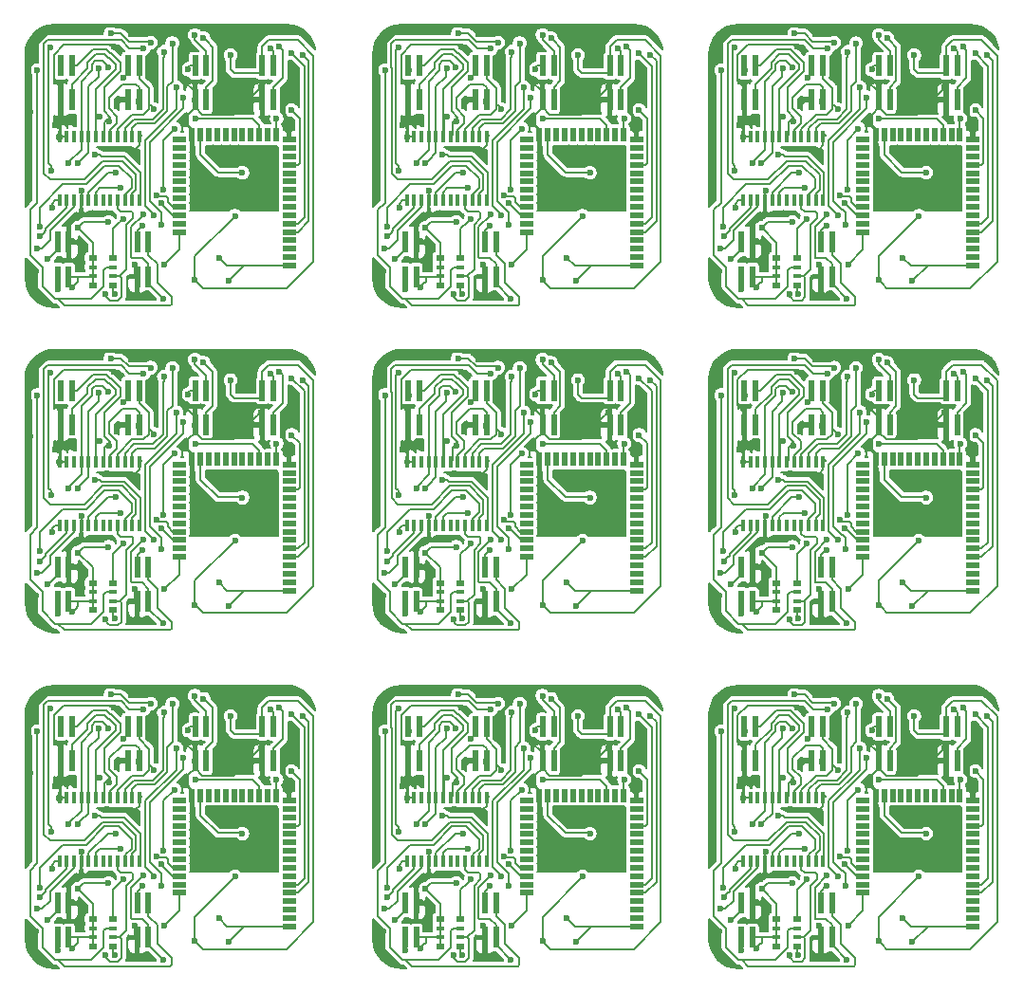
<source format=gbl>
%MOIN*%
%OFA0B0*%
%FSLAX46Y46*%
%IPPOS*%
%LPD*%
%ADD10R,0.047244094488188976X0.01968503937007874*%
%ADD11R,0.01968503937007874X0.047244094488188976*%
%ADD12R,0.015748031496062995X0.043307086614173235*%
%ADD13R,0.031496062992125991X0.01968503937007874*%
%ADD14R,0.031496062992125991X0.015748031496062995*%
%ADD15R,0.01968503937007874X0.072834645669291348*%
%ADD16C,0.023622047244094488*%
%ADD17C,0.0078740157480314977*%
%ADD28R,0.047244094488188976X0.01968503937007874*%
%ADD29R,0.01968503937007874X0.047244094488188976*%
%ADD30R,0.015748031496062995X0.043307086614173235*%
%ADD31R,0.031496062992125991X0.01968503937007874*%
%ADD32R,0.031496062992125991X0.015748031496062995*%
%ADD33R,0.01968503937007874X0.072834645669291348*%
%ADD34C,0.023622047244094488*%
%ADD35C,0.0078740157480314977*%
%ADD36R,0.047244094488188976X0.01968503937007874*%
%ADD37R,0.01968503937007874X0.047244094488188976*%
%ADD38R,0.015748031496062995X0.043307086614173235*%
%ADD39R,0.031496062992125991X0.01968503937007874*%
%ADD40R,0.031496062992125991X0.015748031496062995*%
%ADD41R,0.01968503937007874X0.072834645669291348*%
%ADD42C,0.023622047244094488*%
%ADD43C,0.0078740157480314977*%
%ADD44R,0.047244094488188976X0.01968503937007874*%
%ADD45R,0.01968503937007874X0.047244094488188976*%
%ADD46R,0.015748031496062995X0.043307086614173235*%
%ADD47R,0.031496062992125991X0.01968503937007874*%
%ADD48R,0.031496062992125991X0.015748031496062995*%
%ADD49R,0.01968503937007874X0.072834645669291348*%
%ADD50C,0.023622047244094488*%
%ADD51C,0.0078740157480314977*%
%ADD52R,0.047244094488188976X0.01968503937007874*%
%ADD53R,0.01968503937007874X0.047244094488188976*%
%ADD54R,0.015748031496062995X0.043307086614173235*%
%ADD55R,0.031496062992125991X0.01968503937007874*%
%ADD56R,0.031496062992125991X0.015748031496062995*%
%ADD57R,0.01968503937007874X0.072834645669291348*%
%ADD58C,0.023622047244094488*%
%ADD59C,0.0078740157480314977*%
%ADD60R,0.047244094488188976X0.01968503937007874*%
%ADD61R,0.01968503937007874X0.047244094488188976*%
%ADD62R,0.015748031496062995X0.043307086614173235*%
%ADD63R,0.031496062992125991X0.01968503937007874*%
%ADD64R,0.031496062992125991X0.015748031496062995*%
%ADD65R,0.01968503937007874X0.072834645669291348*%
%ADD66C,0.023622047244094488*%
%ADD67C,0.0078740157480314977*%
%ADD68R,0.047244094488188976X0.01968503937007874*%
%ADD69R,0.01968503937007874X0.047244094488188976*%
%ADD70R,0.015748031496062995X0.043307086614173235*%
%ADD71R,0.031496062992125991X0.01968503937007874*%
%ADD72R,0.031496062992125991X0.015748031496062995*%
%ADD73R,0.01968503937007874X0.072834645669291348*%
%ADD74C,0.023622047244094488*%
%ADD75C,0.0078740157480314977*%
%ADD76R,0.047244094488188976X0.01968503937007874*%
%ADD77R,0.01968503937007874X0.047244094488188976*%
%ADD78R,0.015748031496062995X0.043307086614173235*%
%ADD79R,0.031496062992125991X0.01968503937007874*%
%ADD80R,0.031496062992125991X0.015748031496062995*%
%ADD81R,0.01968503937007874X0.072834645669291348*%
%ADD82C,0.023622047244094488*%
%ADD83C,0.0078740157480314977*%
%ADD84R,0.047244094488188976X0.01968503937007874*%
%ADD85R,0.01968503937007874X0.047244094488188976*%
%ADD86R,0.015748031496062995X0.043307086614173235*%
%ADD87R,0.031496062992125991X0.01968503937007874*%
%ADD88R,0.031496062992125991X0.015748031496062995*%
%ADD89R,0.01968503937007874X0.072834645669291348*%
%ADD90C,0.023622047244094488*%
%ADD91C,0.0078740157480314977*%
D10*
X-0005196850Y0006889763D02*
X0000799566Y0002852440D03*
X0000799566Y0002881968D03*
X0000799566Y0002911496D03*
X0000799566Y0002941023D03*
X0000799566Y0002970551D03*
X0000799566Y0003000078D03*
X0000799566Y0003029606D03*
X0000799566Y0003059133D03*
X0000799566Y0003088661D03*
X0000799566Y0003118188D03*
X0000799566Y0003147716D03*
X0000799566Y0003177244D03*
D11*
X0000844842Y0003194960D03*
X0000874370Y0003194960D03*
X0000903897Y0003194960D03*
X0000933425Y0003194960D03*
X0000962952Y0003194960D03*
X0000992480Y0003194960D03*
X0001022007Y0003194960D03*
X0001051535Y0003194960D03*
X0001081062Y0003194960D03*
X0001110590Y0003194960D03*
X0001140118Y0003194960D03*
D10*
X0001185393Y0003177244D03*
X0001185393Y0003147716D03*
X0001185393Y0003118188D03*
X0001185393Y0003088661D03*
X0001185393Y0003059133D03*
X0001185393Y0003029606D03*
X0001185393Y0003000078D03*
X0001185393Y0002970551D03*
X0001185393Y0002941023D03*
X0001185393Y0002911496D03*
X0001185393Y0002881968D03*
X0001185393Y0002852440D03*
X0001185393Y0002822913D03*
X0001185393Y0002793385D03*
X0001185393Y0002763858D03*
X0001185393Y0002734330D03*
D12*
X0000378818Y0002962992D03*
X0000404409Y0002962992D03*
X0000429999Y0002962992D03*
X0000455590Y0002962992D03*
X0000481181Y0002962992D03*
X0000506771Y0002962992D03*
X0000532362Y0002962992D03*
X0000557952Y0002962992D03*
X0000583543Y0002962992D03*
X0000609133Y0002962992D03*
X0000634724Y0002962992D03*
X0000660314Y0002962992D03*
X0000660314Y0003187401D03*
X0000634724Y0003187401D03*
X0000609133Y0003187401D03*
X0000583543Y0003187401D03*
X0000557952Y0003187401D03*
X0000532362Y0003187401D03*
X0000506771Y0003187401D03*
X0000481181Y0003187401D03*
X0000455590Y0003187401D03*
X0000429999Y0003187401D03*
X0000404409Y0003187401D03*
X0000378818Y0003187401D03*
D13*
X0000567598Y0002759921D03*
D14*
X0000567598Y0002696929D03*
X0000567598Y0002728425D03*
D13*
X0000567598Y0002665433D03*
D14*
X0000496732Y0002728425D03*
D13*
X0000496732Y0002759921D03*
D14*
X0000496732Y0002696929D03*
D13*
X0000496732Y0002665433D03*
D15*
X0000652401Y0002695944D03*
X0000652401Y0002816023D03*
X0000691771Y0002695944D03*
X0000691771Y0002816023D03*
X0000411929Y0002816023D03*
X0000411929Y0002695944D03*
X0000372559Y0002816023D03*
X0000372559Y0002695944D03*
X0001131023Y0003436771D03*
X0001131023Y0003316692D03*
X0001091653Y0003436771D03*
X0001091653Y0003316692D03*
X0000894894Y0003436771D03*
X0000894894Y0003316692D03*
X0000855524Y0003436771D03*
X0000855524Y0003316692D03*
X0000619396Y0003316692D03*
X0000619396Y0003436771D03*
X0000658766Y0003316692D03*
X0000658766Y0003436771D03*
X0000422637Y0003436771D03*
X0000422637Y0003316692D03*
X0000383267Y0003436771D03*
X0000383267Y0003316692D03*
D16*
X0000979881Y0003473464D03*
X0000384882Y0003420032D03*
X0000352086Y0002938385D03*
X0001021574Y0003060590D03*
X0000995984Y0002909212D03*
X0000830590Y0003423110D03*
X0000604191Y0003394961D03*
X0000855339Y0002683620D03*
X0000444811Y0002867086D03*
X0000425055Y0002657875D03*
X0000551834Y0002886897D03*
X0000670533Y0002875591D03*
X0000457690Y0002996630D03*
X0000747677Y0002738346D03*
X0000972362Y0002679330D03*
X0000820099Y0003231178D03*
X0001170690Y0003305826D03*
X0000940196Y0002762361D03*
X0000644921Y0002738464D03*
X0000580093Y0003293046D03*
X0001085944Y0003360748D03*
X0000938188Y0003030629D03*
X0000630899Y0003547018D03*
X0000364804Y0003228387D03*
X0000569467Y0003503070D03*
X0000275984Y0003275196D03*
X0000545522Y0003145618D03*
X0000425039Y0002819842D03*
X0000295708Y0002715551D03*
X0000783228Y0003215118D03*
X0000743929Y0003001053D03*
X0001141968Y0003250275D03*
X0000855479Y0003250056D03*
X0001194312Y0003480315D03*
X0001234106Y0003473928D03*
X0000789173Y0003360944D03*
X0000711131Y0002911735D03*
X0000812795Y0003325511D03*
X0000737244Y0002878385D03*
X0000518897Y0003258385D03*
X0000553775Y0003241535D03*
X0000656798Y0003312263D03*
X0000710755Y0003284284D03*
X0000746023Y0003485827D03*
X0000884957Y0003534510D03*
X0000775684Y0003515921D03*
X0000855162Y0003544724D03*
X0001151228Y0003503117D03*
X0000348425Y0003499563D03*
X0000698976Y0003517519D03*
X0000558700Y0003550314D03*
X0000350235Y0003068053D03*
X0000503389Y0003123384D03*
X0001120314Y0003497087D03*
X0000674412Y0003497044D03*
X0000335888Y0002756989D03*
X0000308682Y0002872101D03*
X0000573425Y0002634917D03*
X0000373337Y0002651605D03*
X0000541936Y0002634252D03*
X0000518330Y0003429256D03*
X0000301574Y0003420433D03*
X0000443463Y0003093899D03*
X0000551522Y0003431750D03*
X0000411969Y0003093562D03*
X0000743246Y0002618819D03*
X0000672165Y0002913779D03*
X0000603397Y0002899094D03*
X0001194312Y0003280314D03*
X0000300274Y0002795769D03*
X0000719370Y0002981332D03*
X0000575354Y0003061730D03*
X0000310512Y0002837226D03*
X0000736452Y0002953558D03*
X0000594291Y0003007165D03*
D17*
X0001091653Y0003436771D02*
X0001089842Y0003434960D01*
X0000495748Y0002695944D02*
X0000496732Y0002696929D01*
X0000445039Y0002695944D02*
X0000495748Y0002695944D01*
X0000411929Y0002695944D02*
X0000445039Y0002695944D01*
X0000383267Y0003436771D02*
X0000384847Y0003436771D01*
X0000384847Y0003436771D02*
X0000384882Y0003436736D01*
X0000384882Y0003436736D02*
X0000384882Y0003420032D01*
X0000363070Y0002962992D02*
X0000352086Y0002952007D01*
X0000378818Y0002962992D02*
X0000363070Y0002962992D01*
X0000352086Y0002952007D02*
X0000352086Y0002938385D01*
X0001020000Y0003062165D02*
X0001021574Y0003060590D01*
X0000936062Y0003062165D02*
X0001020000Y0003062165D01*
X0000874370Y0003194960D02*
X0000874370Y0003123858D01*
X0000874370Y0003123858D02*
X0000936062Y0003062165D01*
X0001091653Y0003418700D02*
X0001091653Y0003436771D01*
X0001083858Y0003410905D02*
X0001091653Y0003418700D01*
X0000992598Y0003410905D02*
X0001083858Y0003410905D01*
X0000979881Y0003473464D02*
X0000979881Y0003423622D01*
X0000979881Y0003423622D02*
X0000992598Y0003410905D01*
X0000855524Y0003436771D02*
X0000837808Y0003436771D01*
X0000830590Y0003429554D02*
X0000830590Y0003423110D01*
X0000837808Y0003436771D02*
X0000830590Y0003429554D01*
X0000619396Y0003436771D02*
X0000619396Y0003410166D01*
X0000619396Y0003410166D02*
X0000616002Y0003406772D01*
X0000616002Y0003406772D02*
X0000604191Y0003394961D01*
X0001091653Y0003436771D02*
X0001091653Y0003503386D01*
X0000995984Y0002909212D02*
X0000855339Y0002768567D01*
X0001270631Y0002748977D02*
X0001177007Y0002655354D01*
X0000855339Y0002700323D02*
X0000855339Y0002683620D01*
X0001177007Y0002655354D02*
X0000883605Y0002655354D01*
X0001270631Y0003472364D02*
X0001270631Y0002748977D01*
X0001216256Y0003526739D02*
X0001270631Y0003472364D01*
X0001115007Y0003526739D02*
X0001216256Y0003526739D01*
X0001091653Y0003503386D02*
X0001115007Y0003526739D01*
X0000867150Y0002671809D02*
X0000855339Y0002683620D01*
X0000883605Y0002655354D02*
X0000867150Y0002671809D01*
X0000855339Y0002768567D02*
X0000855339Y0002700323D01*
X0000445039Y0002695944D02*
X0000445039Y0002677859D01*
X0000445039Y0002677859D02*
X0000436866Y0002669686D01*
X0000436866Y0002669686D02*
X0000425055Y0002657875D01*
X0000464622Y0002886897D02*
X0000551834Y0002886897D01*
X0000444811Y0002867086D02*
X0000464622Y0002886897D01*
X0000496732Y0002815166D02*
X0000444811Y0002867086D01*
X0000496732Y0002665433D02*
X0000496732Y0002815166D01*
X0000669370Y0002875591D02*
X0000670533Y0002875591D01*
X0000652401Y0002816023D02*
X0000652401Y0002858622D01*
X0000652401Y0002858622D02*
X0000669370Y0002875591D01*
X0000455590Y0002994530D02*
X0000457690Y0002996630D01*
X0000455590Y0002962992D02*
X0000455590Y0002994530D01*
X0000383267Y0003191850D02*
X0000378818Y0003187401D01*
X0000383267Y0003316692D02*
X0000383267Y0003191850D01*
X0000404409Y0003187401D02*
X0000378818Y0003187401D01*
X0000799566Y0002852440D02*
X0000799566Y0002790236D01*
X0000799566Y0002790236D02*
X0000747677Y0002738346D01*
X0001185393Y0002734330D02*
X0001027362Y0002734330D01*
X0001027362Y0002734330D02*
X0000972362Y0002679330D01*
X0000844842Y0003194960D02*
X0000844842Y0003215275D01*
X0000831259Y0003265853D02*
X0000855524Y0003290118D01*
X0000831259Y0003228858D02*
X0000831259Y0003265853D01*
X0000844842Y0003215275D02*
X0000831259Y0003228858D01*
X0000844842Y0003208740D02*
X0000822404Y0003231178D01*
X0000844842Y0003194960D02*
X0000844842Y0003208740D01*
X0000822404Y0003231178D02*
X0000820099Y0003231178D01*
X0001027362Y0002734330D02*
X0000968227Y0002734330D01*
X0000968227Y0002734330D02*
X0000940196Y0002762361D01*
X0000644921Y0002721761D02*
X0000644921Y0002738464D01*
X0000644921Y0002703424D02*
X0000644921Y0002721761D01*
X0000652401Y0002695944D02*
X0000644921Y0002703424D01*
X0000601679Y0003316692D02*
X0000580093Y0003295107D01*
X0000580093Y0003295107D02*
X0000580093Y0003293046D01*
X0000619396Y0003316692D02*
X0000601679Y0003316692D01*
X0001085944Y0003322401D02*
X0001091653Y0003316692D01*
X0001085944Y0003360748D02*
X0001085944Y0003322401D01*
X0000844842Y0003123976D02*
X0000926377Y0003042440D01*
X0000926377Y0003042440D02*
X0000938188Y0003030629D01*
X0000844842Y0003194960D02*
X0000844842Y0003123976D01*
X0000855524Y0003290118D02*
X0000880445Y0003265197D01*
X0000990394Y0003265197D02*
X0001074133Y0003348937D01*
X0000880445Y0003265197D02*
X0000990394Y0003265197D01*
X0001074133Y0003348937D02*
X0001085944Y0003360748D01*
X0000855524Y0003316692D02*
X0000855524Y0003290118D01*
X0000378818Y0003187401D02*
X0000378818Y0003216929D01*
X0000378818Y0003216929D02*
X0000367360Y0003228387D01*
X0000367360Y0003228387D02*
X0000364804Y0003228387D01*
X0000806968Y0003540039D02*
X0000799989Y0003547018D01*
X0000647602Y0003547018D02*
X0000630899Y0003547018D01*
X0000806968Y0003391824D02*
X0000806968Y0003540039D01*
X0000855524Y0003343267D02*
X0000806968Y0003391824D01*
X0000855524Y0003316692D02*
X0000855524Y0003343267D01*
X0000745561Y0003547018D02*
X0000647602Y0003547018D01*
X0000799989Y0003547018D02*
X0000745561Y0003547018D01*
X0000745561Y0003521073D02*
X0000705196Y0003480708D01*
X0000745561Y0003547018D02*
X0000745561Y0003521073D01*
X0000705196Y0003480708D02*
X0000705196Y0003418582D01*
X0001170690Y0003209663D02*
X0001170690Y0003305826D01*
X0001185393Y0003177244D02*
X0001185393Y0003194960D01*
X0001185393Y0003194960D02*
X0001170690Y0003209663D01*
X0000561593Y0003510944D02*
X0000569467Y0003503070D01*
X0000383267Y0003316692D02*
X0000383267Y0003360984D01*
X0000358898Y0003385353D02*
X0000358898Y0003475941D01*
X0000393901Y0003510944D02*
X0000561593Y0003510944D01*
X0000358898Y0003475941D02*
X0000393901Y0003510944D01*
X0000383267Y0003360984D02*
X0000358898Y0003385353D01*
X0000362374Y0003573937D02*
X0000283307Y0003494870D01*
X0000630899Y0003547018D02*
X0000603980Y0003573937D01*
X0000603980Y0003573937D02*
X0000362374Y0003573937D01*
X0000283307Y0003494870D02*
X0000283307Y0003444488D01*
X0000275984Y0003429803D02*
X0000275984Y0003275196D01*
X0000283307Y0003444488D02*
X0000275984Y0003437165D01*
X0000275984Y0003437165D02*
X0000275984Y0003429803D01*
X0000562225Y0003145618D02*
X0000545522Y0003145618D01*
X0000660314Y0003157874D02*
X0000648058Y0003145618D01*
X0000660314Y0003187401D02*
X0000660314Y0003157874D01*
X0000648058Y0003145618D02*
X0000562225Y0003145618D01*
X0000411929Y0002816023D02*
X0000413110Y0002814842D01*
X0000413110Y0002814842D02*
X0000420039Y0002814842D01*
X0000420039Y0002814842D02*
X0000425039Y0002819842D01*
X0000783228Y0003215118D02*
X0000743929Y0003175819D01*
X0000743929Y0003017756D02*
X0000743929Y0003001053D01*
X0000743929Y0003175819D02*
X0000743929Y0003017756D01*
X0001140118Y0003194960D02*
X0001140118Y0003248425D01*
X0001140118Y0003248425D02*
X0001141968Y0003250275D01*
X0001081062Y0003226456D02*
X0001058070Y0003249448D01*
X0000856087Y0003249448D02*
X0000855479Y0003250056D01*
X0001058070Y0003249448D02*
X0000856087Y0003249448D01*
X0001081062Y0003194960D02*
X0001081062Y0003226456D01*
X0001216889Y0002881968D02*
X0001185393Y0002881968D01*
X0001239134Y0002904213D02*
X0001216889Y0002881968D01*
X0001239134Y0003435493D02*
X0001239134Y0002904213D01*
X0001194312Y0003480315D02*
X0001239134Y0003435493D01*
X0001254882Y0002890433D02*
X0001216889Y0002852440D01*
X0001254882Y0003453152D02*
X0001254882Y0002890433D01*
X0001216889Y0002852440D02*
X0001185393Y0002852440D01*
X0001234106Y0003473928D02*
X0001254882Y0003453152D01*
X0000789173Y0003284751D02*
X0000679999Y0003175578D01*
X0000679999Y0003175578D02*
X0000679999Y0002942867D01*
X0000789173Y0003360944D02*
X0000789173Y0003284751D01*
X0000699320Y0002923546D02*
X0000711131Y0002911735D01*
X0000679999Y0002942867D02*
X0000699320Y0002923546D01*
X0000737244Y0002920525D02*
X0000737244Y0002895089D01*
X0000725996Y0002930094D02*
X0000727674Y0002930094D01*
X0000695748Y0003169055D02*
X0000695748Y0002960342D01*
X0000812795Y0003286102D02*
X0000695748Y0003169055D01*
X0000812795Y0003325511D02*
X0000812795Y0003286102D01*
X0000737244Y0002895089D02*
X0000737244Y0002878385D01*
X0000695748Y0002960342D02*
X0000725996Y0002930094D01*
X0000727674Y0002930094D02*
X0000737244Y0002920525D01*
X0000508346Y0003247834D02*
X0000518897Y0003258385D01*
X0000508346Y0003190393D02*
X0000508346Y0003247834D01*
X0000551605Y0003463699D02*
X0000537864Y0003477441D01*
X0000477424Y0003448653D02*
X0000477424Y0003427306D01*
X0000576692Y0003423513D02*
X0000576692Y0003440344D01*
X0000553337Y0003463699D02*
X0000551605Y0003463699D01*
X0000537864Y0003477441D02*
X0000506212Y0003477441D01*
X0000506212Y0003477441D02*
X0000477424Y0003448653D01*
X0000477424Y0003427306D02*
X0000422637Y0003372519D01*
X0000422637Y0003372519D02*
X0000422637Y0003360984D01*
X0000422637Y0003360984D02*
X0000422637Y0003316692D01*
X0000576692Y0003440344D02*
X0000553337Y0003463699D01*
X0000506771Y0003353592D02*
X0000576692Y0003423513D01*
X0000506771Y0003187401D02*
X0000506771Y0003353592D01*
X0000538267Y0003237086D02*
X0000557047Y0003255866D01*
X0000532362Y0003187401D02*
X0000538267Y0003193307D01*
X0000538267Y0003193307D02*
X0000538267Y0003237086D01*
X0000557047Y0003255866D02*
X0000557047Y0003244807D01*
X0000557047Y0003244807D02*
X0000553775Y0003241535D01*
X0000497046Y0003493464D02*
X0000440354Y0003436771D01*
X0000592441Y0003416990D02*
X0000592441Y0003446868D01*
X0000559861Y0003479448D02*
X0000558128Y0003479448D01*
X0000592441Y0003446868D02*
X0000559861Y0003479448D01*
X0000544113Y0003493464D02*
X0000497046Y0003493464D01*
X0000536299Y0003360848D02*
X0000592441Y0003416990D01*
X0000440354Y0003436771D02*
X0000422637Y0003436771D01*
X0000557047Y0003255866D02*
X0000536299Y0003276613D01*
X0000558128Y0003479448D02*
X0000544113Y0003493464D01*
X0000536299Y0003276613D02*
X0000536299Y0003360848D01*
X0000658766Y0003314231D02*
X0000656798Y0003312263D01*
X0000658766Y0003316692D02*
X0000658766Y0003314231D01*
X0000658766Y0003359934D02*
X0000658766Y0003316692D01*
X0000647362Y0003371338D02*
X0000658766Y0003359934D01*
X0000599015Y0003371338D02*
X0000647362Y0003371338D01*
X0000557952Y0003210752D02*
X0000580669Y0003233468D01*
X0000557952Y0003187401D02*
X0000557952Y0003210752D01*
X0000580669Y0003233468D02*
X0000580669Y0003259064D01*
X0000580669Y0003259064D02*
X0000553385Y0003286347D01*
X0000553385Y0003286347D02*
X0000553385Y0003325708D01*
X0000553385Y0003325708D02*
X0000599015Y0003371338D01*
X0000658766Y0003392480D02*
X0000658766Y0003436771D01*
X0000692834Y0003358412D02*
X0000658766Y0003392480D01*
X0000692834Y0003312559D02*
X0000692834Y0003358412D01*
X0000583543Y0003187401D02*
X0000583543Y0003214070D01*
X0000634000Y0003264527D02*
X0000673701Y0003264527D01*
X0000692834Y0003283661D02*
X0000692834Y0003312559D01*
X0000673701Y0003264527D02*
X0000692834Y0003283661D01*
X0000583543Y0003214070D02*
X0000634000Y0003264527D01*
X0000698944Y0003296095D02*
X0000710755Y0003284284D01*
X0000692834Y0003312559D02*
X0000692834Y0003302204D01*
X0000692834Y0003302204D02*
X0000698944Y0003296095D01*
X0000896768Y0003522699D02*
X0000884957Y0003534510D01*
X0000917031Y0003383120D02*
X0000917031Y0003502436D01*
X0000917031Y0003502436D02*
X0000896768Y0003522699D01*
X0000894894Y0003316692D02*
X0000894894Y0003360984D01*
X0000894894Y0003360984D02*
X0000917031Y0003383120D01*
X0000609133Y0003216929D02*
X0000640984Y0003248779D01*
X0000742912Y0003283034D02*
X0000742912Y0003466013D01*
X0000609133Y0003187401D02*
X0000609133Y0003216929D01*
X0000742912Y0003466013D02*
X0000746023Y0003469124D01*
X0000746023Y0003469124D02*
X0000746023Y0003485827D01*
X0000708657Y0003248779D02*
X0000742912Y0003283034D01*
X0000640984Y0003248779D02*
X0000708657Y0003248779D01*
X0000894894Y0003489210D02*
X0000855162Y0003528943D01*
X0000855162Y0003528943D02*
X0000855162Y0003544724D01*
X0000894894Y0003436771D02*
X0000894894Y0003489210D01*
X0000758660Y0003365393D02*
X0000775684Y0003382417D01*
X0000775684Y0003382417D02*
X0000775684Y0003499217D01*
X0000715180Y0003233031D02*
X0000758660Y0003276511D01*
X0000634724Y0003187401D02*
X0000634724Y0003216929D01*
X0000775684Y0003499217D02*
X0000775684Y0003515921D01*
X0000650826Y0003233031D02*
X0000715180Y0003233031D01*
X0000758660Y0003276511D02*
X0000758660Y0003365393D01*
X0000634724Y0003216929D02*
X0000650826Y0003233031D01*
X0001163039Y0003491306D02*
X0001151228Y0003503117D01*
X0001131023Y0003360984D02*
X0001163039Y0003393000D01*
X0001163039Y0003393000D02*
X0001163039Y0003491306D01*
X0001131023Y0003316692D02*
X0001131023Y0003360984D01*
X0000594195Y0003550314D02*
X0000575404Y0003550314D01*
X0000575404Y0003550314D02*
X0000558700Y0003550314D01*
X0000698976Y0003517519D02*
X0000695394Y0003521101D01*
X0000695394Y0003521101D02*
X0000623408Y0003521101D01*
X0000623408Y0003521101D02*
X0000594195Y0003550314D01*
X0000341181Y0003492319D02*
X0000341181Y0003093810D01*
X0000348425Y0003499563D02*
X0000341181Y0003492319D01*
X0000341181Y0003093810D02*
X0000350235Y0003084756D01*
X0000350235Y0003084756D02*
X0000350235Y0003068053D01*
X0000526055Y0003117420D02*
X0000520092Y0003123384D01*
X0000663662Y0003059424D02*
X0000605665Y0003117420D01*
X0000605665Y0003117420D02*
X0000526055Y0003117420D01*
X0000660314Y0002962992D02*
X0000663662Y0002966339D01*
X0000520092Y0003123384D02*
X0000503389Y0003123384D01*
X0000663662Y0002966339D02*
X0000663662Y0003059424D01*
X0001133779Y0003439527D02*
X0001131023Y0003436771D01*
X0001133779Y0003453267D02*
X0001133779Y0003439527D01*
X0001131023Y0003486378D02*
X0001120314Y0003497087D01*
X0001131023Y0003436771D02*
X0001131023Y0003486378D01*
X0000634724Y0002962992D02*
X0000634724Y0002988988D01*
X0000647913Y0003002177D02*
X0000647913Y0003052901D01*
X0000337401Y0003526692D02*
X0000595545Y0003526692D01*
X0000530699Y0003101672D02*
X0000466323Y0003037295D01*
X0000324803Y0003514094D02*
X0000337401Y0003526692D01*
X0000599142Y0003101672D02*
X0000530699Y0003101672D01*
X0000647913Y0003052901D02*
X0000599142Y0003101672D01*
X0000634724Y0002988988D02*
X0000647913Y0003002177D01*
X0000325196Y0003058407D02*
X0000325196Y0003431771D01*
X0000466323Y0003037295D02*
X0000346308Y0003037295D01*
X0000595545Y0003526692D02*
X0000625193Y0003497044D01*
X0000625193Y0003497044D02*
X0000657709Y0003497044D01*
X0000657709Y0003497044D02*
X0000674412Y0003497044D01*
X0000324803Y0003432165D02*
X0000324803Y0003514094D01*
X0000346308Y0003037295D02*
X0000325196Y0003058407D01*
X0000325196Y0003431771D02*
X0000324803Y0003432165D01*
X0000340099Y0002756989D02*
X0000335888Y0002756989D01*
X0000372559Y0002816023D02*
X0000372559Y0002789448D01*
X0000372559Y0002789448D02*
X0000340099Y0002756989D01*
X0000609133Y0002985669D02*
X0000632165Y0003008700D01*
X0000308682Y0002888804D02*
X0000308682Y0002872101D01*
X0000609133Y0002962992D02*
X0000609133Y0002985669D01*
X0000308682Y0002939284D02*
X0000308682Y0002888804D01*
X0000632165Y0003008700D02*
X0000632165Y0003039881D01*
X0000472165Y0003020866D02*
X0000390263Y0003020866D01*
X0000632165Y0003039881D02*
X0000586122Y0003085923D01*
X0000537223Y0003085923D02*
X0000472165Y0003020866D01*
X0000390263Y0003020866D02*
X0000308682Y0002939284D01*
X0000586122Y0003085923D02*
X0000537223Y0003085923D01*
X0000567598Y0002640745D02*
X0000573425Y0002634917D01*
X0000567598Y0002665433D02*
X0000567598Y0002640745D01*
X0000372607Y0002651605D02*
X0000373337Y0002651605D01*
X0000372559Y0002651653D02*
X0000372607Y0002651605D01*
X0000372559Y0002695944D02*
X0000372559Y0002651653D01*
X0000591220Y0002696929D02*
X0000567598Y0002696929D01*
X0000597047Y0002691101D02*
X0000597047Y0002623579D01*
X0000597047Y0002623579D02*
X0000584764Y0002611295D01*
X0000539638Y0002628111D02*
X0000539638Y0002631954D01*
X0000556453Y0002611295D02*
X0000551449Y0002616300D01*
X0000591220Y0002696929D02*
X0000597047Y0002691101D01*
X0000551449Y0002616300D02*
X0000539638Y0002628111D01*
X0000584764Y0002611295D02*
X0000556453Y0002611295D01*
X0000539638Y0002631954D02*
X0000541936Y0002634252D01*
X0000583543Y0002933464D02*
X0000583543Y0002962992D01*
X0000594291Y0002922716D02*
X0000583543Y0002933464D01*
X0000614921Y0002877211D02*
X0000637795Y0002900085D01*
X0000637795Y0002900085D02*
X0000637795Y0002918582D01*
X0000591220Y0002696929D02*
X0000614921Y0002720629D01*
X0000614921Y0002720629D02*
X0000614921Y0002877211D01*
X0000637795Y0002918582D02*
X0000633661Y0002922716D01*
X0000633661Y0002922716D02*
X0000594291Y0002922716D01*
X0000481181Y0003362834D02*
X0000516952Y0003398606D01*
X0000516952Y0003398606D02*
X0000516952Y0003430633D01*
X0000516952Y0003430633D02*
X0000518330Y0003429256D01*
X0000481181Y0003187401D02*
X0000481181Y0003362834D01*
X0000481181Y0003187401D02*
X0000481181Y0003131617D01*
X0000481181Y0003131617D02*
X0000455274Y0003105710D01*
X0000455274Y0003105710D02*
X0000443463Y0003093899D01*
X0000772362Y0002599133D02*
X0000768425Y0002595196D01*
X0000772362Y0002623110D02*
X0000772362Y0002599133D01*
X0000722716Y0002672755D02*
X0000772362Y0002623110D01*
X0000722716Y0002740787D02*
X0000722716Y0002672755D01*
X0000691771Y0002771732D02*
X0000722716Y0002740787D01*
X0000691771Y0002816023D02*
X0000691771Y0002771732D01*
X0000768425Y0002595196D02*
X0000396338Y0002595196D01*
X0000396338Y0002595196D02*
X0000374744Y0002616791D01*
X0000567598Y0002728425D02*
X0000543976Y0002728425D01*
X0000534448Y0002718897D02*
X0000534448Y0002660472D01*
X0000490767Y0002616791D02*
X0000374744Y0002616791D01*
X0000543976Y0002728425D02*
X0000534448Y0002718897D01*
X0000534448Y0002660472D02*
X0000490767Y0002616791D01*
X0000301574Y0003403729D02*
X0000301574Y0003420433D01*
X0000301574Y0002955787D02*
X0000301574Y0003403729D01*
X0000363602Y0002616791D02*
X0000319330Y0002661062D01*
X0000374744Y0002616791D02*
X0000363602Y0002616791D01*
X0000319330Y0002661062D02*
X0000319330Y0002727755D01*
X0000319330Y0002727755D02*
X0000275747Y0002771338D01*
X0000275747Y0002771338D02*
X0000275747Y0002929960D01*
X0000275747Y0002929960D02*
X0000301574Y0002955787D01*
X0000455590Y0003187401D02*
X0000455590Y0003381870D01*
X0000493172Y0003419452D02*
X0000493172Y0003442130D01*
X0000539711Y0003443561D02*
X0000551522Y0003431750D01*
X0000529815Y0003453457D02*
X0000539711Y0003443561D01*
X0000504500Y0003453457D02*
X0000529815Y0003453457D01*
X0000493172Y0003442130D02*
X0000504500Y0003453457D01*
X0000455590Y0003381870D02*
X0000493172Y0003419452D01*
X0000455590Y0003187401D02*
X0000455590Y0003141059D01*
X0000455590Y0003141059D02*
X0000411969Y0003097438D01*
X0000411969Y0003097438D02*
X0000411969Y0003093562D01*
X0000691771Y0002695944D02*
X0000691771Y0002669370D01*
X0000691771Y0002669370D02*
X0000742322Y0002618819D01*
X0000742322Y0002618819D02*
X0000743246Y0002618819D01*
X0000672165Y0002912183D02*
X0000672165Y0002913779D01*
X0000691771Y0002740236D02*
X0000669921Y0002762086D01*
X0000691771Y0002695944D02*
X0000691771Y0002740236D01*
X0000669921Y0002762086D02*
X0000633582Y0002762086D01*
X0000633582Y0002762086D02*
X0000630669Y0002764999D01*
X0000630669Y0002764999D02*
X0000630669Y0002870688D01*
X0000630669Y0002870688D02*
X0000672165Y0002912183D01*
X0000567598Y0002863295D02*
X0000591586Y0002887283D01*
X0000567598Y0002759921D02*
X0000567598Y0002863295D01*
X0000591586Y0002887283D02*
X0000603397Y0002899094D01*
X0001216889Y0003088661D02*
X0001185393Y0003088661D01*
X0001223385Y0003095157D02*
X0001216889Y0003088661D01*
X0001223385Y0003251241D02*
X0001223385Y0003095157D01*
X0001194312Y0003280314D02*
X0001223385Y0003251241D01*
X0000316978Y0002795769D02*
X0000300274Y0002795769D01*
X0000346692Y0002825483D02*
X0000316978Y0002795769D01*
X0000346692Y0002857677D02*
X0000346692Y0002825483D01*
X0000429999Y0002940984D02*
X0000346692Y0002857677D01*
X0000429999Y0002962992D02*
X0000429999Y0002940984D01*
X0000723272Y0002977431D02*
X0000719370Y0002981332D01*
X0000753103Y0002977431D02*
X0000723272Y0002977431D01*
X0000776822Y0002941023D02*
X0000759606Y0002958239D01*
X0000799566Y0002941023D02*
X0000776822Y0002941023D01*
X0000759606Y0002958239D02*
X0000759606Y0002970928D01*
X0000759606Y0002970928D02*
X0000753103Y0002977431D01*
X0000558651Y0003061730D02*
X0000575354Y0003061730D01*
X0000481181Y0002992519D02*
X0000550392Y0003061730D01*
X0000550392Y0003061730D02*
X0000558651Y0003061730D01*
X0000481181Y0002962992D02*
X0000481181Y0002992519D01*
X0000322323Y0002849037D02*
X0000310512Y0002837226D01*
X0000330944Y0002857658D02*
X0000322323Y0002849037D01*
X0000404409Y0002962992D02*
X0000404409Y0002937665D01*
X0000330944Y0002864200D02*
X0000330944Y0002857658D01*
X0000404409Y0002937665D02*
X0000330944Y0002864200D01*
X0000799566Y0002911496D02*
X0000778514Y0002911496D01*
X0000748263Y0002941747D02*
X0000736452Y0002953558D01*
X0000778514Y0002911496D02*
X0000748263Y0002941747D01*
X0000506771Y0002962992D02*
X0000506771Y0002992519D01*
X0000577588Y0003007165D02*
X0000594291Y0003007165D01*
X0000506771Y0002992519D02*
X0000521417Y0003007165D01*
X0000521417Y0003007165D02*
X0000577588Y0003007165D01*
G36*
X0000261761Y0002757351D02*
G01*
X0000262512Y0002756735D01*
X0000299645Y0002719602D01*
X0000299645Y0002662029D01*
X0000299550Y0002661062D01*
X0000299930Y0002657204D01*
X0000300255Y0002656134D01*
X0000301056Y0002653493D01*
X0000302884Y0002650073D01*
X0000305343Y0002647076D01*
X0000306095Y0002646459D01*
X0000348999Y0002603555D01*
X0000349615Y0002602804D01*
X0000352612Y0002600344D01*
X0000356032Y0002598516D01*
X0000359672Y0002597412D01*
X0000359743Y0002597391D01*
X0000363602Y0002597011D01*
X0000364569Y0002597106D01*
X0000366590Y0002597106D01*
X0000376137Y0002587559D01*
X0000362157Y0002587559D01*
X0000341663Y0002589568D01*
X0000322736Y0002595282D01*
X0000305281Y0002604563D01*
X0000289960Y0002617059D01*
X0000277358Y0002632291D01*
X0000267955Y0002649682D01*
X0000262109Y0002668568D01*
X0000259960Y0002689016D01*
X0000259960Y0002759545D01*
X0000261761Y0002757351D01*
X0000261761Y0002757351D01*
G37*
X0000261761Y0002757351D02*
X0000262512Y0002756735D01*
X0000299645Y0002719602D01*
X0000299645Y0002662029D01*
X0000299550Y0002661062D01*
X0000299930Y0002657204D01*
X0000300255Y0002656134D01*
X0000301056Y0002653493D01*
X0000302884Y0002650073D01*
X0000305343Y0002647076D01*
X0000306095Y0002646459D01*
X0000348999Y0002603555D01*
X0000349615Y0002602804D01*
X0000352612Y0002600344D01*
X0000356032Y0002598516D01*
X0000359672Y0002597412D01*
X0000359743Y0002597391D01*
X0000363602Y0002597011D01*
X0000364569Y0002597106D01*
X0000366590Y0002597106D01*
X0000376137Y0002587559D01*
X0000362157Y0002587559D01*
X0000341663Y0002589568D01*
X0000322736Y0002595282D01*
X0000305281Y0002604563D01*
X0000289960Y0002617059D01*
X0000277358Y0002632291D01*
X0000267955Y0002649682D01*
X0000262109Y0002668568D01*
X0000259960Y0002689016D01*
X0000259960Y0002759545D01*
X0000261761Y0002757351D01*
G36*
X0000658307Y0002702007D02*
G01*
X0000659251Y0002702007D01*
X0000659251Y0002689881D01*
X0000658307Y0002689881D01*
X0000658307Y0002641574D01*
X0000664291Y0002635590D01*
X0000667434Y0002636041D01*
X0000671916Y0002637505D01*
X0000676027Y0002639815D01*
X0000679607Y0002642883D01*
X0000680372Y0002643856D01*
X0000681929Y0002643703D01*
X0000689599Y0002643703D01*
X0000715687Y0002617615D01*
X0000715687Y0002616104D01*
X0000715930Y0002614881D01*
X0000614719Y0002614881D01*
X0000615322Y0002616009D01*
X0000616447Y0002619720D01*
X0000616575Y0002621017D01*
X0000616828Y0002623579D01*
X0000616732Y0002624546D01*
X0000616732Y0002660036D01*
X0000618511Y0002660036D01*
X0000618874Y0002655335D01*
X0000620147Y0002650795D01*
X0000622281Y0002646590D01*
X0000625195Y0002642883D01*
X0000628776Y0002639815D01*
X0000632886Y0002637505D01*
X0000637368Y0002636041D01*
X0000640511Y0002635590D01*
X0000646496Y0002641574D01*
X0000646496Y0002689881D01*
X0000624606Y0002689881D01*
X0000618622Y0002683897D01*
X0000618511Y0002660036D01*
X0000616732Y0002660036D01*
X0000616732Y0002690135D01*
X0000616827Y0002691101D01*
X0000616732Y0002692068D01*
X0000616732Y0002692068D01*
X0000616505Y0002694375D01*
X0000624372Y0002702242D01*
X0000624606Y0002702007D01*
X0000646496Y0002702007D01*
X0000646496Y0002702795D01*
X0000658307Y0002702795D01*
X0000658307Y0002702007D01*
X0000658307Y0002702007D01*
G37*
X0000658307Y0002702007D02*
X0000659251Y0002702007D01*
X0000659251Y0002689881D01*
X0000658307Y0002689881D01*
X0000658307Y0002641574D01*
X0000664291Y0002635590D01*
X0000667434Y0002636041D01*
X0000671916Y0002637505D01*
X0000676027Y0002639815D01*
X0000679607Y0002642883D01*
X0000680372Y0002643856D01*
X0000681929Y0002643703D01*
X0000689599Y0002643703D01*
X0000715687Y0002617615D01*
X0000715687Y0002616104D01*
X0000715930Y0002614881D01*
X0000614719Y0002614881D01*
X0000615322Y0002616009D01*
X0000616447Y0002619720D01*
X0000616575Y0002621017D01*
X0000616828Y0002623579D01*
X0000616732Y0002624546D01*
X0000616732Y0002660036D01*
X0000618511Y0002660036D01*
X0000618874Y0002655335D01*
X0000620147Y0002650795D01*
X0000622281Y0002646590D01*
X0000625195Y0002642883D01*
X0000628776Y0002639815D01*
X0000632886Y0002637505D01*
X0000637368Y0002636041D01*
X0000640511Y0002635590D01*
X0000646496Y0002641574D01*
X0000646496Y0002689881D01*
X0000624606Y0002689881D01*
X0000618622Y0002683897D01*
X0000618511Y0002660036D01*
X0000616732Y0002660036D01*
X0000616732Y0002690135D01*
X0000616827Y0002691101D01*
X0000616732Y0002692068D01*
X0000616732Y0002692068D01*
X0000616505Y0002694375D01*
X0000624372Y0002702242D01*
X0000624606Y0002702007D01*
X0000646496Y0002702007D01*
X0000646496Y0002702795D01*
X0000658307Y0002702795D01*
X0000658307Y0002702007D01*
G36*
X0000457482Y0002941338D02*
G01*
X0000457786Y0002938251D01*
X0000458687Y0002935282D01*
X0000459527Y0002933711D01*
X0000459527Y0002923385D01*
X0000465511Y0002917401D01*
X0000468872Y0002917901D01*
X0000473341Y0002919407D01*
X0000477429Y0002921755D01*
X0000480982Y0002924856D01*
X0000481489Y0002925514D01*
X0000489055Y0002925514D01*
X0000492142Y0002925818D01*
X0000493976Y0002926374D01*
X0000495810Y0002925818D01*
X0000498897Y0002925514D01*
X0000514645Y0002925514D01*
X0000517732Y0002925818D01*
X0000519566Y0002926374D01*
X0000521400Y0002925818D01*
X0000524488Y0002925514D01*
X0000540236Y0002925514D01*
X0000543323Y0002925818D01*
X0000545157Y0002926374D01*
X0000546991Y0002925818D01*
X0000550078Y0002925514D01*
X0000565472Y0002925514D01*
X0000567096Y0002922475D01*
X0000569556Y0002919477D01*
X0000570307Y0002918861D01*
X0000578402Y0002910766D01*
X0000576897Y0002907132D01*
X0000575838Y0002901808D01*
X0000575838Y0002900579D01*
X0000573241Y0002904465D01*
X0000569402Y0002908304D01*
X0000564888Y0002911320D01*
X0000559873Y0002913397D01*
X0000554549Y0002914456D01*
X0000549120Y0002914456D01*
X0000543796Y0002913397D01*
X0000538780Y0002911320D01*
X0000534266Y0002908304D01*
X0000532545Y0002906582D01*
X0000465589Y0002906582D01*
X0000464622Y0002906678D01*
X0000463656Y0002906582D01*
X0000460764Y0002906298D01*
X0000457053Y0002905172D01*
X0000453633Y0002903344D01*
X0000450636Y0002900884D01*
X0000450019Y0002900133D01*
X0000444531Y0002894645D01*
X0000442097Y0002894645D01*
X0000436773Y0002893586D01*
X0000431757Y0002891509D01*
X0000427243Y0002888493D01*
X0000423405Y0002884654D01*
X0000420389Y0002880140D01*
X0000418311Y0002875125D01*
X0000417252Y0002869800D01*
X0000417252Y0002864372D01*
X0000417834Y0002861446D01*
X0000417834Y0002822086D01*
X0000439724Y0002822086D01*
X0000445708Y0002828070D01*
X0000445756Y0002838303D01*
X0000477047Y0002807012D01*
X0000477047Y0002785026D01*
X0000474928Y0002784383D01*
X0000472192Y0002782921D01*
X0000469794Y0002780953D01*
X0000467826Y0002778555D01*
X0000466364Y0002775819D01*
X0000465464Y0002772850D01*
X0000465160Y0002769763D01*
X0000465160Y0002750078D01*
X0000465464Y0002746991D01*
X0000466364Y0002744023D01*
X0000466810Y0002743188D01*
X0000466364Y0002742354D01*
X0000465464Y0002739386D01*
X0000465160Y0002736299D01*
X0000465160Y0002720551D01*
X0000465464Y0002717464D01*
X0000466020Y0002715629D01*
X0000446006Y0002715629D01*
X0000445039Y0002715725D01*
X0000444072Y0002715629D01*
X0000437595Y0002715629D01*
X0000437595Y0002732362D01*
X0000437291Y0002735449D01*
X0000436391Y0002738417D01*
X0000434929Y0002741153D01*
X0000432961Y0002743551D01*
X0000430563Y0002745519D01*
X0000427827Y0002746981D01*
X0000424858Y0002747882D01*
X0000421771Y0002748186D01*
X0000402086Y0002748186D01*
X0000398999Y0002747882D01*
X0000396030Y0002746981D01*
X0000393295Y0002745519D01*
X0000392244Y0002744656D01*
X0000391193Y0002745519D01*
X0000388457Y0002746981D01*
X0000385488Y0002747882D01*
X0000382401Y0002748186D01*
X0000362716Y0002748186D01*
X0000362044Y0002748120D01*
X0000362388Y0002748950D01*
X0000363006Y0002752057D01*
X0000374731Y0002763782D01*
X0000382401Y0002763782D01*
X0000383957Y0002763935D01*
X0000384722Y0002762961D01*
X0000388303Y0002759894D01*
X0000392414Y0002757584D01*
X0000396896Y0002756120D01*
X0000400039Y0002755669D01*
X0000406023Y0002761653D01*
X0000406023Y0002809960D01*
X0000417834Y0002809960D01*
X0000417834Y0002761653D01*
X0000423818Y0002755669D01*
X0000426962Y0002756120D01*
X0000431444Y0002757584D01*
X0000435554Y0002759894D01*
X0000439135Y0002762961D01*
X0000442049Y0002766669D01*
X0000444183Y0002770873D01*
X0000445456Y0002775413D01*
X0000445819Y0002780115D01*
X0000445708Y0002803976D01*
X0000439724Y0002809960D01*
X0000417834Y0002809960D01*
X0000406023Y0002809960D01*
X0000405078Y0002809960D01*
X0000405078Y0002822086D01*
X0000406023Y0002822086D01*
X0000406023Y0002870393D01*
X0000400039Y0002876377D01*
X0000396896Y0002875927D01*
X0000392414Y0002874463D01*
X0000389910Y0002873056D01*
X0000436837Y0002919982D01*
X0000437839Y0002919407D01*
X0000442308Y0002917901D01*
X0000445669Y0002917401D01*
X0000451653Y0002923385D01*
X0000451653Y0002933711D01*
X0000452493Y0002935282D01*
X0000453394Y0002938251D01*
X0000453698Y0002941338D01*
X0000453698Y0002969842D01*
X0000457482Y0002969842D01*
X0000457482Y0002941338D01*
X0000457482Y0002941338D01*
G37*
X0000457482Y0002941338D02*
X0000457786Y0002938251D01*
X0000458687Y0002935282D01*
X0000459527Y0002933711D01*
X0000459527Y0002923385D01*
X0000465511Y0002917401D01*
X0000468872Y0002917901D01*
X0000473341Y0002919407D01*
X0000477429Y0002921755D01*
X0000480982Y0002924856D01*
X0000481489Y0002925514D01*
X0000489055Y0002925514D01*
X0000492142Y0002925818D01*
X0000493976Y0002926374D01*
X0000495810Y0002925818D01*
X0000498897Y0002925514D01*
X0000514645Y0002925514D01*
X0000517732Y0002925818D01*
X0000519566Y0002926374D01*
X0000521400Y0002925818D01*
X0000524488Y0002925514D01*
X0000540236Y0002925514D01*
X0000543323Y0002925818D01*
X0000545157Y0002926374D01*
X0000546991Y0002925818D01*
X0000550078Y0002925514D01*
X0000565472Y0002925514D01*
X0000567096Y0002922475D01*
X0000569556Y0002919477D01*
X0000570307Y0002918861D01*
X0000578402Y0002910766D01*
X0000576897Y0002907132D01*
X0000575838Y0002901808D01*
X0000575838Y0002900579D01*
X0000573241Y0002904465D01*
X0000569402Y0002908304D01*
X0000564888Y0002911320D01*
X0000559873Y0002913397D01*
X0000554549Y0002914456D01*
X0000549120Y0002914456D01*
X0000543796Y0002913397D01*
X0000538780Y0002911320D01*
X0000534266Y0002908304D01*
X0000532545Y0002906582D01*
X0000465589Y0002906582D01*
X0000464622Y0002906678D01*
X0000463656Y0002906582D01*
X0000460764Y0002906298D01*
X0000457053Y0002905172D01*
X0000453633Y0002903344D01*
X0000450636Y0002900884D01*
X0000450019Y0002900133D01*
X0000444531Y0002894645D01*
X0000442097Y0002894645D01*
X0000436773Y0002893586D01*
X0000431757Y0002891509D01*
X0000427243Y0002888493D01*
X0000423405Y0002884654D01*
X0000420389Y0002880140D01*
X0000418311Y0002875125D01*
X0000417252Y0002869800D01*
X0000417252Y0002864372D01*
X0000417834Y0002861446D01*
X0000417834Y0002822086D01*
X0000439724Y0002822086D01*
X0000445708Y0002828070D01*
X0000445756Y0002838303D01*
X0000477047Y0002807012D01*
X0000477047Y0002785026D01*
X0000474928Y0002784383D01*
X0000472192Y0002782921D01*
X0000469794Y0002780953D01*
X0000467826Y0002778555D01*
X0000466364Y0002775819D01*
X0000465464Y0002772850D01*
X0000465160Y0002769763D01*
X0000465160Y0002750078D01*
X0000465464Y0002746991D01*
X0000466364Y0002744023D01*
X0000466810Y0002743188D01*
X0000466364Y0002742354D01*
X0000465464Y0002739386D01*
X0000465160Y0002736299D01*
X0000465160Y0002720551D01*
X0000465464Y0002717464D01*
X0000466020Y0002715629D01*
X0000446006Y0002715629D01*
X0000445039Y0002715725D01*
X0000444072Y0002715629D01*
X0000437595Y0002715629D01*
X0000437595Y0002732362D01*
X0000437291Y0002735449D01*
X0000436391Y0002738417D01*
X0000434929Y0002741153D01*
X0000432961Y0002743551D01*
X0000430563Y0002745519D01*
X0000427827Y0002746981D01*
X0000424858Y0002747882D01*
X0000421771Y0002748186D01*
X0000402086Y0002748186D01*
X0000398999Y0002747882D01*
X0000396030Y0002746981D01*
X0000393295Y0002745519D01*
X0000392244Y0002744656D01*
X0000391193Y0002745519D01*
X0000388457Y0002746981D01*
X0000385488Y0002747882D01*
X0000382401Y0002748186D01*
X0000362716Y0002748186D01*
X0000362044Y0002748120D01*
X0000362388Y0002748950D01*
X0000363006Y0002752057D01*
X0000374731Y0002763782D01*
X0000382401Y0002763782D01*
X0000383957Y0002763935D01*
X0000384722Y0002762961D01*
X0000388303Y0002759894D01*
X0000392414Y0002757584D01*
X0000396896Y0002756120D01*
X0000400039Y0002755669D01*
X0000406023Y0002761653D01*
X0000406023Y0002809960D01*
X0000417834Y0002809960D01*
X0000417834Y0002761653D01*
X0000423818Y0002755669D01*
X0000426962Y0002756120D01*
X0000431444Y0002757584D01*
X0000435554Y0002759894D01*
X0000439135Y0002762961D01*
X0000442049Y0002766669D01*
X0000444183Y0002770873D01*
X0000445456Y0002775413D01*
X0000445819Y0002780115D01*
X0000445708Y0002803976D01*
X0000439724Y0002809960D01*
X0000417834Y0002809960D01*
X0000406023Y0002809960D01*
X0000405078Y0002809960D01*
X0000405078Y0002822086D01*
X0000406023Y0002822086D01*
X0000406023Y0002870393D01*
X0000400039Y0002876377D01*
X0000396896Y0002875927D01*
X0000392414Y0002874463D01*
X0000389910Y0002873056D01*
X0000436837Y0002919982D01*
X0000437839Y0002919407D01*
X0000442308Y0002917901D01*
X0000445669Y0002917401D01*
X0000451653Y0002923385D01*
X0000451653Y0002933711D01*
X0000452493Y0002935282D01*
X0000453394Y0002938251D01*
X0000453698Y0002941338D01*
X0000453698Y0002969842D01*
X0000457482Y0002969842D01*
X0000457482Y0002941338D01*
G36*
X0000848703Y0003171338D02*
G01*
X0000849007Y0003168251D01*
X0000849907Y0003165282D01*
X0000850748Y0003163711D01*
X0000850748Y0003153385D01*
X0000854685Y0003149448D01*
X0000854685Y0003124825D01*
X0000854589Y0003123858D01*
X0000854969Y0003119999D01*
X0000855813Y0003117218D01*
X0000856095Y0003116288D01*
X0000857923Y0003112868D01*
X0000860383Y0003109871D01*
X0000861134Y0003109254D01*
X0000921459Y0003048929D01*
X0000922076Y0003048178D01*
X0000925073Y0003045718D01*
X0000928493Y0003043890D01*
X0000931355Y0003043022D01*
X0000932204Y0003042765D01*
X0000936062Y0003042385D01*
X0000937029Y0003042480D01*
X0001000710Y0003042480D01*
X0001004006Y0003039184D01*
X0001008520Y0003036168D01*
X0001013536Y0003034090D01*
X0001018860Y0003033031D01*
X0001024289Y0003033031D01*
X0001029613Y0003034090D01*
X0001034628Y0003036168D01*
X0001039142Y0003039184D01*
X0001042981Y0003043022D01*
X0001045997Y0003047536D01*
X0001048074Y0003052551D01*
X0001049133Y0003057876D01*
X0001049133Y0003063304D01*
X0001048074Y0003068629D01*
X0001045997Y0003073644D01*
X0001042981Y0003078158D01*
X0001039142Y0003081997D01*
X0001034628Y0003085013D01*
X0001029613Y0003087090D01*
X0001024289Y0003088149D01*
X0001018860Y0003088149D01*
X0001013536Y0003087090D01*
X0001008520Y0003085013D01*
X0001004006Y0003081997D01*
X0001003860Y0003081850D01*
X0000944216Y0003081850D01*
X0000894055Y0003132012D01*
X0000894055Y0003155514D01*
X0000913740Y0003155514D01*
X0000916827Y0003155818D01*
X0000918661Y0003156374D01*
X0000920495Y0003155818D01*
X0000923582Y0003155514D01*
X0000943267Y0003155514D01*
X0000946354Y0003155818D01*
X0000948188Y0003156374D01*
X0000950023Y0003155818D01*
X0000953110Y0003155514D01*
X0000972795Y0003155514D01*
X0000975882Y0003155818D01*
X0000977716Y0003156374D01*
X0000979550Y0003155818D01*
X0000982637Y0003155514D01*
X0001002322Y0003155514D01*
X0001005409Y0003155818D01*
X0001007244Y0003156374D01*
X0001009078Y0003155818D01*
X0001012165Y0003155514D01*
X0001031850Y0003155514D01*
X0001034937Y0003155818D01*
X0001036771Y0003156374D01*
X0001038605Y0003155818D01*
X0001041692Y0003155514D01*
X0001061377Y0003155514D01*
X0001064465Y0003155818D01*
X0001066299Y0003156374D01*
X0001068133Y0003155818D01*
X0001071220Y0003155514D01*
X0001090905Y0003155514D01*
X0001093992Y0003155818D01*
X0001095826Y0003156374D01*
X0001097660Y0003155818D01*
X0001100748Y0003155514D01*
X0001120433Y0003155514D01*
X0001123520Y0003155818D01*
X0001125354Y0003156374D01*
X0001127188Y0003155818D01*
X0001130275Y0003155514D01*
X0001140994Y0003155514D01*
X0001142164Y0003153469D01*
X0001145259Y0003149911D01*
X0001145947Y0003149379D01*
X0001145947Y0003137874D01*
X0001146251Y0003134786D01*
X0001146807Y0003132952D01*
X0001146251Y0003131118D01*
X0001145947Y0003128031D01*
X0001145947Y0003108346D01*
X0001146251Y0003105259D01*
X0001146807Y0003103425D01*
X0001146251Y0003101591D01*
X0001145947Y0003098503D01*
X0001145947Y0003078818D01*
X0001146251Y0003075731D01*
X0001146807Y0003073897D01*
X0001146251Y0003072063D01*
X0001145947Y0003068976D01*
X0001145947Y0003049291D01*
X0001146251Y0003046204D01*
X0001146807Y0003044370D01*
X0001146251Y0003042535D01*
X0001145947Y0003039448D01*
X0001145947Y0003019763D01*
X0001146251Y0003016676D01*
X0001146807Y0003014842D01*
X0001146251Y0003013008D01*
X0001145947Y0003009921D01*
X0001145947Y0002990236D01*
X0001146251Y0002987149D01*
X0001146807Y0002985314D01*
X0001146251Y0002983480D01*
X0001145947Y0002980393D01*
X0001145947Y0002960708D01*
X0001146251Y0002957621D01*
X0001146807Y0002955787D01*
X0001146251Y0002953953D01*
X0001145947Y0002950866D01*
X0001145947Y0002931181D01*
X0001146251Y0002928093D01*
X0001146807Y0002926259D01*
X0001017738Y0002926259D01*
X0001017390Y0002926780D01*
X0001013552Y0002930619D01*
X0001009038Y0002933635D01*
X0001004022Y0002935712D01*
X0000998698Y0002936771D01*
X0000993269Y0002936771D01*
X0000987945Y0002935712D01*
X0000982930Y0002933635D01*
X0000978416Y0002930619D01*
X0000974577Y0002926780D01*
X0000974229Y0002926259D01*
X0000838152Y0002926259D01*
X0000838709Y0002928093D01*
X0000839013Y0002931181D01*
X0000839013Y0002950866D01*
X0000838709Y0002953953D01*
X0000838152Y0002955787D01*
X0000838709Y0002957621D01*
X0000839013Y0002960708D01*
X0000839013Y0002980393D01*
X0000838709Y0002983480D01*
X0000838152Y0002985314D01*
X0000838709Y0002987149D01*
X0000839013Y0002990236D01*
X0000839013Y0003009921D01*
X0000838709Y0003013008D01*
X0000838152Y0003014842D01*
X0000838709Y0003016676D01*
X0000839013Y0003019763D01*
X0000839013Y0003039448D01*
X0000838709Y0003042535D01*
X0000838152Y0003044370D01*
X0000838709Y0003046204D01*
X0000839013Y0003049291D01*
X0000839013Y0003068976D01*
X0000838709Y0003072063D01*
X0000838152Y0003073897D01*
X0000838709Y0003075731D01*
X0000839013Y0003078818D01*
X0000839013Y0003098503D01*
X0000838709Y0003101591D01*
X0000838152Y0003103425D01*
X0000838709Y0003105259D01*
X0000839013Y0003108346D01*
X0000839013Y0003128031D01*
X0000838709Y0003131118D01*
X0000838152Y0003132952D01*
X0000838709Y0003134786D01*
X0000839013Y0003137874D01*
X0000839013Y0003157559D01*
X0000838936Y0003158332D01*
X0000838936Y0003166628D01*
X0000839013Y0003167401D01*
X0000839013Y0003187086D01*
X0000838936Y0003187860D01*
X0000838936Y0003188897D01*
X0000838834Y0003188897D01*
X0000838709Y0003190173D01*
X0000837992Y0003192537D01*
X0000837992Y0003201023D01*
X0000838936Y0003201023D01*
X0000838936Y0003201811D01*
X0000848703Y0003201811D01*
X0000848703Y0003171338D01*
X0000848703Y0003171338D01*
G37*
X0000848703Y0003171338D02*
X0000849007Y0003168251D01*
X0000849907Y0003165282D01*
X0000850748Y0003163711D01*
X0000850748Y0003153385D01*
X0000854685Y0003149448D01*
X0000854685Y0003124825D01*
X0000854589Y0003123858D01*
X0000854969Y0003119999D01*
X0000855813Y0003117218D01*
X0000856095Y0003116288D01*
X0000857923Y0003112868D01*
X0000860383Y0003109871D01*
X0000861134Y0003109254D01*
X0000921459Y0003048929D01*
X0000922076Y0003048178D01*
X0000925073Y0003045718D01*
X0000928493Y0003043890D01*
X0000931355Y0003043022D01*
X0000932204Y0003042765D01*
X0000936062Y0003042385D01*
X0000937029Y0003042480D01*
X0001000710Y0003042480D01*
X0001004006Y0003039184D01*
X0001008520Y0003036168D01*
X0001013536Y0003034090D01*
X0001018860Y0003033031D01*
X0001024289Y0003033031D01*
X0001029613Y0003034090D01*
X0001034628Y0003036168D01*
X0001039142Y0003039184D01*
X0001042981Y0003043022D01*
X0001045997Y0003047536D01*
X0001048074Y0003052551D01*
X0001049133Y0003057876D01*
X0001049133Y0003063304D01*
X0001048074Y0003068629D01*
X0001045997Y0003073644D01*
X0001042981Y0003078158D01*
X0001039142Y0003081997D01*
X0001034628Y0003085013D01*
X0001029613Y0003087090D01*
X0001024289Y0003088149D01*
X0001018860Y0003088149D01*
X0001013536Y0003087090D01*
X0001008520Y0003085013D01*
X0001004006Y0003081997D01*
X0001003860Y0003081850D01*
X0000944216Y0003081850D01*
X0000894055Y0003132012D01*
X0000894055Y0003155514D01*
X0000913740Y0003155514D01*
X0000916827Y0003155818D01*
X0000918661Y0003156374D01*
X0000920495Y0003155818D01*
X0000923582Y0003155514D01*
X0000943267Y0003155514D01*
X0000946354Y0003155818D01*
X0000948188Y0003156374D01*
X0000950023Y0003155818D01*
X0000953110Y0003155514D01*
X0000972795Y0003155514D01*
X0000975882Y0003155818D01*
X0000977716Y0003156374D01*
X0000979550Y0003155818D01*
X0000982637Y0003155514D01*
X0001002322Y0003155514D01*
X0001005409Y0003155818D01*
X0001007244Y0003156374D01*
X0001009078Y0003155818D01*
X0001012165Y0003155514D01*
X0001031850Y0003155514D01*
X0001034937Y0003155818D01*
X0001036771Y0003156374D01*
X0001038605Y0003155818D01*
X0001041692Y0003155514D01*
X0001061377Y0003155514D01*
X0001064465Y0003155818D01*
X0001066299Y0003156374D01*
X0001068133Y0003155818D01*
X0001071220Y0003155514D01*
X0001090905Y0003155514D01*
X0001093992Y0003155818D01*
X0001095826Y0003156374D01*
X0001097660Y0003155818D01*
X0001100748Y0003155514D01*
X0001120433Y0003155514D01*
X0001123520Y0003155818D01*
X0001125354Y0003156374D01*
X0001127188Y0003155818D01*
X0001130275Y0003155514D01*
X0001140994Y0003155514D01*
X0001142164Y0003153469D01*
X0001145259Y0003149911D01*
X0001145947Y0003149379D01*
X0001145947Y0003137874D01*
X0001146251Y0003134786D01*
X0001146807Y0003132952D01*
X0001146251Y0003131118D01*
X0001145947Y0003128031D01*
X0001145947Y0003108346D01*
X0001146251Y0003105259D01*
X0001146807Y0003103425D01*
X0001146251Y0003101591D01*
X0001145947Y0003098503D01*
X0001145947Y0003078818D01*
X0001146251Y0003075731D01*
X0001146807Y0003073897D01*
X0001146251Y0003072063D01*
X0001145947Y0003068976D01*
X0001145947Y0003049291D01*
X0001146251Y0003046204D01*
X0001146807Y0003044370D01*
X0001146251Y0003042535D01*
X0001145947Y0003039448D01*
X0001145947Y0003019763D01*
X0001146251Y0003016676D01*
X0001146807Y0003014842D01*
X0001146251Y0003013008D01*
X0001145947Y0003009921D01*
X0001145947Y0002990236D01*
X0001146251Y0002987149D01*
X0001146807Y0002985314D01*
X0001146251Y0002983480D01*
X0001145947Y0002980393D01*
X0001145947Y0002960708D01*
X0001146251Y0002957621D01*
X0001146807Y0002955787D01*
X0001146251Y0002953953D01*
X0001145947Y0002950866D01*
X0001145947Y0002931181D01*
X0001146251Y0002928093D01*
X0001146807Y0002926259D01*
X0001017738Y0002926259D01*
X0001017390Y0002926780D01*
X0001013552Y0002930619D01*
X0001009038Y0002933635D01*
X0001004022Y0002935712D01*
X0000998698Y0002936771D01*
X0000993269Y0002936771D01*
X0000987945Y0002935712D01*
X0000982930Y0002933635D01*
X0000978416Y0002930619D01*
X0000974577Y0002926780D01*
X0000974229Y0002926259D01*
X0000838152Y0002926259D01*
X0000838709Y0002928093D01*
X0000839013Y0002931181D01*
X0000839013Y0002950866D01*
X0000838709Y0002953953D01*
X0000838152Y0002955787D01*
X0000838709Y0002957621D01*
X0000839013Y0002960708D01*
X0000839013Y0002980393D01*
X0000838709Y0002983480D01*
X0000838152Y0002985314D01*
X0000838709Y0002987149D01*
X0000839013Y0002990236D01*
X0000839013Y0003009921D01*
X0000838709Y0003013008D01*
X0000838152Y0003014842D01*
X0000838709Y0003016676D01*
X0000839013Y0003019763D01*
X0000839013Y0003039448D01*
X0000838709Y0003042535D01*
X0000838152Y0003044370D01*
X0000838709Y0003046204D01*
X0000839013Y0003049291D01*
X0000839013Y0003068976D01*
X0000838709Y0003072063D01*
X0000838152Y0003073897D01*
X0000838709Y0003075731D01*
X0000839013Y0003078818D01*
X0000839013Y0003098503D01*
X0000838709Y0003101591D01*
X0000838152Y0003103425D01*
X0000838709Y0003105259D01*
X0000839013Y0003108346D01*
X0000839013Y0003128031D01*
X0000838709Y0003131118D01*
X0000838152Y0003132952D01*
X0000838709Y0003134786D01*
X0000839013Y0003137874D01*
X0000839013Y0003157559D01*
X0000838936Y0003158332D01*
X0000838936Y0003166628D01*
X0000839013Y0003167401D01*
X0000839013Y0003187086D01*
X0000838936Y0003187860D01*
X0000838936Y0003188897D01*
X0000838834Y0003188897D01*
X0000838709Y0003190173D01*
X0000837992Y0003192537D01*
X0000837992Y0003201023D01*
X0000838936Y0003201023D01*
X0000838936Y0003201811D01*
X0000848703Y0003201811D01*
X0000848703Y0003171338D01*
G36*
X0001196407Y0003578935D02*
G01*
X0001215333Y0003573221D01*
X0001232789Y0003563939D01*
X0001248110Y0003551444D01*
X0001260711Y0003536211D01*
X0001270114Y0003518821D01*
X0001275961Y0003499935D01*
X0001276555Y0003494279D01*
X0001230859Y0003539975D01*
X0001230242Y0003540726D01*
X0001227245Y0003543186D01*
X0001223825Y0003545014D01*
X0001220115Y0003546140D01*
X0001217223Y0003546425D01*
X0001216256Y0003546520D01*
X0001215289Y0003546425D01*
X0001115973Y0003546425D01*
X0001115007Y0003546520D01*
X0001114040Y0003546425D01*
X0001114040Y0003546425D01*
X0001111148Y0003546140D01*
X0001107437Y0003545014D01*
X0001107437Y0003545014D01*
X0001106995Y0003544778D01*
X0001104017Y0003543186D01*
X0001101020Y0003540726D01*
X0001100404Y0003539975D01*
X0001078418Y0003517989D01*
X0001077666Y0003517373D01*
X0001075206Y0003514375D01*
X0001074267Y0003512617D01*
X0001073378Y0003510955D01*
X0001072253Y0003507245D01*
X0001071873Y0003503386D01*
X0001071968Y0003502418D01*
X0001071968Y0003485483D01*
X0001070621Y0003484378D01*
X0001068653Y0003481980D01*
X0001067191Y0003479244D01*
X0001066290Y0003476276D01*
X0001065986Y0003473188D01*
X0001065986Y0003430590D01*
X0001000752Y0003430590D01*
X0000999566Y0003431775D01*
X0000999566Y0003454175D01*
X0001001288Y0003455897D01*
X0001004304Y0003460410D01*
X0001006381Y0003465426D01*
X0001007440Y0003470750D01*
X0001007440Y0003476179D01*
X0001006381Y0003481503D01*
X0001004304Y0003486519D01*
X0001001288Y0003491032D01*
X0000997449Y0003494871D01*
X0000992935Y0003497887D01*
X0000987920Y0003499964D01*
X0000982596Y0003501024D01*
X0000977167Y0003501024D01*
X0000971843Y0003499964D01*
X0000966827Y0003497887D01*
X0000962314Y0003494871D01*
X0000958475Y0003491032D01*
X0000955459Y0003486519D01*
X0000953381Y0003481503D01*
X0000952322Y0003476179D01*
X0000952322Y0003470750D01*
X0000953381Y0003465426D01*
X0000955459Y0003460410D01*
X0000958475Y0003455897D01*
X0000960196Y0003454175D01*
X0000960196Y0003424589D01*
X0000960101Y0003423622D01*
X0000960481Y0003419763D01*
X0000961293Y0003417086D01*
X0000961607Y0003416052D01*
X0000963435Y0003412632D01*
X0000965895Y0003409635D01*
X0000966646Y0003409018D01*
X0000977994Y0003397670D01*
X0000978611Y0003396918D01*
X0000981609Y0003394458D01*
X0000985028Y0003392630D01*
X0000986998Y0003392033D01*
X0000988739Y0003391505D01*
X0000992598Y0003391125D01*
X0000993565Y0003391220D01*
X0001068934Y0003391220D01*
X0001070621Y0003389164D01*
X0001073019Y0003387196D01*
X0001075755Y0003385734D01*
X0001078723Y0003384834D01*
X0001081811Y0003384530D01*
X0001101496Y0003384530D01*
X0001104583Y0003384834D01*
X0001107551Y0003385734D01*
X0001110287Y0003387196D01*
X0001111338Y0003388059D01*
X0001112389Y0003387196D01*
X0001115125Y0003385734D01*
X0001118093Y0003384834D01*
X0001121181Y0003384530D01*
X0001126730Y0003384530D01*
X0001117788Y0003375587D01*
X0001117036Y0003374971D01*
X0001115275Y0003372824D01*
X0001111168Y0003375132D01*
X0001106686Y0003376596D01*
X0001103543Y0003377047D01*
X0001097559Y0003371062D01*
X0001097559Y0003322755D01*
X0001098503Y0003322755D01*
X0001098503Y0003310629D01*
X0001097559Y0003310629D01*
X0001097559Y0003262322D01*
X0001103543Y0003256338D01*
X0001106686Y0003256789D01*
X0001111168Y0003258253D01*
X0001115279Y0003260563D01*
X0001117016Y0003262052D01*
X0001115468Y0003258314D01*
X0001114409Y0003252989D01*
X0001114409Y0003247561D01*
X0001115468Y0003242236D01*
X0001117545Y0003237221D01*
X0001119426Y0003234406D01*
X0001100748Y0003234406D01*
X0001099214Y0003234255D01*
X0001097509Y0003237446D01*
X0001095049Y0003240443D01*
X0001094298Y0003241059D01*
X0001078895Y0003256463D01*
X0001079763Y0003256338D01*
X0001085748Y0003262322D01*
X0001085748Y0003310629D01*
X0001063858Y0003310629D01*
X0001057874Y0003304645D01*
X0001057763Y0003280784D01*
X0001058126Y0003276083D01*
X0001059399Y0003271543D01*
X0001060705Y0003268969D01*
X0001059947Y0003269044D01*
X0001058070Y0003269229D01*
X0001057103Y0003269133D01*
X0000915965Y0003269133D01*
X0000917894Y0003271484D01*
X0000919357Y0003274219D01*
X0000920257Y0003277188D01*
X0000920561Y0003280275D01*
X0000920561Y0003352601D01*
X0001057763Y0003352601D01*
X0001057874Y0003328740D01*
X0001063858Y0003322755D01*
X0001085748Y0003322755D01*
X0001085748Y0003371062D01*
X0001079763Y0003377047D01*
X0001076620Y0003376596D01*
X0001072138Y0003375132D01*
X0001068027Y0003372822D01*
X0001064447Y0003369754D01*
X0001061533Y0003366047D01*
X0001059399Y0003361842D01*
X0001058126Y0003357302D01*
X0001057763Y0003352601D01*
X0000920561Y0003352601D01*
X0000920561Y0003353110D01*
X0000920257Y0003356197D01*
X0000919719Y0003357970D01*
X0000930267Y0003368517D01*
X0000931018Y0003369134D01*
X0000933478Y0003372131D01*
X0000935306Y0003375551D01*
X0000936431Y0003379261D01*
X0000936716Y0003382153D01*
X0000936716Y0003382154D01*
X0000936811Y0003383120D01*
X0000936716Y0003384087D01*
X0000936716Y0003501469D01*
X0000936811Y0003502436D01*
X0000936716Y0003503403D01*
X0000936431Y0003506295D01*
X0000935306Y0003510005D01*
X0000935175Y0003510250D01*
X0000934406Y0003511690D01*
X0000933478Y0003513425D01*
X0000931018Y0003516423D01*
X0000930267Y0003517039D01*
X0000912516Y0003534790D01*
X0000912516Y0003537225D01*
X0000911457Y0003542549D01*
X0000909379Y0003547565D01*
X0000906363Y0003552078D01*
X0000902524Y0003555917D01*
X0000898011Y0003558933D01*
X0000892995Y0003561010D01*
X0000887671Y0003562070D01*
X0000882242Y0003562070D01*
X0000877365Y0003561099D01*
X0000876568Y0003562291D01*
X0000872730Y0003566130D01*
X0000868216Y0003569146D01*
X0000863201Y0003571223D01*
X0000857876Y0003572283D01*
X0000852448Y0003572283D01*
X0000847123Y0003571223D01*
X0000842108Y0003569146D01*
X0000837594Y0003566130D01*
X0000833755Y0003562291D01*
X0000830739Y0003557778D01*
X0000828662Y0003552762D01*
X0000827603Y0003547438D01*
X0000827603Y0003542009D01*
X0000828662Y0003536685D01*
X0000830739Y0003531669D01*
X0000833755Y0003527156D01*
X0000835755Y0003525156D01*
X0000835762Y0003525084D01*
X0000836887Y0003521373D01*
X0000838715Y0003517954D01*
X0000841175Y0003514956D01*
X0000841927Y0003514340D01*
X0000867459Y0003488807D01*
X0000865367Y0003489013D01*
X0000845682Y0003489013D01*
X0000842595Y0003488709D01*
X0000839626Y0003487808D01*
X0000836890Y0003486346D01*
X0000834492Y0003484378D01*
X0000832524Y0003481980D01*
X0000831062Y0003479244D01*
X0000830162Y0003476276D01*
X0000829858Y0003473188D01*
X0000829858Y0003454842D01*
X0000826819Y0003453218D01*
X0000823821Y0003450758D01*
X0000823204Y0003450007D01*
X0000822871Y0003449673D01*
X0000822552Y0003449610D01*
X0000817536Y0003447532D01*
X0000813023Y0003444516D01*
X0000809184Y0003440678D01*
X0000806168Y0003436164D01*
X0000804090Y0003431148D01*
X0000803031Y0003425824D01*
X0000803031Y0003420395D01*
X0000804090Y0003415071D01*
X0000806168Y0003410056D01*
X0000809184Y0003405542D01*
X0000813023Y0003401703D01*
X0000817536Y0003398687D01*
X0000822552Y0003396610D01*
X0000827876Y0003395551D01*
X0000830682Y0003395551D01*
X0000831062Y0003394298D01*
X0000832524Y0003391562D01*
X0000834492Y0003389164D01*
X0000836890Y0003387196D01*
X0000839626Y0003385734D01*
X0000842595Y0003384834D01*
X0000845682Y0003384530D01*
X0000865367Y0003384530D01*
X0000868454Y0003384834D01*
X0000871423Y0003385734D01*
X0000874158Y0003387196D01*
X0000875209Y0003388059D01*
X0000876260Y0003387196D01*
X0000878996Y0003385734D01*
X0000881965Y0003384834D01*
X0000885052Y0003384530D01*
X0000890602Y0003384530D01*
X0000881659Y0003375587D01*
X0000880908Y0003374971D01*
X0000879146Y0003372824D01*
X0000875039Y0003375132D01*
X0000870557Y0003376596D01*
X0000867414Y0003377047D01*
X0000861430Y0003371062D01*
X0000861430Y0003322755D01*
X0000862375Y0003322755D01*
X0000862375Y0003310629D01*
X0000861430Y0003310629D01*
X0000861430Y0003309842D01*
X0000849619Y0003309842D01*
X0000849619Y0003310629D01*
X0000848674Y0003310629D01*
X0000848674Y0003322755D01*
X0000849619Y0003322755D01*
X0000849619Y0003371062D01*
X0000843635Y0003377047D01*
X0000840491Y0003376596D01*
X0000836009Y0003375132D01*
X0000831899Y0003372822D01*
X0000828318Y0003369754D01*
X0000825404Y0003366047D01*
X0000823270Y0003361842D01*
X0000821997Y0003357302D01*
X0000821634Y0003352601D01*
X0000821639Y0003351678D01*
X0000820833Y0003352011D01*
X0000815698Y0003353033D01*
X0000816732Y0003358230D01*
X0000816732Y0003363659D01*
X0000815673Y0003368983D01*
X0000813595Y0003373998D01*
X0000810579Y0003378512D01*
X0000806741Y0003382351D01*
X0000802227Y0003385367D01*
X0000797211Y0003387444D01*
X0000795369Y0003387811D01*
X0000795369Y0003496631D01*
X0000797091Y0003498353D01*
X0000800107Y0003502867D01*
X0000802184Y0003507882D01*
X0000803243Y0003513206D01*
X0000803243Y0003518635D01*
X0000802184Y0003523959D01*
X0000800107Y0003528975D01*
X0000797091Y0003533488D01*
X0000793252Y0003537327D01*
X0000788738Y0003540343D01*
X0000783723Y0003542421D01*
X0000778398Y0003543480D01*
X0000772970Y0003543480D01*
X0000767646Y0003542421D01*
X0000762630Y0003540343D01*
X0000758116Y0003537327D01*
X0000754278Y0003533488D01*
X0000751262Y0003528975D01*
X0000749184Y0003523959D01*
X0000748125Y0003518635D01*
X0000748125Y0003513386D01*
X0000743308Y0003513386D01*
X0000737984Y0003512327D01*
X0000732969Y0003510250D01*
X0000728455Y0003507234D01*
X0000724616Y0003503395D01*
X0000721600Y0003498881D01*
X0000719523Y0003493866D01*
X0000718464Y0003488541D01*
X0000718464Y0003483113D01*
X0000719523Y0003477788D01*
X0000721600Y0003472773D01*
X0000723520Y0003469900D01*
X0000723512Y0003469872D01*
X0000723132Y0003466013D01*
X0000723227Y0003465046D01*
X0000723227Y0003308947D01*
X0000718793Y0003310784D01*
X0000713469Y0003311843D01*
X0000712519Y0003311843D01*
X0000712519Y0003357445D01*
X0000712614Y0003358412D01*
X0000712456Y0003360017D01*
X0000712234Y0003362270D01*
X0000711109Y0003365981D01*
X0000709281Y0003369401D01*
X0000706821Y0003372398D01*
X0000706070Y0003373015D01*
X0000683591Y0003395494D01*
X0000684129Y0003397267D01*
X0000684433Y0003400354D01*
X0000684433Y0003471365D01*
X0000687466Y0003472622D01*
X0000691980Y0003475638D01*
X0000695819Y0003479477D01*
X0000698835Y0003483990D01*
X0000700912Y0003489006D01*
X0000701102Y0003489960D01*
X0000701690Y0003489960D01*
X0000707015Y0003491019D01*
X0000712030Y0003493097D01*
X0000716544Y0003496113D01*
X0000720382Y0003499951D01*
X0000723398Y0003504465D01*
X0000725476Y0003509481D01*
X0000726535Y0003514805D01*
X0000726535Y0003520234D01*
X0000725476Y0003525558D01*
X0000723398Y0003530573D01*
X0000720382Y0003535087D01*
X0000716544Y0003538926D01*
X0000712030Y0003541942D01*
X0000707015Y0003544019D01*
X0000701690Y0003545078D01*
X0000696262Y0003545078D01*
X0000690937Y0003544019D01*
X0000685922Y0003541942D01*
X0000684193Y0003540786D01*
X0000631562Y0003540786D01*
X0000608798Y0003563550D01*
X0000608182Y0003564301D01*
X0000605184Y0003566761D01*
X0000601765Y0003568589D01*
X0000598054Y0003569715D01*
X0000595162Y0003570000D01*
X0000594195Y0003570095D01*
X0000593228Y0003570000D01*
X0000577990Y0003570000D01*
X0000576268Y0003571721D01*
X0000571754Y0003574737D01*
X0000566739Y0003576814D01*
X0000561415Y0003577874D01*
X0000555986Y0003577874D01*
X0000550662Y0003576814D01*
X0000545646Y0003574737D01*
X0000541132Y0003571721D01*
X0000537294Y0003567882D01*
X0000534278Y0003563369D01*
X0000532200Y0003558353D01*
X0000531141Y0003553029D01*
X0000531141Y0003547600D01*
X0000531384Y0003546377D01*
X0000338368Y0003546377D01*
X0000337401Y0003546473D01*
X0000336434Y0003546377D01*
X0000333542Y0003546093D01*
X0000329831Y0003544967D01*
X0000326412Y0003543139D01*
X0000323414Y0003540679D01*
X0000322798Y0003539928D01*
X0000311567Y0003528697D01*
X0000310816Y0003528081D01*
X0000308356Y0003525083D01*
X0000307179Y0003522880D01*
X0000306528Y0003521664D01*
X0000305402Y0003517953D01*
X0000305022Y0003514094D01*
X0000305118Y0003513127D01*
X0000305118Y0003447827D01*
X0000304289Y0003447992D01*
X0000298860Y0003447992D01*
X0000293536Y0003446933D01*
X0000288520Y0003444855D01*
X0000284006Y0003441839D01*
X0000280168Y0003438000D01*
X0000277152Y0003433487D01*
X0000275074Y0003428471D01*
X0000274015Y0003423147D01*
X0000274015Y0003417718D01*
X0000275074Y0003412394D01*
X0000277152Y0003407378D01*
X0000280168Y0003402865D01*
X0000281889Y0003401143D01*
X0000281889Y0002963941D01*
X0000262512Y0002944563D01*
X0000261761Y0002943947D01*
X0000259960Y0002941753D01*
X0000259960Y0003478748D01*
X0000261970Y0003499242D01*
X0000267684Y0003518168D01*
X0000276965Y0003535624D01*
X0000289460Y0003550944D01*
X0000304693Y0003563546D01*
X0000322084Y0003572949D01*
X0000340969Y0003578795D01*
X0000361418Y0003580944D01*
X0001175913Y0003580944D01*
X0001196407Y0003578935D01*
X0001196407Y0003578935D01*
G37*
X0001196407Y0003578935D02*
X0001215333Y0003573221D01*
X0001232789Y0003563939D01*
X0001248110Y0003551444D01*
X0001260711Y0003536211D01*
X0001270114Y0003518821D01*
X0001275961Y0003499935D01*
X0001276555Y0003494279D01*
X0001230859Y0003539975D01*
X0001230242Y0003540726D01*
X0001227245Y0003543186D01*
X0001223825Y0003545014D01*
X0001220115Y0003546140D01*
X0001217223Y0003546425D01*
X0001216256Y0003546520D01*
X0001215289Y0003546425D01*
X0001115973Y0003546425D01*
X0001115007Y0003546520D01*
X0001114040Y0003546425D01*
X0001114040Y0003546425D01*
X0001111148Y0003546140D01*
X0001107437Y0003545014D01*
X0001107437Y0003545014D01*
X0001106995Y0003544778D01*
X0001104017Y0003543186D01*
X0001101020Y0003540726D01*
X0001100404Y0003539975D01*
X0001078418Y0003517989D01*
X0001077666Y0003517373D01*
X0001075206Y0003514375D01*
X0001074267Y0003512617D01*
X0001073378Y0003510955D01*
X0001072253Y0003507245D01*
X0001071873Y0003503386D01*
X0001071968Y0003502418D01*
X0001071968Y0003485483D01*
X0001070621Y0003484378D01*
X0001068653Y0003481980D01*
X0001067191Y0003479244D01*
X0001066290Y0003476276D01*
X0001065986Y0003473188D01*
X0001065986Y0003430590D01*
X0001000752Y0003430590D01*
X0000999566Y0003431775D01*
X0000999566Y0003454175D01*
X0001001288Y0003455897D01*
X0001004304Y0003460410D01*
X0001006381Y0003465426D01*
X0001007440Y0003470750D01*
X0001007440Y0003476179D01*
X0001006381Y0003481503D01*
X0001004304Y0003486519D01*
X0001001288Y0003491032D01*
X0000997449Y0003494871D01*
X0000992935Y0003497887D01*
X0000987920Y0003499964D01*
X0000982596Y0003501024D01*
X0000977167Y0003501024D01*
X0000971843Y0003499964D01*
X0000966827Y0003497887D01*
X0000962314Y0003494871D01*
X0000958475Y0003491032D01*
X0000955459Y0003486519D01*
X0000953381Y0003481503D01*
X0000952322Y0003476179D01*
X0000952322Y0003470750D01*
X0000953381Y0003465426D01*
X0000955459Y0003460410D01*
X0000958475Y0003455897D01*
X0000960196Y0003454175D01*
X0000960196Y0003424589D01*
X0000960101Y0003423622D01*
X0000960481Y0003419763D01*
X0000961293Y0003417086D01*
X0000961607Y0003416052D01*
X0000963435Y0003412632D01*
X0000965895Y0003409635D01*
X0000966646Y0003409018D01*
X0000977994Y0003397670D01*
X0000978611Y0003396918D01*
X0000981609Y0003394458D01*
X0000985028Y0003392630D01*
X0000986998Y0003392033D01*
X0000988739Y0003391505D01*
X0000992598Y0003391125D01*
X0000993565Y0003391220D01*
X0001068934Y0003391220D01*
X0001070621Y0003389164D01*
X0001073019Y0003387196D01*
X0001075755Y0003385734D01*
X0001078723Y0003384834D01*
X0001081811Y0003384530D01*
X0001101496Y0003384530D01*
X0001104583Y0003384834D01*
X0001107551Y0003385734D01*
X0001110287Y0003387196D01*
X0001111338Y0003388059D01*
X0001112389Y0003387196D01*
X0001115125Y0003385734D01*
X0001118093Y0003384834D01*
X0001121181Y0003384530D01*
X0001126730Y0003384530D01*
X0001117788Y0003375587D01*
X0001117036Y0003374971D01*
X0001115275Y0003372824D01*
X0001111168Y0003375132D01*
X0001106686Y0003376596D01*
X0001103543Y0003377047D01*
X0001097559Y0003371062D01*
X0001097559Y0003322755D01*
X0001098503Y0003322755D01*
X0001098503Y0003310629D01*
X0001097559Y0003310629D01*
X0001097559Y0003262322D01*
X0001103543Y0003256338D01*
X0001106686Y0003256789D01*
X0001111168Y0003258253D01*
X0001115279Y0003260563D01*
X0001117016Y0003262052D01*
X0001115468Y0003258314D01*
X0001114409Y0003252989D01*
X0001114409Y0003247561D01*
X0001115468Y0003242236D01*
X0001117545Y0003237221D01*
X0001119426Y0003234406D01*
X0001100748Y0003234406D01*
X0001099214Y0003234255D01*
X0001097509Y0003237446D01*
X0001095049Y0003240443D01*
X0001094298Y0003241059D01*
X0001078895Y0003256463D01*
X0001079763Y0003256338D01*
X0001085748Y0003262322D01*
X0001085748Y0003310629D01*
X0001063858Y0003310629D01*
X0001057874Y0003304645D01*
X0001057763Y0003280784D01*
X0001058126Y0003276083D01*
X0001059399Y0003271543D01*
X0001060705Y0003268969D01*
X0001059947Y0003269044D01*
X0001058070Y0003269229D01*
X0001057103Y0003269133D01*
X0000915965Y0003269133D01*
X0000917894Y0003271484D01*
X0000919357Y0003274219D01*
X0000920257Y0003277188D01*
X0000920561Y0003280275D01*
X0000920561Y0003352601D01*
X0001057763Y0003352601D01*
X0001057874Y0003328740D01*
X0001063858Y0003322755D01*
X0001085748Y0003322755D01*
X0001085748Y0003371062D01*
X0001079763Y0003377047D01*
X0001076620Y0003376596D01*
X0001072138Y0003375132D01*
X0001068027Y0003372822D01*
X0001064447Y0003369754D01*
X0001061533Y0003366047D01*
X0001059399Y0003361842D01*
X0001058126Y0003357302D01*
X0001057763Y0003352601D01*
X0000920561Y0003352601D01*
X0000920561Y0003353110D01*
X0000920257Y0003356197D01*
X0000919719Y0003357970D01*
X0000930267Y0003368517D01*
X0000931018Y0003369134D01*
X0000933478Y0003372131D01*
X0000935306Y0003375551D01*
X0000936431Y0003379261D01*
X0000936716Y0003382153D01*
X0000936716Y0003382154D01*
X0000936811Y0003383120D01*
X0000936716Y0003384087D01*
X0000936716Y0003501469D01*
X0000936811Y0003502436D01*
X0000936716Y0003503403D01*
X0000936431Y0003506295D01*
X0000935306Y0003510005D01*
X0000935175Y0003510250D01*
X0000934406Y0003511690D01*
X0000933478Y0003513425D01*
X0000931018Y0003516423D01*
X0000930267Y0003517039D01*
X0000912516Y0003534790D01*
X0000912516Y0003537225D01*
X0000911457Y0003542549D01*
X0000909379Y0003547565D01*
X0000906363Y0003552078D01*
X0000902524Y0003555917D01*
X0000898011Y0003558933D01*
X0000892995Y0003561010D01*
X0000887671Y0003562070D01*
X0000882242Y0003562070D01*
X0000877365Y0003561099D01*
X0000876568Y0003562291D01*
X0000872730Y0003566130D01*
X0000868216Y0003569146D01*
X0000863201Y0003571223D01*
X0000857876Y0003572283D01*
X0000852448Y0003572283D01*
X0000847123Y0003571223D01*
X0000842108Y0003569146D01*
X0000837594Y0003566130D01*
X0000833755Y0003562291D01*
X0000830739Y0003557778D01*
X0000828662Y0003552762D01*
X0000827603Y0003547438D01*
X0000827603Y0003542009D01*
X0000828662Y0003536685D01*
X0000830739Y0003531669D01*
X0000833755Y0003527156D01*
X0000835755Y0003525156D01*
X0000835762Y0003525084D01*
X0000836887Y0003521373D01*
X0000838715Y0003517954D01*
X0000841175Y0003514956D01*
X0000841927Y0003514340D01*
X0000867459Y0003488807D01*
X0000865367Y0003489013D01*
X0000845682Y0003489013D01*
X0000842595Y0003488709D01*
X0000839626Y0003487808D01*
X0000836890Y0003486346D01*
X0000834492Y0003484378D01*
X0000832524Y0003481980D01*
X0000831062Y0003479244D01*
X0000830162Y0003476276D01*
X0000829858Y0003473188D01*
X0000829858Y0003454842D01*
X0000826819Y0003453218D01*
X0000823821Y0003450758D01*
X0000823204Y0003450007D01*
X0000822871Y0003449673D01*
X0000822552Y0003449610D01*
X0000817536Y0003447532D01*
X0000813023Y0003444516D01*
X0000809184Y0003440678D01*
X0000806168Y0003436164D01*
X0000804090Y0003431148D01*
X0000803031Y0003425824D01*
X0000803031Y0003420395D01*
X0000804090Y0003415071D01*
X0000806168Y0003410056D01*
X0000809184Y0003405542D01*
X0000813023Y0003401703D01*
X0000817536Y0003398687D01*
X0000822552Y0003396610D01*
X0000827876Y0003395551D01*
X0000830682Y0003395551D01*
X0000831062Y0003394298D01*
X0000832524Y0003391562D01*
X0000834492Y0003389164D01*
X0000836890Y0003387196D01*
X0000839626Y0003385734D01*
X0000842595Y0003384834D01*
X0000845682Y0003384530D01*
X0000865367Y0003384530D01*
X0000868454Y0003384834D01*
X0000871423Y0003385734D01*
X0000874158Y0003387196D01*
X0000875209Y0003388059D01*
X0000876260Y0003387196D01*
X0000878996Y0003385734D01*
X0000881965Y0003384834D01*
X0000885052Y0003384530D01*
X0000890602Y0003384530D01*
X0000881659Y0003375587D01*
X0000880908Y0003374971D01*
X0000879146Y0003372824D01*
X0000875039Y0003375132D01*
X0000870557Y0003376596D01*
X0000867414Y0003377047D01*
X0000861430Y0003371062D01*
X0000861430Y0003322755D01*
X0000862375Y0003322755D01*
X0000862375Y0003310629D01*
X0000861430Y0003310629D01*
X0000861430Y0003309842D01*
X0000849619Y0003309842D01*
X0000849619Y0003310629D01*
X0000848674Y0003310629D01*
X0000848674Y0003322755D01*
X0000849619Y0003322755D01*
X0000849619Y0003371062D01*
X0000843635Y0003377047D01*
X0000840491Y0003376596D01*
X0000836009Y0003375132D01*
X0000831899Y0003372822D01*
X0000828318Y0003369754D01*
X0000825404Y0003366047D01*
X0000823270Y0003361842D01*
X0000821997Y0003357302D01*
X0000821634Y0003352601D01*
X0000821639Y0003351678D01*
X0000820833Y0003352011D01*
X0000815698Y0003353033D01*
X0000816732Y0003358230D01*
X0000816732Y0003363659D01*
X0000815673Y0003368983D01*
X0000813595Y0003373998D01*
X0000810579Y0003378512D01*
X0000806741Y0003382351D01*
X0000802227Y0003385367D01*
X0000797211Y0003387444D01*
X0000795369Y0003387811D01*
X0000795369Y0003496631D01*
X0000797091Y0003498353D01*
X0000800107Y0003502867D01*
X0000802184Y0003507882D01*
X0000803243Y0003513206D01*
X0000803243Y0003518635D01*
X0000802184Y0003523959D01*
X0000800107Y0003528975D01*
X0000797091Y0003533488D01*
X0000793252Y0003537327D01*
X0000788738Y0003540343D01*
X0000783723Y0003542421D01*
X0000778398Y0003543480D01*
X0000772970Y0003543480D01*
X0000767646Y0003542421D01*
X0000762630Y0003540343D01*
X0000758116Y0003537327D01*
X0000754278Y0003533488D01*
X0000751262Y0003528975D01*
X0000749184Y0003523959D01*
X0000748125Y0003518635D01*
X0000748125Y0003513386D01*
X0000743308Y0003513386D01*
X0000737984Y0003512327D01*
X0000732969Y0003510250D01*
X0000728455Y0003507234D01*
X0000724616Y0003503395D01*
X0000721600Y0003498881D01*
X0000719523Y0003493866D01*
X0000718464Y0003488541D01*
X0000718464Y0003483113D01*
X0000719523Y0003477788D01*
X0000721600Y0003472773D01*
X0000723520Y0003469900D01*
X0000723512Y0003469872D01*
X0000723132Y0003466013D01*
X0000723227Y0003465046D01*
X0000723227Y0003308947D01*
X0000718793Y0003310784D01*
X0000713469Y0003311843D01*
X0000712519Y0003311843D01*
X0000712519Y0003357445D01*
X0000712614Y0003358412D01*
X0000712456Y0003360017D01*
X0000712234Y0003362270D01*
X0000711109Y0003365981D01*
X0000709281Y0003369401D01*
X0000706821Y0003372398D01*
X0000706070Y0003373015D01*
X0000683591Y0003395494D01*
X0000684129Y0003397267D01*
X0000684433Y0003400354D01*
X0000684433Y0003471365D01*
X0000687466Y0003472622D01*
X0000691980Y0003475638D01*
X0000695819Y0003479477D01*
X0000698835Y0003483990D01*
X0000700912Y0003489006D01*
X0000701102Y0003489960D01*
X0000701690Y0003489960D01*
X0000707015Y0003491019D01*
X0000712030Y0003493097D01*
X0000716544Y0003496113D01*
X0000720382Y0003499951D01*
X0000723398Y0003504465D01*
X0000725476Y0003509481D01*
X0000726535Y0003514805D01*
X0000726535Y0003520234D01*
X0000725476Y0003525558D01*
X0000723398Y0003530573D01*
X0000720382Y0003535087D01*
X0000716544Y0003538926D01*
X0000712030Y0003541942D01*
X0000707015Y0003544019D01*
X0000701690Y0003545078D01*
X0000696262Y0003545078D01*
X0000690937Y0003544019D01*
X0000685922Y0003541942D01*
X0000684193Y0003540786D01*
X0000631562Y0003540786D01*
X0000608798Y0003563550D01*
X0000608182Y0003564301D01*
X0000605184Y0003566761D01*
X0000601765Y0003568589D01*
X0000598054Y0003569715D01*
X0000595162Y0003570000D01*
X0000594195Y0003570095D01*
X0000593228Y0003570000D01*
X0000577990Y0003570000D01*
X0000576268Y0003571721D01*
X0000571754Y0003574737D01*
X0000566739Y0003576814D01*
X0000561415Y0003577874D01*
X0000555986Y0003577874D01*
X0000550662Y0003576814D01*
X0000545646Y0003574737D01*
X0000541132Y0003571721D01*
X0000537294Y0003567882D01*
X0000534278Y0003563369D01*
X0000532200Y0003558353D01*
X0000531141Y0003553029D01*
X0000531141Y0003547600D01*
X0000531384Y0003546377D01*
X0000338368Y0003546377D01*
X0000337401Y0003546473D01*
X0000336434Y0003546377D01*
X0000333542Y0003546093D01*
X0000329831Y0003544967D01*
X0000326412Y0003543139D01*
X0000323414Y0003540679D01*
X0000322798Y0003539928D01*
X0000311567Y0003528697D01*
X0000310816Y0003528081D01*
X0000308356Y0003525083D01*
X0000307179Y0003522880D01*
X0000306528Y0003521664D01*
X0000305402Y0003517953D01*
X0000305022Y0003514094D01*
X0000305118Y0003513127D01*
X0000305118Y0003447827D01*
X0000304289Y0003447992D01*
X0000298860Y0003447992D01*
X0000293536Y0003446933D01*
X0000288520Y0003444855D01*
X0000284006Y0003441839D01*
X0000280168Y0003438000D01*
X0000277152Y0003433487D01*
X0000275074Y0003428471D01*
X0000274015Y0003423147D01*
X0000274015Y0003417718D01*
X0000275074Y0003412394D01*
X0000277152Y0003407378D01*
X0000280168Y0003402865D01*
X0000281889Y0003401143D01*
X0000281889Y0002963941D01*
X0000262512Y0002944563D01*
X0000261761Y0002943947D01*
X0000259960Y0002941753D01*
X0000259960Y0003478748D01*
X0000261970Y0003499242D01*
X0000267684Y0003518168D01*
X0000276965Y0003535624D01*
X0000289460Y0003550944D01*
X0000304693Y0003563546D01*
X0000322084Y0003572949D01*
X0000340969Y0003578795D01*
X0000361418Y0003580944D01*
X0001175913Y0003580944D01*
X0001196407Y0003578935D01*
G36*
X0000623763Y0003150227D02*
G01*
X0000626850Y0003149923D01*
X0000634415Y0003149923D01*
X0000634923Y0003149265D01*
X0000638475Y0003146164D01*
X0000642564Y0003143816D01*
X0000647032Y0003142311D01*
X0000650393Y0003141811D01*
X0000654251Y0003145669D01*
X0000654251Y0003141811D01*
X0000660314Y0003141811D01*
X0000660314Y0003090610D01*
X0000620269Y0003130656D01*
X0000619652Y0003131407D01*
X0000616655Y0003133867D01*
X0000613235Y0003135695D01*
X0000609524Y0003136821D01*
X0000606632Y0003137105D01*
X0000605665Y0003137201D01*
X0000604698Y0003137105D01*
X0000534296Y0003137105D01*
X0000534079Y0003137370D01*
X0000531081Y0003139830D01*
X0000527662Y0003141658D01*
X0000523951Y0003142784D01*
X0000522855Y0003142892D01*
X0000520957Y0003144790D01*
X0000516443Y0003147806D01*
X0000511427Y0003149884D01*
X0000511228Y0003149923D01*
X0000514645Y0003149923D01*
X0000517732Y0003150227D01*
X0000519566Y0003150784D01*
X0000521400Y0003150227D01*
X0000524488Y0003149923D01*
X0000540236Y0003149923D01*
X0000543323Y0003150227D01*
X0000545157Y0003150784D01*
X0000546991Y0003150227D01*
X0000550078Y0003149923D01*
X0000565826Y0003149923D01*
X0000568913Y0003150227D01*
X0000570748Y0003150784D01*
X0000572582Y0003150227D01*
X0000575669Y0003149923D01*
X0000591417Y0003149923D01*
X0000594504Y0003150227D01*
X0000596338Y0003150784D01*
X0000598172Y0003150227D01*
X0000601259Y0003149923D01*
X0000617007Y0003149923D01*
X0000620095Y0003150227D01*
X0000621929Y0003150784D01*
X0000623763Y0003150227D01*
X0000623763Y0003150227D01*
G37*
X0000623763Y0003150227D02*
X0000626850Y0003149923D01*
X0000634415Y0003149923D01*
X0000634923Y0003149265D01*
X0000638475Y0003146164D01*
X0000642564Y0003143816D01*
X0000647032Y0003142311D01*
X0000650393Y0003141811D01*
X0000654251Y0003145669D01*
X0000654251Y0003141811D01*
X0000660314Y0003141811D01*
X0000660314Y0003090610D01*
X0000620269Y0003130656D01*
X0000619652Y0003131407D01*
X0000616655Y0003133867D01*
X0000613235Y0003135695D01*
X0000609524Y0003136821D01*
X0000606632Y0003137105D01*
X0000605665Y0003137201D01*
X0000604698Y0003137105D01*
X0000534296Y0003137105D01*
X0000534079Y0003137370D01*
X0000531081Y0003139830D01*
X0000527662Y0003141658D01*
X0000523951Y0003142784D01*
X0000522855Y0003142892D01*
X0000520957Y0003144790D01*
X0000516443Y0003147806D01*
X0000511427Y0003149884D01*
X0000511228Y0003149923D01*
X0000514645Y0003149923D01*
X0000517732Y0003150227D01*
X0000519566Y0003150784D01*
X0000521400Y0003150227D01*
X0000524488Y0003149923D01*
X0000540236Y0003149923D01*
X0000543323Y0003150227D01*
X0000545157Y0003150784D01*
X0000546991Y0003150227D01*
X0000550078Y0003149923D01*
X0000565826Y0003149923D01*
X0000568913Y0003150227D01*
X0000570748Y0003150784D01*
X0000572582Y0003150227D01*
X0000575669Y0003149923D01*
X0000591417Y0003149923D01*
X0000594504Y0003150227D01*
X0000596338Y0003150784D01*
X0000598172Y0003150227D01*
X0000601259Y0003149923D01*
X0000617007Y0003149923D01*
X0000620095Y0003150227D01*
X0000621929Y0003150784D01*
X0000623763Y0003150227D01*
G36*
X0001186273Y0003453815D02*
G01*
X0001191598Y0003452756D01*
X0001194032Y0003452756D01*
X0001219449Y0003427340D01*
X0001219449Y0003291644D01*
X0001218734Y0003293369D01*
X0001215718Y0003297882D01*
X0001211880Y0003301721D01*
X0001207366Y0003304737D01*
X0001202351Y0003306814D01*
X0001197026Y0003307874D01*
X0001191598Y0003307874D01*
X0001186273Y0003306814D01*
X0001181258Y0003304737D01*
X0001176744Y0003301721D01*
X0001172905Y0003297882D01*
X0001169889Y0003293369D01*
X0001167812Y0003288353D01*
X0001166753Y0003283029D01*
X0001166753Y0003277600D01*
X0001167812Y0003272276D01*
X0001169889Y0003267260D01*
X0001172905Y0003262747D01*
X0001176744Y0003258908D01*
X0001181258Y0003255892D01*
X0001186273Y0003253815D01*
X0001191598Y0003252755D01*
X0001194032Y0003252755D01*
X0001203700Y0003243087D01*
X0001203700Y0003211084D01*
X0001197440Y0003211023D01*
X0001191456Y0003205039D01*
X0001191456Y0003183149D01*
X0001192244Y0003183149D01*
X0001192244Y0003173383D01*
X0001178543Y0003173383D01*
X0001178543Y0003183149D01*
X0001179330Y0003183149D01*
X0001179330Y0003205039D01*
X0001173346Y0003211023D01*
X0001165784Y0003211097D01*
X0001165784Y0003218582D01*
X0001165480Y0003221669D01*
X0001164580Y0003224638D01*
X0001163117Y0003227374D01*
X0001161150Y0003229772D01*
X0001160759Y0003230092D01*
X0001163375Y0003232707D01*
X0001166390Y0003237221D01*
X0001168468Y0003242236D01*
X0001169527Y0003247561D01*
X0001169527Y0003252989D01*
X0001168468Y0003258314D01*
X0001166390Y0003263329D01*
X0001163375Y0003267843D01*
X0001159536Y0003271682D01*
X0001155528Y0003274360D01*
X0001156386Y0003277188D01*
X0001156690Y0003280275D01*
X0001156690Y0003353110D01*
X0001156386Y0003356197D01*
X0001155848Y0003357970D01*
X0001176275Y0003378397D01*
X0001177026Y0003379013D01*
X0001179486Y0003382010D01*
X0001181314Y0003385430D01*
X0001182439Y0003389141D01*
X0001182724Y0003392033D01*
X0001182724Y0003392033D01*
X0001182819Y0003393000D01*
X0001182724Y0003393967D01*
X0001182724Y0003455285D01*
X0001186273Y0003453815D01*
X0001186273Y0003453815D01*
G37*
X0001186273Y0003453815D02*
X0001191598Y0003452756D01*
X0001194032Y0003452756D01*
X0001219449Y0003427340D01*
X0001219449Y0003291644D01*
X0001218734Y0003293369D01*
X0001215718Y0003297882D01*
X0001211880Y0003301721D01*
X0001207366Y0003304737D01*
X0001202351Y0003306814D01*
X0001197026Y0003307874D01*
X0001191598Y0003307874D01*
X0001186273Y0003306814D01*
X0001181258Y0003304737D01*
X0001176744Y0003301721D01*
X0001172905Y0003297882D01*
X0001169889Y0003293369D01*
X0001167812Y0003288353D01*
X0001166753Y0003283029D01*
X0001166753Y0003277600D01*
X0001167812Y0003272276D01*
X0001169889Y0003267260D01*
X0001172905Y0003262747D01*
X0001176744Y0003258908D01*
X0001181258Y0003255892D01*
X0001186273Y0003253815D01*
X0001191598Y0003252755D01*
X0001194032Y0003252755D01*
X0001203700Y0003243087D01*
X0001203700Y0003211084D01*
X0001197440Y0003211023D01*
X0001191456Y0003205039D01*
X0001191456Y0003183149D01*
X0001192244Y0003183149D01*
X0001192244Y0003173383D01*
X0001178543Y0003173383D01*
X0001178543Y0003183149D01*
X0001179330Y0003183149D01*
X0001179330Y0003205039D01*
X0001173346Y0003211023D01*
X0001165784Y0003211097D01*
X0001165784Y0003218582D01*
X0001165480Y0003221669D01*
X0001164580Y0003224638D01*
X0001163117Y0003227374D01*
X0001161150Y0003229772D01*
X0001160759Y0003230092D01*
X0001163375Y0003232707D01*
X0001166390Y0003237221D01*
X0001168468Y0003242236D01*
X0001169527Y0003247561D01*
X0001169527Y0003252989D01*
X0001168468Y0003258314D01*
X0001166390Y0003263329D01*
X0001163375Y0003267843D01*
X0001159536Y0003271682D01*
X0001155528Y0003274360D01*
X0001156386Y0003277188D01*
X0001156690Y0003280275D01*
X0001156690Y0003353110D01*
X0001156386Y0003356197D01*
X0001155848Y0003357970D01*
X0001176275Y0003378397D01*
X0001177026Y0003379013D01*
X0001179486Y0003382010D01*
X0001181314Y0003385430D01*
X0001182439Y0003389141D01*
X0001182724Y0003392033D01*
X0001182724Y0003392033D01*
X0001182819Y0003393000D01*
X0001182724Y0003393967D01*
X0001182724Y0003455285D01*
X0001186273Y0003453815D01*
G36*
X0000378582Y0003193464D02*
G01*
X0000385669Y0003193464D01*
X0000385669Y0003181338D01*
X0000378582Y0003181338D01*
X0000374881Y0003177637D01*
X0000374881Y0003181338D01*
X0000371968Y0003181338D01*
X0000371968Y0003193464D01*
X0000374881Y0003193464D01*
X0000374881Y0003197165D01*
X0000378582Y0003193464D01*
X0000378582Y0003193464D01*
G37*
X0000378582Y0003193464D02*
X0000385669Y0003193464D01*
X0000385669Y0003181338D01*
X0000378582Y0003181338D01*
X0000374881Y0003177637D01*
X0000374881Y0003181338D01*
X0000371968Y0003181338D01*
X0000371968Y0003193464D01*
X0000374881Y0003193464D01*
X0000374881Y0003197165D01*
X0000378582Y0003193464D01*
G36*
X0000406301Y0003179682D02*
G01*
X0000404645Y0003181338D01*
X0000406301Y0003181338D01*
X0000406301Y0003179682D01*
X0000406301Y0003179682D01*
G37*
X0000406301Y0003179682D02*
X0000404645Y0003181338D01*
X0000406301Y0003181338D01*
X0000406301Y0003179682D01*
G36*
X0000664251Y0003193464D02*
G01*
X0000667165Y0003193464D01*
X0000667165Y0003190582D01*
X0000666764Y0003190182D01*
X0000666013Y0003189565D01*
X0000663553Y0003186568D01*
X0000661725Y0003183148D01*
X0000661465Y0003182291D01*
X0000660937Y0003180551D01*
X0000658422Y0003180551D01*
X0000658422Y0003194251D01*
X0000664251Y0003194251D01*
X0000664251Y0003193464D01*
X0000664251Y0003193464D01*
G37*
X0000664251Y0003193464D02*
X0000667165Y0003193464D01*
X0000667165Y0003190582D01*
X0000666764Y0003190182D01*
X0000666013Y0003189565D01*
X0000663553Y0003186568D01*
X0000661725Y0003183148D01*
X0000661465Y0003182291D01*
X0000660937Y0003180551D01*
X0000658422Y0003180551D01*
X0000658422Y0003194251D01*
X0000664251Y0003194251D01*
X0000664251Y0003193464D01*
G36*
X0000406301Y0003193464D02*
G01*
X0000404645Y0003193464D01*
X0000406301Y0003195120D01*
X0000406301Y0003193464D01*
X0000406301Y0003193464D01*
G37*
X0000406301Y0003193464D02*
X0000404645Y0003193464D01*
X0000406301Y0003195120D01*
X0000406301Y0003193464D01*
G36*
X0000825404Y0003267338D02*
G01*
X0000828318Y0003263631D01*
X0000830498Y0003261763D01*
X0000828979Y0003258095D01*
X0000827920Y0003252770D01*
X0000827920Y0003247342D01*
X0000828979Y0003242017D01*
X0000829055Y0003241835D01*
X0000825160Y0003240530D01*
X0000821067Y0003238189D01*
X0000817510Y0003235094D01*
X0000814624Y0003231365D01*
X0000812522Y0003227144D01*
X0000811284Y0003222595D01*
X0000810957Y0003217891D01*
X0000811062Y0003207007D01*
X0000815160Y0003202910D01*
X0000808001Y0003202910D01*
X0000809728Y0003207079D01*
X0000810787Y0003212403D01*
X0000810787Y0003217832D01*
X0000809728Y0003223156D01*
X0000807650Y0003228172D01*
X0000804634Y0003232685D01*
X0000800796Y0003236524D01*
X0000796282Y0003239540D01*
X0000794719Y0003240187D01*
X0000824214Y0003269683D01*
X0000825404Y0003267338D01*
X0000825404Y0003267338D01*
G37*
X0000825404Y0003267338D02*
X0000828318Y0003263631D01*
X0000830498Y0003261763D01*
X0000828979Y0003258095D01*
X0000827920Y0003252770D01*
X0000827920Y0003247342D01*
X0000828979Y0003242017D01*
X0000829055Y0003241835D01*
X0000825160Y0003240530D01*
X0000821067Y0003238189D01*
X0000817510Y0003235094D01*
X0000814624Y0003231365D01*
X0000812522Y0003227144D01*
X0000811284Y0003222595D01*
X0000810957Y0003217891D01*
X0000811062Y0003207007D01*
X0000815160Y0003202910D01*
X0000808001Y0003202910D01*
X0000809728Y0003207079D01*
X0000810787Y0003212403D01*
X0000810787Y0003217832D01*
X0000809728Y0003223156D01*
X0000807650Y0003228172D01*
X0000804634Y0003232685D01*
X0000800796Y0003236524D01*
X0000796282Y0003239540D01*
X0000794719Y0003240187D01*
X0000824214Y0003269683D01*
X0000825404Y0003267338D01*
G36*
X0000362235Y0003389164D02*
G01*
X0000364633Y0003387196D01*
X0000367369Y0003385734D01*
X0000370338Y0003384834D01*
X0000373425Y0003384530D01*
X0000393110Y0003384530D01*
X0000396197Y0003384834D01*
X0000399165Y0003385734D01*
X0000401901Y0003387196D01*
X0000402952Y0003388059D01*
X0000404003Y0003387196D01*
X0000406739Y0003385734D01*
X0000407762Y0003385424D01*
X0000406191Y0003383509D01*
X0000404363Y0003380089D01*
X0000403732Y0003378011D01*
X0000403237Y0003376378D01*
X0000403097Y0003374955D01*
X0000402782Y0003375132D01*
X0000398300Y0003376596D01*
X0000395157Y0003377047D01*
X0000389173Y0003371062D01*
X0000389173Y0003322755D01*
X0000390118Y0003322755D01*
X0000390118Y0003310629D01*
X0000389173Y0003310629D01*
X0000389173Y0003262322D01*
X0000395157Y0003256338D01*
X0000398300Y0003256789D01*
X0000402782Y0003258253D01*
X0000406893Y0003260563D01*
X0000410474Y0003263631D01*
X0000411239Y0003264604D01*
X0000412795Y0003264451D01*
X0000432480Y0003264451D01*
X0000435567Y0003264755D01*
X0000435905Y0003264857D01*
X0000435905Y0003224879D01*
X0000430308Y0003224879D01*
X0000429801Y0003225537D01*
X0000426248Y0003228638D01*
X0000422160Y0003230986D01*
X0000417691Y0003232492D01*
X0000414330Y0003232992D01*
X0000408346Y0003227007D01*
X0000408346Y0003219269D01*
X0000407089Y0003221803D01*
X0000404210Y0003225537D01*
X0000400658Y0003228638D01*
X0000396569Y0003230986D01*
X0000396455Y0003231025D01*
X0000394488Y0003232992D01*
X0000391614Y0003232564D01*
X0000388740Y0003232992D01*
X0000386773Y0003231025D01*
X0000386658Y0003230986D01*
X0000382569Y0003228638D01*
X0000379017Y0003225537D01*
X0000376138Y0003221803D01*
X0000374881Y0003219269D01*
X0000374881Y0003227007D01*
X0000368897Y0003232992D01*
X0000365536Y0003232492D01*
X0000361068Y0003230986D01*
X0000360866Y0003230871D01*
X0000360866Y0003259875D01*
X0000363752Y0003258253D01*
X0000368234Y0003256789D01*
X0000371377Y0003256338D01*
X0000377362Y0003262322D01*
X0000377362Y0003310629D01*
X0000376417Y0003310629D01*
X0000376417Y0003322755D01*
X0000377362Y0003322755D01*
X0000377362Y0003371062D01*
X0000371377Y0003377047D01*
X0000368234Y0003376596D01*
X0000363752Y0003375132D01*
X0000360866Y0003373510D01*
X0000360866Y0003390832D01*
X0000362235Y0003389164D01*
X0000362235Y0003389164D01*
G37*
X0000362235Y0003389164D02*
X0000364633Y0003387196D01*
X0000367369Y0003385734D01*
X0000370338Y0003384834D01*
X0000373425Y0003384530D01*
X0000393110Y0003384530D01*
X0000396197Y0003384834D01*
X0000399165Y0003385734D01*
X0000401901Y0003387196D01*
X0000402952Y0003388059D01*
X0000404003Y0003387196D01*
X0000406739Y0003385734D01*
X0000407762Y0003385424D01*
X0000406191Y0003383509D01*
X0000404363Y0003380089D01*
X0000403732Y0003378011D01*
X0000403237Y0003376378D01*
X0000403097Y0003374955D01*
X0000402782Y0003375132D01*
X0000398300Y0003376596D01*
X0000395157Y0003377047D01*
X0000389173Y0003371062D01*
X0000389173Y0003322755D01*
X0000390118Y0003322755D01*
X0000390118Y0003310629D01*
X0000389173Y0003310629D01*
X0000389173Y0003262322D01*
X0000395157Y0003256338D01*
X0000398300Y0003256789D01*
X0000402782Y0003258253D01*
X0000406893Y0003260563D01*
X0000410474Y0003263631D01*
X0000411239Y0003264604D01*
X0000412795Y0003264451D01*
X0000432480Y0003264451D01*
X0000435567Y0003264755D01*
X0000435905Y0003264857D01*
X0000435905Y0003224879D01*
X0000430308Y0003224879D01*
X0000429801Y0003225537D01*
X0000426248Y0003228638D01*
X0000422160Y0003230986D01*
X0000417691Y0003232492D01*
X0000414330Y0003232992D01*
X0000408346Y0003227007D01*
X0000408346Y0003219269D01*
X0000407089Y0003221803D01*
X0000404210Y0003225537D01*
X0000400658Y0003228638D01*
X0000396569Y0003230986D01*
X0000396455Y0003231025D01*
X0000394488Y0003232992D01*
X0000391614Y0003232564D01*
X0000388740Y0003232992D01*
X0000386773Y0003231025D01*
X0000386658Y0003230986D01*
X0000382569Y0003228638D01*
X0000379017Y0003225537D01*
X0000376138Y0003221803D01*
X0000374881Y0003219269D01*
X0000374881Y0003227007D01*
X0000368897Y0003232992D01*
X0000365536Y0003232492D01*
X0000361068Y0003230986D01*
X0000360866Y0003230871D01*
X0000360866Y0003259875D01*
X0000363752Y0003258253D01*
X0000368234Y0003256789D01*
X0000371377Y0003256338D01*
X0000377362Y0003262322D01*
X0000377362Y0003310629D01*
X0000376417Y0003310629D01*
X0000376417Y0003322755D01*
X0000377362Y0003322755D01*
X0000377362Y0003371062D01*
X0000371377Y0003377047D01*
X0000368234Y0003376596D01*
X0000363752Y0003375132D01*
X0000360866Y0003373510D01*
X0000360866Y0003390832D01*
X0000362235Y0003389164D01*
G36*
X0000585616Y0003328740D02*
G01*
X0000591601Y0003322755D01*
X0000613490Y0003322755D01*
X0000613490Y0003323543D01*
X0000625301Y0003323543D01*
X0000625301Y0003322755D01*
X0000626246Y0003322755D01*
X0000626246Y0003310629D01*
X0000625301Y0003310629D01*
X0000625301Y0003309842D01*
X0000613490Y0003309842D01*
X0000613490Y0003310629D01*
X0000591601Y0003310629D01*
X0000585616Y0003304645D01*
X0000585512Y0003282060D01*
X0000573070Y0003294501D01*
X0000573070Y0003317554D01*
X0000585610Y0003330094D01*
X0000585616Y0003328740D01*
X0000585616Y0003328740D01*
G37*
X0000585616Y0003328740D02*
X0000591601Y0003322755D01*
X0000613490Y0003322755D01*
X0000613490Y0003323543D01*
X0000625301Y0003323543D01*
X0000625301Y0003322755D01*
X0000626246Y0003322755D01*
X0000626246Y0003310629D01*
X0000625301Y0003310629D01*
X0000625301Y0003309842D01*
X0000613490Y0003309842D01*
X0000613490Y0003310629D01*
X0000591601Y0003310629D01*
X0000585616Y0003304645D01*
X0000585512Y0003282060D01*
X0000573070Y0003294501D01*
X0000573070Y0003317554D01*
X0000585610Y0003330094D01*
X0000585616Y0003328740D01*
G36*
X0000605871Y0003488528D02*
G01*
X0000603498Y0003487808D01*
X0000600762Y0003486346D01*
X0000598364Y0003484378D01*
X0000596396Y0003481980D01*
X0000594934Y0003479244D01*
X0000594033Y0003476276D01*
X0000593750Y0003473398D01*
X0000574464Y0003492683D01*
X0000573847Y0003493435D01*
X0000570850Y0003495895D01*
X0000567994Y0003497421D01*
X0000558716Y0003506699D01*
X0000558463Y0003507007D01*
X0000587392Y0003507007D01*
X0000605871Y0003488528D01*
X0000605871Y0003488528D01*
G37*
X0000605871Y0003488528D02*
X0000603498Y0003487808D01*
X0000600762Y0003486346D01*
X0000598364Y0003484378D01*
X0000596396Y0003481980D01*
X0000594934Y0003479244D01*
X0000594033Y0003476276D01*
X0000593750Y0003473398D01*
X0000574464Y0003492683D01*
X0000573847Y0003493435D01*
X0000570850Y0003495895D01*
X0000567994Y0003497421D01*
X0000558716Y0003506699D01*
X0000558463Y0003507007D01*
X0000587392Y0003507007D01*
X0000605871Y0003488528D01*
G04 next file*
G04 #@! TF.GenerationSoftware,KiCad,Pcbnew,(5.1.2)-1*
G04 #@! TF.CreationDate,2019-11-14T17:32:28+05:30*
G04 #@! TF.ProjectId,Frame,4672616d-652e-46b6-9963-61645f706362,rev?*
G04 #@! TF.SameCoordinates,Original*
G04 #@! TF.FileFunction,Copper,L2,Bot*
G04 #@! TF.FilePolarity,Positive*
G04 Gerber Fmt 4.6, Leading zero omitted, Abs format (unit mm)*
G04 Created by KiCad (PCBNEW (5.1.2)-1) date 2019-11-14 17:32:28*
G04 APERTURE LIST*
G04 APERTURE END LIST*
G04 next file*
G04 #@! TF.GenerationSoftware,KiCad,Pcbnew,(5.1.2)-1*
G04 #@! TF.CreationDate,2019-11-08T13:50:46+05:30*
G04 #@! TF.ProjectId,TALK,54414c4b-2e6b-4696-9361-645f70636258,rev?*
G04 #@! TF.SameCoordinates,Original*
G04 #@! TF.FileFunction,Copper,L2,Bot*
G04 #@! TF.FilePolarity,Positive*
G04 Gerber Fmt 4.6, Leading zero omitted, Abs format (unit mm)*
G04 Created by KiCad (PCBNEW (5.1.2)-1) date 2019-11-08 13:50:46*
G04 APERTURE LIST*
G04 APERTURE END LIST*
D28*
X-0003976377Y0006889763D02*
X0002020039Y0002852440D03*
X0002020039Y0002881968D03*
X0002020039Y0002911496D03*
X0002020039Y0002941023D03*
X0002020039Y0002970551D03*
X0002020039Y0003000078D03*
X0002020039Y0003029606D03*
X0002020039Y0003059133D03*
X0002020039Y0003088661D03*
X0002020039Y0003118188D03*
X0002020039Y0003147716D03*
X0002020039Y0003177244D03*
D29*
X0002065314Y0003194960D03*
X0002094842Y0003194960D03*
X0002124370Y0003194960D03*
X0002153897Y0003194960D03*
X0002183425Y0003194960D03*
X0002212952Y0003194960D03*
X0002242480Y0003194960D03*
X0002272007Y0003194960D03*
X0002301535Y0003194960D03*
X0002331062Y0003194960D03*
X0002360590Y0003194960D03*
D28*
X0002405866Y0003177244D03*
X0002405866Y0003147716D03*
X0002405866Y0003118188D03*
X0002405866Y0003088661D03*
X0002405866Y0003059133D03*
X0002405866Y0003029606D03*
X0002405866Y0003000078D03*
X0002405866Y0002970551D03*
X0002405866Y0002941023D03*
X0002405866Y0002911496D03*
X0002405866Y0002881968D03*
X0002405866Y0002852440D03*
X0002405866Y0002822913D03*
X0002405866Y0002793385D03*
X0002405866Y0002763858D03*
X0002405866Y0002734330D03*
D30*
X0001599291Y0002962992D03*
X0001624881Y0002962992D03*
X0001650472Y0002962992D03*
X0001676062Y0002962992D03*
X0001701653Y0002962992D03*
X0001727244Y0002962992D03*
X0001752834Y0002962992D03*
X0001778425Y0002962992D03*
X0001804015Y0002962992D03*
X0001829606Y0002962992D03*
X0001855196Y0002962992D03*
X0001880787Y0002962992D03*
X0001880787Y0003187401D03*
X0001855196Y0003187401D03*
X0001829606Y0003187401D03*
X0001804015Y0003187401D03*
X0001778425Y0003187401D03*
X0001752834Y0003187401D03*
X0001727244Y0003187401D03*
X0001701653Y0003187401D03*
X0001676062Y0003187401D03*
X0001650472Y0003187401D03*
X0001624881Y0003187401D03*
X0001599291Y0003187401D03*
D31*
X0001788070Y0002759921D03*
D32*
X0001788070Y0002696929D03*
X0001788070Y0002728425D03*
D31*
X0001788070Y0002665433D03*
D32*
X0001717204Y0002728425D03*
D31*
X0001717204Y0002759921D03*
D32*
X0001717204Y0002696929D03*
D31*
X0001717204Y0002665433D03*
D33*
X0001872874Y0002695944D03*
X0001872874Y0002816023D03*
X0001912244Y0002695944D03*
X0001912244Y0002816023D03*
X0001632401Y0002816023D03*
X0001632401Y0002695944D03*
X0001593031Y0002816023D03*
X0001593031Y0002695944D03*
X0002351496Y0003436771D03*
X0002351496Y0003316692D03*
X0002312125Y0003436771D03*
X0002312125Y0003316692D03*
X0002115367Y0003436771D03*
X0002115367Y0003316692D03*
X0002075997Y0003436771D03*
X0002075997Y0003316692D03*
X0001839868Y0003316692D03*
X0001839868Y0003436771D03*
X0001879238Y0003316692D03*
X0001879238Y0003436771D03*
X0001643110Y0003436771D03*
X0001643110Y0003316692D03*
X0001603740Y0003436771D03*
X0001603740Y0003316692D03*
D34*
X0002200354Y0003473464D03*
X0001605355Y0003420032D03*
X0001572559Y0002938385D03*
X0002242047Y0003060590D03*
X0002216456Y0002909212D03*
X0002051063Y0003423110D03*
X0001824663Y0003394961D03*
X0002075811Y0002683620D03*
X0001665284Y0002867086D03*
X0001645527Y0002657875D03*
X0001772307Y0002886897D03*
X0001891005Y0002875591D03*
X0001678162Y0002996630D03*
X0001968149Y0002738346D03*
X0002192834Y0002679330D03*
X0002040571Y0003231178D03*
X0002391162Y0003305826D03*
X0002160669Y0002762361D03*
X0001865394Y0002738464D03*
X0001800566Y0003293046D03*
X0002306417Y0003360748D03*
X0002158661Y0003030629D03*
X0001851371Y0003547018D03*
X0001585276Y0003228387D03*
X0001789939Y0003503070D03*
X0001496456Y0003275196D03*
X0001765995Y0003145618D03*
X0001645511Y0002819842D03*
X0001516181Y0002715551D03*
X0002003700Y0003215118D03*
X0001964401Y0003001053D03*
X0002362440Y0003250275D03*
X0002075952Y0003250056D03*
X0002414784Y0003480315D03*
X0002454579Y0003473928D03*
X0002009645Y0003360944D03*
X0001931603Y0002911735D03*
X0002033267Y0003325511D03*
X0001957716Y0002878385D03*
X0001739370Y0003258385D03*
X0001774247Y0003241535D03*
X0001877270Y0003312263D03*
X0001931227Y0003284284D03*
X0001966495Y0003485827D03*
X0002105429Y0003534510D03*
X0001996157Y0003515921D03*
X0002075634Y0003544724D03*
X0002371701Y0003503117D03*
X0001568898Y0003499563D03*
X0001919448Y0003517519D03*
X0001779173Y0003550314D03*
X0001570708Y0003068053D03*
X0001723861Y0003123384D03*
X0002340787Y0003497087D03*
X0001894885Y0003497044D03*
X0001556360Y0002756989D03*
X0001529154Y0002872101D03*
X0001793898Y0002634917D03*
X0001593809Y0002651605D03*
X0001762408Y0002634252D03*
X0001738802Y0003429256D03*
X0001522047Y0003420433D03*
X0001663935Y0003093899D03*
X0001771995Y0003431750D03*
X0001632441Y0003093562D03*
X0001963718Y0002618819D03*
X0001892637Y0002913779D03*
X0001823869Y0002899094D03*
X0002414784Y0003280314D03*
X0001520747Y0002795769D03*
X0001939843Y0002981332D03*
X0001795827Y0003061730D03*
X0001530985Y0002837226D03*
X0001956924Y0002953558D03*
X0001814763Y0003007165D03*
D35*
X0002312125Y0003436771D02*
X0002310314Y0003434960D01*
X0001716220Y0002695944D02*
X0001717204Y0002696929D01*
X0001665511Y0002695944D02*
X0001716220Y0002695944D01*
X0001632401Y0002695944D02*
X0001665511Y0002695944D01*
X0001603740Y0003436771D02*
X0001605319Y0003436771D01*
X0001605319Y0003436771D02*
X0001605355Y0003436736D01*
X0001605355Y0003436736D02*
X0001605355Y0003420032D01*
X0001583543Y0002962992D02*
X0001572559Y0002952007D01*
X0001599291Y0002962992D02*
X0001583543Y0002962992D01*
X0001572559Y0002952007D02*
X0001572559Y0002938385D01*
X0002240472Y0003062165D02*
X0002242047Y0003060590D01*
X0002156535Y0003062165D02*
X0002240472Y0003062165D01*
X0002094842Y0003194960D02*
X0002094842Y0003123858D01*
X0002094842Y0003123858D02*
X0002156535Y0003062165D01*
X0002312125Y0003418700D02*
X0002312125Y0003436771D01*
X0002304330Y0003410905D02*
X0002312125Y0003418700D01*
X0002213070Y0003410905D02*
X0002304330Y0003410905D01*
X0002200354Y0003473464D02*
X0002200354Y0003423622D01*
X0002200354Y0003423622D02*
X0002213070Y0003410905D01*
X0002075997Y0003436771D02*
X0002058280Y0003436771D01*
X0002051063Y0003429554D02*
X0002051063Y0003423110D01*
X0002058280Y0003436771D02*
X0002051063Y0003429554D01*
X0001839868Y0003436771D02*
X0001839868Y0003410166D01*
X0001839868Y0003410166D02*
X0001836474Y0003406772D01*
X0001836474Y0003406772D02*
X0001824663Y0003394961D01*
X0002312125Y0003436771D02*
X0002312125Y0003503386D01*
X0002216456Y0002909212D02*
X0002075811Y0002768567D01*
X0002491103Y0002748977D02*
X0002397480Y0002655354D01*
X0002075811Y0002700323D02*
X0002075811Y0002683620D01*
X0002397480Y0002655354D02*
X0002104077Y0002655354D01*
X0002491103Y0003472364D02*
X0002491103Y0002748977D01*
X0002436728Y0003526739D02*
X0002491103Y0003472364D01*
X0002335479Y0003526739D02*
X0002436728Y0003526739D01*
X0002312125Y0003503386D02*
X0002335479Y0003526739D01*
X0002087622Y0002671809D02*
X0002075811Y0002683620D01*
X0002104077Y0002655354D02*
X0002087622Y0002671809D01*
X0002075811Y0002768567D02*
X0002075811Y0002700323D01*
X0001665511Y0002695944D02*
X0001665511Y0002677859D01*
X0001665511Y0002677859D02*
X0001657338Y0002669686D01*
X0001657338Y0002669686D02*
X0001645527Y0002657875D01*
X0001685095Y0002886897D02*
X0001772307Y0002886897D01*
X0001665284Y0002867086D02*
X0001685095Y0002886897D01*
X0001717204Y0002815166D02*
X0001665284Y0002867086D01*
X0001717204Y0002665433D02*
X0001717204Y0002815166D01*
X0001889842Y0002875591D02*
X0001891005Y0002875591D01*
X0001872874Y0002816023D02*
X0001872874Y0002858622D01*
X0001872874Y0002858622D02*
X0001889842Y0002875591D01*
X0001676062Y0002994530D02*
X0001678162Y0002996630D01*
X0001676062Y0002962992D02*
X0001676062Y0002994530D01*
X0001603740Y0003191850D02*
X0001599291Y0003187401D01*
X0001603740Y0003316692D02*
X0001603740Y0003191850D01*
X0001624881Y0003187401D02*
X0001599291Y0003187401D01*
X0002020039Y0002852440D02*
X0002020039Y0002790236D01*
X0002020039Y0002790236D02*
X0001968149Y0002738346D01*
X0002405866Y0002734330D02*
X0002247834Y0002734330D01*
X0002247834Y0002734330D02*
X0002192834Y0002679330D01*
X0002065314Y0003194960D02*
X0002065314Y0003215275D01*
X0002051732Y0003265853D02*
X0002075997Y0003290118D01*
X0002051732Y0003228858D02*
X0002051732Y0003265853D01*
X0002065314Y0003215275D02*
X0002051732Y0003228858D01*
X0002065314Y0003208740D02*
X0002042876Y0003231178D01*
X0002065314Y0003194960D02*
X0002065314Y0003208740D01*
X0002042876Y0003231178D02*
X0002040571Y0003231178D01*
X0002247834Y0002734330D02*
X0002188700Y0002734330D01*
X0002188700Y0002734330D02*
X0002160669Y0002762361D01*
X0001865394Y0002721761D02*
X0001865394Y0002738464D01*
X0001865394Y0002703424D02*
X0001865394Y0002721761D01*
X0001872874Y0002695944D02*
X0001865394Y0002703424D01*
X0001822152Y0003316692D02*
X0001800566Y0003295107D01*
X0001800566Y0003295107D02*
X0001800566Y0003293046D01*
X0001839868Y0003316692D02*
X0001822152Y0003316692D01*
X0002306417Y0003322401D02*
X0002312125Y0003316692D01*
X0002306417Y0003360748D02*
X0002306417Y0003322401D01*
X0002065314Y0003123976D02*
X0002146850Y0003042440D01*
X0002146850Y0003042440D02*
X0002158661Y0003030629D01*
X0002065314Y0003194960D02*
X0002065314Y0003123976D01*
X0002075997Y0003290118D02*
X0002100918Y0003265197D01*
X0002210866Y0003265197D02*
X0002294606Y0003348937D01*
X0002100918Y0003265197D02*
X0002210866Y0003265197D01*
X0002294606Y0003348937D02*
X0002306417Y0003360748D01*
X0002075997Y0003316692D02*
X0002075997Y0003290118D01*
X0001599291Y0003187401D02*
X0001599291Y0003216929D01*
X0001599291Y0003216929D02*
X0001587832Y0003228387D01*
X0001587832Y0003228387D02*
X0001585276Y0003228387D01*
X0002027440Y0003540039D02*
X0002020462Y0003547018D01*
X0001868075Y0003547018D02*
X0001851371Y0003547018D01*
X0002027440Y0003391824D02*
X0002027440Y0003540039D01*
X0002075997Y0003343267D02*
X0002027440Y0003391824D01*
X0002075997Y0003316692D02*
X0002075997Y0003343267D01*
X0001966034Y0003547018D02*
X0001868075Y0003547018D01*
X0002020462Y0003547018D02*
X0001966034Y0003547018D01*
X0001966034Y0003521073D02*
X0001925669Y0003480708D01*
X0001966034Y0003547018D02*
X0001966034Y0003521073D01*
X0001925669Y0003480708D02*
X0001925669Y0003418582D01*
X0002391162Y0003209663D02*
X0002391162Y0003305826D01*
X0002405866Y0003177244D02*
X0002405866Y0003194960D01*
X0002405866Y0003194960D02*
X0002391162Y0003209663D01*
X0001782065Y0003510944D02*
X0001789939Y0003503070D01*
X0001603740Y0003316692D02*
X0001603740Y0003360984D01*
X0001579370Y0003385353D02*
X0001579370Y0003475941D01*
X0001614373Y0003510944D02*
X0001782065Y0003510944D01*
X0001579370Y0003475941D02*
X0001614373Y0003510944D01*
X0001603740Y0003360984D02*
X0001579370Y0003385353D01*
X0001582846Y0003573937D02*
X0001503779Y0003494870D01*
X0001851371Y0003547018D02*
X0001824453Y0003573937D01*
X0001824453Y0003573937D02*
X0001582846Y0003573937D01*
X0001503779Y0003494870D02*
X0001503779Y0003444488D01*
X0001496456Y0003429803D02*
X0001496456Y0003275196D01*
X0001503779Y0003444488D02*
X0001496456Y0003437165D01*
X0001496456Y0003437165D02*
X0001496456Y0003429803D01*
X0001782698Y0003145618D02*
X0001765995Y0003145618D01*
X0001880787Y0003157874D02*
X0001868531Y0003145618D01*
X0001880787Y0003187401D02*
X0001880787Y0003157874D01*
X0001868531Y0003145618D02*
X0001782698Y0003145618D01*
X0001632401Y0002816023D02*
X0001633583Y0002814842D01*
X0001633583Y0002814842D02*
X0001640511Y0002814842D01*
X0001640511Y0002814842D02*
X0001645511Y0002819842D01*
X0002003700Y0003215118D02*
X0001964401Y0003175819D01*
X0001964401Y0003017756D02*
X0001964401Y0003001053D01*
X0001964401Y0003175819D02*
X0001964401Y0003017756D01*
X0002360590Y0003194960D02*
X0002360590Y0003248425D01*
X0002360590Y0003248425D02*
X0002362440Y0003250275D01*
X0002301535Y0003226456D02*
X0002278543Y0003249448D01*
X0002076559Y0003249448D02*
X0002075952Y0003250056D01*
X0002278543Y0003249448D02*
X0002076559Y0003249448D01*
X0002301535Y0003194960D02*
X0002301535Y0003226456D01*
X0002437362Y0002881968D02*
X0002405866Y0002881968D01*
X0002459606Y0002904213D02*
X0002437362Y0002881968D01*
X0002459606Y0003435493D02*
X0002459606Y0002904213D01*
X0002414784Y0003480315D02*
X0002459606Y0003435493D01*
X0002475355Y0002890433D02*
X0002437362Y0002852440D01*
X0002475355Y0003453152D02*
X0002475355Y0002890433D01*
X0002437362Y0002852440D02*
X0002405866Y0002852440D01*
X0002454579Y0003473928D02*
X0002475355Y0003453152D01*
X0002009645Y0003284751D02*
X0001900472Y0003175578D01*
X0001900472Y0003175578D02*
X0001900472Y0002942867D01*
X0002009645Y0003360944D02*
X0002009645Y0003284751D01*
X0001919792Y0002923546D02*
X0001931603Y0002911735D01*
X0001900472Y0002942867D02*
X0001919792Y0002923546D01*
X0001957716Y0002920525D02*
X0001957716Y0002895089D01*
X0001946468Y0002930094D02*
X0001948147Y0002930094D01*
X0001916220Y0003169055D02*
X0001916220Y0002960342D01*
X0002033267Y0003286102D02*
X0001916220Y0003169055D01*
X0002033267Y0003325511D02*
X0002033267Y0003286102D01*
X0001957716Y0002895089D02*
X0001957716Y0002878385D01*
X0001916220Y0002960342D02*
X0001946468Y0002930094D01*
X0001948147Y0002930094D02*
X0001957716Y0002920525D01*
X0001728818Y0003247834D02*
X0001739370Y0003258385D01*
X0001728818Y0003190393D02*
X0001728818Y0003247834D01*
X0001772078Y0003463699D02*
X0001758336Y0003477441D01*
X0001697897Y0003448653D02*
X0001697897Y0003427306D01*
X0001797165Y0003423513D02*
X0001797165Y0003440344D01*
X0001773810Y0003463699D02*
X0001772078Y0003463699D01*
X0001758336Y0003477441D02*
X0001726684Y0003477441D01*
X0001726684Y0003477441D02*
X0001697897Y0003448653D01*
X0001697897Y0003427306D02*
X0001643110Y0003372519D01*
X0001643110Y0003372519D02*
X0001643110Y0003360984D01*
X0001643110Y0003360984D02*
X0001643110Y0003316692D01*
X0001797165Y0003440344D02*
X0001773810Y0003463699D01*
X0001727244Y0003353592D02*
X0001797165Y0003423513D01*
X0001727244Y0003187401D02*
X0001727244Y0003353592D01*
X0001758740Y0003237086D02*
X0001777519Y0003255866D01*
X0001752834Y0003187401D02*
X0001758740Y0003193307D01*
X0001758740Y0003193307D02*
X0001758740Y0003237086D01*
X0001777519Y0003255866D02*
X0001777519Y0003244807D01*
X0001777519Y0003244807D02*
X0001774247Y0003241535D01*
X0001717519Y0003493464D02*
X0001660826Y0003436771D01*
X0001812913Y0003416990D02*
X0001812913Y0003446868D01*
X0001780333Y0003479448D02*
X0001778601Y0003479448D01*
X0001812913Y0003446868D02*
X0001780333Y0003479448D01*
X0001764585Y0003493464D02*
X0001717519Y0003493464D01*
X0001756772Y0003360848D02*
X0001812913Y0003416990D01*
X0001660826Y0003436771D02*
X0001643110Y0003436771D01*
X0001777519Y0003255866D02*
X0001756772Y0003276613D01*
X0001778601Y0003479448D02*
X0001764585Y0003493464D01*
X0001756772Y0003276613D02*
X0001756772Y0003360848D01*
X0001879238Y0003314231D02*
X0001877270Y0003312263D01*
X0001879238Y0003316692D02*
X0001879238Y0003314231D01*
X0001879238Y0003359934D02*
X0001879238Y0003316692D01*
X0001867834Y0003371338D02*
X0001879238Y0003359934D01*
X0001819488Y0003371338D02*
X0001867834Y0003371338D01*
X0001778425Y0003210752D02*
X0001801141Y0003233468D01*
X0001778425Y0003187401D02*
X0001778425Y0003210752D01*
X0001801141Y0003233468D02*
X0001801141Y0003259064D01*
X0001801141Y0003259064D02*
X0001773858Y0003286347D01*
X0001773858Y0003286347D02*
X0001773858Y0003325708D01*
X0001773858Y0003325708D02*
X0001819488Y0003371338D01*
X0001879238Y0003392480D02*
X0001879238Y0003436771D01*
X0001913307Y0003358412D02*
X0001879238Y0003392480D01*
X0001913307Y0003312559D02*
X0001913307Y0003358412D01*
X0001804015Y0003187401D02*
X0001804015Y0003214070D01*
X0001854472Y0003264527D02*
X0001894173Y0003264527D01*
X0001913307Y0003283661D02*
X0001913307Y0003312559D01*
X0001894173Y0003264527D02*
X0001913307Y0003283661D01*
X0001804015Y0003214070D02*
X0001854472Y0003264527D01*
X0001919416Y0003296095D02*
X0001931227Y0003284284D01*
X0001913307Y0003312559D02*
X0001913307Y0003302204D01*
X0001913307Y0003302204D02*
X0001919416Y0003296095D01*
X0002117240Y0003522699D02*
X0002105429Y0003534510D01*
X0002137504Y0003383120D02*
X0002137504Y0003502436D01*
X0002137504Y0003502436D02*
X0002117240Y0003522699D01*
X0002115367Y0003316692D02*
X0002115367Y0003360984D01*
X0002115367Y0003360984D02*
X0002137504Y0003383120D01*
X0001829606Y0003216929D02*
X0001861456Y0003248779D01*
X0001963384Y0003283034D02*
X0001963384Y0003466013D01*
X0001829606Y0003187401D02*
X0001829606Y0003216929D01*
X0001963384Y0003466013D02*
X0001966495Y0003469124D01*
X0001966495Y0003469124D02*
X0001966495Y0003485827D01*
X0001929129Y0003248779D02*
X0001963384Y0003283034D01*
X0001861456Y0003248779D02*
X0001929129Y0003248779D01*
X0002115367Y0003489210D02*
X0002075634Y0003528943D01*
X0002075634Y0003528943D02*
X0002075634Y0003544724D01*
X0002115367Y0003436771D02*
X0002115367Y0003489210D01*
X0001979133Y0003365393D02*
X0001996157Y0003382417D01*
X0001996157Y0003382417D02*
X0001996157Y0003499217D01*
X0001935653Y0003233031D02*
X0001979133Y0003276511D01*
X0001855196Y0003187401D02*
X0001855196Y0003216929D01*
X0001996157Y0003499217D02*
X0001996157Y0003515921D01*
X0001871298Y0003233031D02*
X0001935653Y0003233031D01*
X0001979133Y0003276511D02*
X0001979133Y0003365393D01*
X0001855196Y0003216929D02*
X0001871298Y0003233031D01*
X0002383512Y0003491306D02*
X0002371701Y0003503117D01*
X0002351496Y0003360984D02*
X0002383512Y0003393000D01*
X0002383512Y0003393000D02*
X0002383512Y0003491306D01*
X0002351496Y0003316692D02*
X0002351496Y0003360984D01*
X0001814667Y0003550314D02*
X0001795876Y0003550314D01*
X0001795876Y0003550314D02*
X0001779173Y0003550314D01*
X0001919448Y0003517519D02*
X0001915866Y0003521101D01*
X0001915866Y0003521101D02*
X0001843880Y0003521101D01*
X0001843880Y0003521101D02*
X0001814667Y0003550314D01*
X0001561654Y0003492319D02*
X0001561654Y0003093810D01*
X0001568898Y0003499563D02*
X0001561654Y0003492319D01*
X0001561654Y0003093810D02*
X0001570708Y0003084756D01*
X0001570708Y0003084756D02*
X0001570708Y0003068053D01*
X0001746528Y0003117420D02*
X0001740564Y0003123384D01*
X0001884134Y0003059424D02*
X0001826138Y0003117420D01*
X0001826138Y0003117420D02*
X0001746528Y0003117420D01*
X0001880787Y0002962992D02*
X0001884134Y0002966339D01*
X0001740564Y0003123384D02*
X0001723861Y0003123384D01*
X0001884134Y0002966339D02*
X0001884134Y0003059424D01*
X0002354251Y0003439527D02*
X0002351496Y0003436771D01*
X0002354251Y0003453267D02*
X0002354251Y0003439527D01*
X0002351496Y0003486378D02*
X0002340787Y0003497087D01*
X0002351496Y0003436771D02*
X0002351496Y0003486378D01*
X0001855196Y0002962992D02*
X0001855196Y0002988988D01*
X0001868386Y0003002177D02*
X0001868386Y0003052901D01*
X0001557873Y0003526692D02*
X0001816018Y0003526692D01*
X0001751172Y0003101672D02*
X0001686795Y0003037295D01*
X0001545275Y0003514094D02*
X0001557873Y0003526692D01*
X0001819615Y0003101672D02*
X0001751172Y0003101672D01*
X0001868386Y0003052901D02*
X0001819615Y0003101672D01*
X0001855196Y0002988988D02*
X0001868386Y0003002177D01*
X0001545669Y0003058407D02*
X0001545669Y0003431771D01*
X0001686795Y0003037295D02*
X0001566780Y0003037295D01*
X0001816018Y0003526692D02*
X0001845666Y0003497044D01*
X0001845666Y0003497044D02*
X0001878181Y0003497044D01*
X0001878181Y0003497044D02*
X0001894885Y0003497044D01*
X0001545275Y0003432165D02*
X0001545275Y0003514094D01*
X0001566780Y0003037295D02*
X0001545669Y0003058407D01*
X0001545669Y0003431771D02*
X0001545275Y0003432165D01*
X0001560572Y0002756989D02*
X0001556360Y0002756989D01*
X0001593031Y0002816023D02*
X0001593031Y0002789448D01*
X0001593031Y0002789448D02*
X0001560572Y0002756989D01*
X0001829606Y0002985669D02*
X0001852637Y0003008700D01*
X0001529154Y0002888804D02*
X0001529154Y0002872101D01*
X0001829606Y0002962992D02*
X0001829606Y0002985669D01*
X0001529154Y0002939284D02*
X0001529154Y0002888804D01*
X0001852637Y0003008700D02*
X0001852637Y0003039881D01*
X0001692637Y0003020866D02*
X0001610736Y0003020866D01*
X0001852637Y0003039881D02*
X0001806594Y0003085923D01*
X0001757695Y0003085923D02*
X0001692637Y0003020866D01*
X0001610736Y0003020866D02*
X0001529154Y0002939284D01*
X0001806594Y0003085923D02*
X0001757695Y0003085923D01*
X0001788070Y0002640745D02*
X0001793898Y0002634917D01*
X0001788070Y0002665433D02*
X0001788070Y0002640745D01*
X0001593079Y0002651605D02*
X0001593809Y0002651605D01*
X0001593031Y0002651653D02*
X0001593079Y0002651605D01*
X0001593031Y0002695944D02*
X0001593031Y0002651653D01*
X0001811692Y0002696929D02*
X0001788070Y0002696929D01*
X0001817520Y0002691101D02*
X0001817520Y0002623579D01*
X0001817520Y0002623579D02*
X0001805236Y0002611295D01*
X0001760110Y0002628111D02*
X0001760110Y0002631954D01*
X0001776925Y0002611295D02*
X0001771921Y0002616300D01*
X0001811692Y0002696929D02*
X0001817520Y0002691101D01*
X0001771921Y0002616300D02*
X0001760110Y0002628111D01*
X0001805236Y0002611295D02*
X0001776925Y0002611295D01*
X0001760110Y0002631954D02*
X0001762408Y0002634252D01*
X0001804015Y0002933464D02*
X0001804015Y0002962992D01*
X0001814763Y0002922716D02*
X0001804015Y0002933464D01*
X0001835393Y0002877211D02*
X0001858267Y0002900085D01*
X0001858267Y0002900085D02*
X0001858267Y0002918582D01*
X0001811692Y0002696929D02*
X0001835393Y0002720629D01*
X0001835393Y0002720629D02*
X0001835393Y0002877211D01*
X0001858267Y0002918582D02*
X0001854133Y0002922716D01*
X0001854133Y0002922716D02*
X0001814763Y0002922716D01*
X0001701653Y0003362834D02*
X0001737425Y0003398606D01*
X0001737425Y0003398606D02*
X0001737425Y0003430633D01*
X0001737425Y0003430633D02*
X0001738802Y0003429256D01*
X0001701653Y0003187401D02*
X0001701653Y0003362834D01*
X0001701653Y0003187401D02*
X0001701653Y0003131617D01*
X0001701653Y0003131617D02*
X0001675746Y0003105710D01*
X0001675746Y0003105710D02*
X0001663935Y0003093899D01*
X0001992834Y0002599133D02*
X0001988897Y0002595196D01*
X0001992834Y0002623110D02*
X0001992834Y0002599133D01*
X0001943189Y0002672755D02*
X0001992834Y0002623110D01*
X0001943189Y0002740787D02*
X0001943189Y0002672755D01*
X0001912244Y0002771732D02*
X0001943189Y0002740787D01*
X0001912244Y0002816023D02*
X0001912244Y0002771732D01*
X0001988897Y0002595196D02*
X0001616811Y0002595196D01*
X0001616811Y0002595196D02*
X0001595216Y0002616791D01*
X0001788070Y0002728425D02*
X0001764448Y0002728425D01*
X0001754921Y0002718897D02*
X0001754921Y0002660472D01*
X0001711240Y0002616791D02*
X0001595216Y0002616791D01*
X0001764448Y0002728425D02*
X0001754921Y0002718897D01*
X0001754921Y0002660472D02*
X0001711240Y0002616791D01*
X0001522047Y0003403729D02*
X0001522047Y0003420433D01*
X0001522047Y0002955787D02*
X0001522047Y0003403729D01*
X0001584074Y0002616791D02*
X0001539803Y0002661062D01*
X0001595216Y0002616791D02*
X0001584074Y0002616791D01*
X0001539803Y0002661062D02*
X0001539803Y0002727755D01*
X0001539803Y0002727755D02*
X0001496220Y0002771338D01*
X0001496220Y0002771338D02*
X0001496220Y0002929960D01*
X0001496220Y0002929960D02*
X0001522047Y0002955787D01*
X0001676062Y0003187401D02*
X0001676062Y0003381870D01*
X0001713645Y0003419452D02*
X0001713645Y0003442130D01*
X0001760184Y0003443561D02*
X0001771995Y0003431750D01*
X0001750287Y0003453457D02*
X0001760184Y0003443561D01*
X0001724973Y0003453457D02*
X0001750287Y0003453457D01*
X0001713645Y0003442130D02*
X0001724973Y0003453457D01*
X0001676062Y0003381870D02*
X0001713645Y0003419452D01*
X0001676062Y0003187401D02*
X0001676062Y0003141059D01*
X0001676062Y0003141059D02*
X0001632441Y0003097438D01*
X0001632441Y0003097438D02*
X0001632441Y0003093562D01*
X0001912244Y0002695944D02*
X0001912244Y0002669370D01*
X0001912244Y0002669370D02*
X0001962794Y0002618819D01*
X0001962794Y0002618819D02*
X0001963718Y0002618819D01*
X0001892637Y0002912183D02*
X0001892637Y0002913779D01*
X0001912244Y0002740236D02*
X0001890393Y0002762086D01*
X0001912244Y0002695944D02*
X0001912244Y0002740236D01*
X0001890393Y0002762086D02*
X0001854055Y0002762086D01*
X0001854055Y0002762086D02*
X0001851142Y0002764999D01*
X0001851142Y0002764999D02*
X0001851142Y0002870688D01*
X0001851142Y0002870688D02*
X0001892637Y0002912183D01*
X0001788070Y0002863295D02*
X0001812058Y0002887283D01*
X0001788070Y0002759921D02*
X0001788070Y0002863295D01*
X0001812058Y0002887283D02*
X0001823869Y0002899094D01*
X0002437362Y0003088661D02*
X0002405866Y0003088661D01*
X0002443858Y0003095157D02*
X0002437362Y0003088661D01*
X0002443858Y0003251241D02*
X0002443858Y0003095157D01*
X0002414784Y0003280314D02*
X0002443858Y0003251241D01*
X0001537450Y0002795769D02*
X0001520747Y0002795769D01*
X0001567165Y0002825483D02*
X0001537450Y0002795769D01*
X0001567165Y0002857677D02*
X0001567165Y0002825483D01*
X0001650472Y0002940984D02*
X0001567165Y0002857677D01*
X0001650472Y0002962992D02*
X0001650472Y0002940984D01*
X0001943744Y0002977431D02*
X0001939843Y0002981332D01*
X0001973576Y0002977431D02*
X0001943744Y0002977431D01*
X0001997294Y0002941023D02*
X0001980078Y0002958239D01*
X0002020039Y0002941023D02*
X0001997294Y0002941023D01*
X0001980078Y0002958239D02*
X0001980078Y0002970928D01*
X0001980078Y0002970928D02*
X0001973576Y0002977431D01*
X0001779123Y0003061730D02*
X0001795827Y0003061730D01*
X0001701653Y0002992519D02*
X0001770864Y0003061730D01*
X0001770864Y0003061730D02*
X0001779123Y0003061730D01*
X0001701653Y0002962992D02*
X0001701653Y0002992519D01*
X0001542796Y0002849037D02*
X0001530985Y0002837226D01*
X0001551416Y0002857658D02*
X0001542796Y0002849037D01*
X0001624881Y0002962992D02*
X0001624881Y0002937665D01*
X0001551416Y0002864200D02*
X0001551416Y0002857658D01*
X0001624881Y0002937665D02*
X0001551416Y0002864200D01*
X0002020039Y0002911496D02*
X0001998987Y0002911496D01*
X0001968735Y0002941747D02*
X0001956924Y0002953558D01*
X0001998987Y0002911496D02*
X0001968735Y0002941747D01*
X0001727244Y0002962992D02*
X0001727244Y0002992519D01*
X0001798060Y0003007165D02*
X0001814763Y0003007165D01*
X0001727244Y0002992519D02*
X0001741889Y0003007165D01*
X0001741889Y0003007165D02*
X0001798060Y0003007165D01*
G36*
X0001482233Y0002757351D02*
G01*
X0001482985Y0002756735D01*
X0001520118Y0002719602D01*
X0001520118Y0002662029D01*
X0001520022Y0002661062D01*
X0001520402Y0002657204D01*
X0001520727Y0002656134D01*
X0001521528Y0002653493D01*
X0001523356Y0002650073D01*
X0001525816Y0002647076D01*
X0001526567Y0002646459D01*
X0001569471Y0002603555D01*
X0001570088Y0002602804D01*
X0001573085Y0002600344D01*
X0001576505Y0002598516D01*
X0001580144Y0002597412D01*
X0001580215Y0002597391D01*
X0001584074Y0002597011D01*
X0001585041Y0002597106D01*
X0001587062Y0002597106D01*
X0001596610Y0002587559D01*
X0001582629Y0002587559D01*
X0001562135Y0002589568D01*
X0001543209Y0002595282D01*
X0001525753Y0002604563D01*
X0001510433Y0002617059D01*
X0001497831Y0002632291D01*
X0001488428Y0002649682D01*
X0001482582Y0002668568D01*
X0001480433Y0002689016D01*
X0001480433Y0002759545D01*
X0001482233Y0002757351D01*
X0001482233Y0002757351D01*
G37*
X0001482233Y0002757351D02*
X0001482985Y0002756735D01*
X0001520118Y0002719602D01*
X0001520118Y0002662029D01*
X0001520022Y0002661062D01*
X0001520402Y0002657204D01*
X0001520727Y0002656134D01*
X0001521528Y0002653493D01*
X0001523356Y0002650073D01*
X0001525816Y0002647076D01*
X0001526567Y0002646459D01*
X0001569471Y0002603555D01*
X0001570088Y0002602804D01*
X0001573085Y0002600344D01*
X0001576505Y0002598516D01*
X0001580144Y0002597412D01*
X0001580215Y0002597391D01*
X0001584074Y0002597011D01*
X0001585041Y0002597106D01*
X0001587062Y0002597106D01*
X0001596610Y0002587559D01*
X0001582629Y0002587559D01*
X0001562135Y0002589568D01*
X0001543209Y0002595282D01*
X0001525753Y0002604563D01*
X0001510433Y0002617059D01*
X0001497831Y0002632291D01*
X0001488428Y0002649682D01*
X0001482582Y0002668568D01*
X0001480433Y0002689016D01*
X0001480433Y0002759545D01*
X0001482233Y0002757351D01*
G36*
X0001878779Y0002702007D02*
G01*
X0001879724Y0002702007D01*
X0001879724Y0002689881D01*
X0001878779Y0002689881D01*
X0001878779Y0002641574D01*
X0001884763Y0002635590D01*
X0001887906Y0002636041D01*
X0001892389Y0002637505D01*
X0001896499Y0002639815D01*
X0001900080Y0002642883D01*
X0001900845Y0002643856D01*
X0001902401Y0002643703D01*
X0001910072Y0002643703D01*
X0001936159Y0002617615D01*
X0001936159Y0002616104D01*
X0001936403Y0002614881D01*
X0001835192Y0002614881D01*
X0001835794Y0002616009D01*
X0001836920Y0002619720D01*
X0001837048Y0002621017D01*
X0001837300Y0002623579D01*
X0001837205Y0002624546D01*
X0001837205Y0002660036D01*
X0001838984Y0002660036D01*
X0001839346Y0002655335D01*
X0001840619Y0002650795D01*
X0001842754Y0002646590D01*
X0001845667Y0002642883D01*
X0001849248Y0002639815D01*
X0001853358Y0002637505D01*
X0001857841Y0002636041D01*
X0001860984Y0002635590D01*
X0001866968Y0002641574D01*
X0001866968Y0002689881D01*
X0001845078Y0002689881D01*
X0001839094Y0002683897D01*
X0001838984Y0002660036D01*
X0001837205Y0002660036D01*
X0001837205Y0002690135D01*
X0001837300Y0002691101D01*
X0001837205Y0002692068D01*
X0001837205Y0002692068D01*
X0001836978Y0002694375D01*
X0001844844Y0002702242D01*
X0001845078Y0002702007D01*
X0001866968Y0002702007D01*
X0001866968Y0002702795D01*
X0001878779Y0002702795D01*
X0001878779Y0002702007D01*
X0001878779Y0002702007D01*
G37*
X0001878779Y0002702007D02*
X0001879724Y0002702007D01*
X0001879724Y0002689881D01*
X0001878779Y0002689881D01*
X0001878779Y0002641574D01*
X0001884763Y0002635590D01*
X0001887906Y0002636041D01*
X0001892389Y0002637505D01*
X0001896499Y0002639815D01*
X0001900080Y0002642883D01*
X0001900845Y0002643856D01*
X0001902401Y0002643703D01*
X0001910072Y0002643703D01*
X0001936159Y0002617615D01*
X0001936159Y0002616104D01*
X0001936403Y0002614881D01*
X0001835192Y0002614881D01*
X0001835794Y0002616009D01*
X0001836920Y0002619720D01*
X0001837048Y0002621017D01*
X0001837300Y0002623579D01*
X0001837205Y0002624546D01*
X0001837205Y0002660036D01*
X0001838984Y0002660036D01*
X0001839346Y0002655335D01*
X0001840619Y0002650795D01*
X0001842754Y0002646590D01*
X0001845667Y0002642883D01*
X0001849248Y0002639815D01*
X0001853358Y0002637505D01*
X0001857841Y0002636041D01*
X0001860984Y0002635590D01*
X0001866968Y0002641574D01*
X0001866968Y0002689881D01*
X0001845078Y0002689881D01*
X0001839094Y0002683897D01*
X0001838984Y0002660036D01*
X0001837205Y0002660036D01*
X0001837205Y0002690135D01*
X0001837300Y0002691101D01*
X0001837205Y0002692068D01*
X0001837205Y0002692068D01*
X0001836978Y0002694375D01*
X0001844844Y0002702242D01*
X0001845078Y0002702007D01*
X0001866968Y0002702007D01*
X0001866968Y0002702795D01*
X0001878779Y0002702795D01*
X0001878779Y0002702007D01*
G36*
X0001677955Y0002941338D02*
G01*
X0001678259Y0002938251D01*
X0001679159Y0002935282D01*
X0001680000Y0002933711D01*
X0001680000Y0002923385D01*
X0001685984Y0002917401D01*
X0001689345Y0002917901D01*
X0001693813Y0002919407D01*
X0001697902Y0002921755D01*
X0001701454Y0002924856D01*
X0001701962Y0002925514D01*
X0001709527Y0002925514D01*
X0001712614Y0002925818D01*
X0001714448Y0002926374D01*
X0001716282Y0002925818D01*
X0001719370Y0002925514D01*
X0001735118Y0002925514D01*
X0001738205Y0002925818D01*
X0001740039Y0002926374D01*
X0001741873Y0002925818D01*
X0001744960Y0002925514D01*
X0001760708Y0002925514D01*
X0001763795Y0002925818D01*
X0001765629Y0002926374D01*
X0001767464Y0002925818D01*
X0001770551Y0002925514D01*
X0001785944Y0002925514D01*
X0001787569Y0002922475D01*
X0001790028Y0002919477D01*
X0001790780Y0002918861D01*
X0001798874Y0002910766D01*
X0001797369Y0002907132D01*
X0001796310Y0002901808D01*
X0001796310Y0002900579D01*
X0001793713Y0002904465D01*
X0001789875Y0002908304D01*
X0001785361Y0002911320D01*
X0001780345Y0002913397D01*
X0001775021Y0002914456D01*
X0001769592Y0002914456D01*
X0001764268Y0002913397D01*
X0001759253Y0002911320D01*
X0001754739Y0002908304D01*
X0001753017Y0002906582D01*
X0001686062Y0002906582D01*
X0001685095Y0002906678D01*
X0001684128Y0002906582D01*
X0001681236Y0002906298D01*
X0001677525Y0002905172D01*
X0001674106Y0002903344D01*
X0001671108Y0002900884D01*
X0001670492Y0002900133D01*
X0001665004Y0002894645D01*
X0001662569Y0002894645D01*
X0001657245Y0002893586D01*
X0001652230Y0002891509D01*
X0001647716Y0002888493D01*
X0001643877Y0002884654D01*
X0001640861Y0002880140D01*
X0001638784Y0002875125D01*
X0001637725Y0002869800D01*
X0001637725Y0002864372D01*
X0001638307Y0002861446D01*
X0001638307Y0002822086D01*
X0001660196Y0002822086D01*
X0001666181Y0002828070D01*
X0001666228Y0002838303D01*
X0001697519Y0002807012D01*
X0001697519Y0002785026D01*
X0001695401Y0002784383D01*
X0001692665Y0002782921D01*
X0001690267Y0002780953D01*
X0001688299Y0002778555D01*
X0001686837Y0002775819D01*
X0001685936Y0002772850D01*
X0001685632Y0002769763D01*
X0001685632Y0002750078D01*
X0001685936Y0002746991D01*
X0001686837Y0002744023D01*
X0001687282Y0002743188D01*
X0001686837Y0002742354D01*
X0001685936Y0002739386D01*
X0001685632Y0002736299D01*
X0001685632Y0002720551D01*
X0001685936Y0002717464D01*
X0001686492Y0002715629D01*
X0001666478Y0002715629D01*
X0001665511Y0002715725D01*
X0001664544Y0002715629D01*
X0001658068Y0002715629D01*
X0001658068Y0002732362D01*
X0001657764Y0002735449D01*
X0001656863Y0002738417D01*
X0001655401Y0002741153D01*
X0001653433Y0002743551D01*
X0001651035Y0002745519D01*
X0001648299Y0002746981D01*
X0001645331Y0002747882D01*
X0001642244Y0002748186D01*
X0001622559Y0002748186D01*
X0001619471Y0002747882D01*
X0001616503Y0002746981D01*
X0001613767Y0002745519D01*
X0001612716Y0002744656D01*
X0001611665Y0002745519D01*
X0001608929Y0002746981D01*
X0001605961Y0002747882D01*
X0001602873Y0002748186D01*
X0001583188Y0002748186D01*
X0001582516Y0002748120D01*
X0001582860Y0002748950D01*
X0001583478Y0002752057D01*
X0001595203Y0002763782D01*
X0001602873Y0002763782D01*
X0001604430Y0002763935D01*
X0001605195Y0002762961D01*
X0001608776Y0002759894D01*
X0001612886Y0002757584D01*
X0001617368Y0002756120D01*
X0001620511Y0002755669D01*
X0001626496Y0002761653D01*
X0001626496Y0002809960D01*
X0001638307Y0002809960D01*
X0001638307Y0002761653D01*
X0001644291Y0002755669D01*
X0001647434Y0002756120D01*
X0001651916Y0002757584D01*
X0001656027Y0002759894D01*
X0001659607Y0002762961D01*
X0001662521Y0002766669D01*
X0001664655Y0002770873D01*
X0001665928Y0002775413D01*
X0001666291Y0002780115D01*
X0001666181Y0002803976D01*
X0001660196Y0002809960D01*
X0001638307Y0002809960D01*
X0001626496Y0002809960D01*
X0001625551Y0002809960D01*
X0001625551Y0002822086D01*
X0001626496Y0002822086D01*
X0001626496Y0002870393D01*
X0001620511Y0002876377D01*
X0001617368Y0002875927D01*
X0001612886Y0002874463D01*
X0001610383Y0002873056D01*
X0001657309Y0002919982D01*
X0001658312Y0002919407D01*
X0001662780Y0002917901D01*
X0001666141Y0002917401D01*
X0001672125Y0002923385D01*
X0001672125Y0002933711D01*
X0001672966Y0002935282D01*
X0001673866Y0002938251D01*
X0001674170Y0002941338D01*
X0001674170Y0002969842D01*
X0001677955Y0002969842D01*
X0001677955Y0002941338D01*
X0001677955Y0002941338D01*
G37*
X0001677955Y0002941338D02*
X0001678259Y0002938251D01*
X0001679159Y0002935282D01*
X0001680000Y0002933711D01*
X0001680000Y0002923385D01*
X0001685984Y0002917401D01*
X0001689345Y0002917901D01*
X0001693813Y0002919407D01*
X0001697902Y0002921755D01*
X0001701454Y0002924856D01*
X0001701962Y0002925514D01*
X0001709527Y0002925514D01*
X0001712614Y0002925818D01*
X0001714448Y0002926374D01*
X0001716282Y0002925818D01*
X0001719370Y0002925514D01*
X0001735118Y0002925514D01*
X0001738205Y0002925818D01*
X0001740039Y0002926374D01*
X0001741873Y0002925818D01*
X0001744960Y0002925514D01*
X0001760708Y0002925514D01*
X0001763795Y0002925818D01*
X0001765629Y0002926374D01*
X0001767464Y0002925818D01*
X0001770551Y0002925514D01*
X0001785944Y0002925514D01*
X0001787569Y0002922475D01*
X0001790028Y0002919477D01*
X0001790780Y0002918861D01*
X0001798874Y0002910766D01*
X0001797369Y0002907132D01*
X0001796310Y0002901808D01*
X0001796310Y0002900579D01*
X0001793713Y0002904465D01*
X0001789875Y0002908304D01*
X0001785361Y0002911320D01*
X0001780345Y0002913397D01*
X0001775021Y0002914456D01*
X0001769592Y0002914456D01*
X0001764268Y0002913397D01*
X0001759253Y0002911320D01*
X0001754739Y0002908304D01*
X0001753017Y0002906582D01*
X0001686062Y0002906582D01*
X0001685095Y0002906678D01*
X0001684128Y0002906582D01*
X0001681236Y0002906298D01*
X0001677525Y0002905172D01*
X0001674106Y0002903344D01*
X0001671108Y0002900884D01*
X0001670492Y0002900133D01*
X0001665004Y0002894645D01*
X0001662569Y0002894645D01*
X0001657245Y0002893586D01*
X0001652230Y0002891509D01*
X0001647716Y0002888493D01*
X0001643877Y0002884654D01*
X0001640861Y0002880140D01*
X0001638784Y0002875125D01*
X0001637725Y0002869800D01*
X0001637725Y0002864372D01*
X0001638307Y0002861446D01*
X0001638307Y0002822086D01*
X0001660196Y0002822086D01*
X0001666181Y0002828070D01*
X0001666228Y0002838303D01*
X0001697519Y0002807012D01*
X0001697519Y0002785026D01*
X0001695401Y0002784383D01*
X0001692665Y0002782921D01*
X0001690267Y0002780953D01*
X0001688299Y0002778555D01*
X0001686837Y0002775819D01*
X0001685936Y0002772850D01*
X0001685632Y0002769763D01*
X0001685632Y0002750078D01*
X0001685936Y0002746991D01*
X0001686837Y0002744023D01*
X0001687282Y0002743188D01*
X0001686837Y0002742354D01*
X0001685936Y0002739386D01*
X0001685632Y0002736299D01*
X0001685632Y0002720551D01*
X0001685936Y0002717464D01*
X0001686492Y0002715629D01*
X0001666478Y0002715629D01*
X0001665511Y0002715725D01*
X0001664544Y0002715629D01*
X0001658068Y0002715629D01*
X0001658068Y0002732362D01*
X0001657764Y0002735449D01*
X0001656863Y0002738417D01*
X0001655401Y0002741153D01*
X0001653433Y0002743551D01*
X0001651035Y0002745519D01*
X0001648299Y0002746981D01*
X0001645331Y0002747882D01*
X0001642244Y0002748186D01*
X0001622559Y0002748186D01*
X0001619471Y0002747882D01*
X0001616503Y0002746981D01*
X0001613767Y0002745519D01*
X0001612716Y0002744656D01*
X0001611665Y0002745519D01*
X0001608929Y0002746981D01*
X0001605961Y0002747882D01*
X0001602873Y0002748186D01*
X0001583188Y0002748186D01*
X0001582516Y0002748120D01*
X0001582860Y0002748950D01*
X0001583478Y0002752057D01*
X0001595203Y0002763782D01*
X0001602873Y0002763782D01*
X0001604430Y0002763935D01*
X0001605195Y0002762961D01*
X0001608776Y0002759894D01*
X0001612886Y0002757584D01*
X0001617368Y0002756120D01*
X0001620511Y0002755669D01*
X0001626496Y0002761653D01*
X0001626496Y0002809960D01*
X0001638307Y0002809960D01*
X0001638307Y0002761653D01*
X0001644291Y0002755669D01*
X0001647434Y0002756120D01*
X0001651916Y0002757584D01*
X0001656027Y0002759894D01*
X0001659607Y0002762961D01*
X0001662521Y0002766669D01*
X0001664655Y0002770873D01*
X0001665928Y0002775413D01*
X0001666291Y0002780115D01*
X0001666181Y0002803976D01*
X0001660196Y0002809960D01*
X0001638307Y0002809960D01*
X0001626496Y0002809960D01*
X0001625551Y0002809960D01*
X0001625551Y0002822086D01*
X0001626496Y0002822086D01*
X0001626496Y0002870393D01*
X0001620511Y0002876377D01*
X0001617368Y0002875927D01*
X0001612886Y0002874463D01*
X0001610383Y0002873056D01*
X0001657309Y0002919982D01*
X0001658312Y0002919407D01*
X0001662780Y0002917901D01*
X0001666141Y0002917401D01*
X0001672125Y0002923385D01*
X0001672125Y0002933711D01*
X0001672966Y0002935282D01*
X0001673866Y0002938251D01*
X0001674170Y0002941338D01*
X0001674170Y0002969842D01*
X0001677955Y0002969842D01*
X0001677955Y0002941338D01*
G36*
X0002069175Y0003171338D02*
G01*
X0002069479Y0003168251D01*
X0002070380Y0003165282D01*
X0002071220Y0003163711D01*
X0002071220Y0003153385D01*
X0002075157Y0003149448D01*
X0002075157Y0003124825D01*
X0002075062Y0003123858D01*
X0002075442Y0003119999D01*
X0002076285Y0003117218D01*
X0002076567Y0003116288D01*
X0002078395Y0003112868D01*
X0002080855Y0003109871D01*
X0002081607Y0003109254D01*
X0002141932Y0003048929D01*
X0002142548Y0003048178D01*
X0002145546Y0003045718D01*
X0002148965Y0003043890D01*
X0002151827Y0003043022D01*
X0002152676Y0003042765D01*
X0002156535Y0003042385D01*
X0002157502Y0003042480D01*
X0002221183Y0003042480D01*
X0002224479Y0003039184D01*
X0002228993Y0003036168D01*
X0002234008Y0003034090D01*
X0002239332Y0003033031D01*
X0002244761Y0003033031D01*
X0002250085Y0003034090D01*
X0002255101Y0003036168D01*
X0002259615Y0003039184D01*
X0002263453Y0003043022D01*
X0002266469Y0003047536D01*
X0002268547Y0003052551D01*
X0002269606Y0003057876D01*
X0002269606Y0003063304D01*
X0002268547Y0003068629D01*
X0002266469Y0003073644D01*
X0002263453Y0003078158D01*
X0002259615Y0003081997D01*
X0002255101Y0003085013D01*
X0002250085Y0003087090D01*
X0002244761Y0003088149D01*
X0002239332Y0003088149D01*
X0002234008Y0003087090D01*
X0002228993Y0003085013D01*
X0002224479Y0003081997D01*
X0002224332Y0003081850D01*
X0002164689Y0003081850D01*
X0002114527Y0003132012D01*
X0002114527Y0003155514D01*
X0002134212Y0003155514D01*
X0002137299Y0003155818D01*
X0002139133Y0003156374D01*
X0002140967Y0003155818D01*
X0002144055Y0003155514D01*
X0002163740Y0003155514D01*
X0002166827Y0003155818D01*
X0002168661Y0003156374D01*
X0002170495Y0003155818D01*
X0002173582Y0003155514D01*
X0002193267Y0003155514D01*
X0002196354Y0003155818D01*
X0002198188Y0003156374D01*
X0002200023Y0003155818D01*
X0002203110Y0003155514D01*
X0002222795Y0003155514D01*
X0002225882Y0003155818D01*
X0002227716Y0003156374D01*
X0002229550Y0003155818D01*
X0002232637Y0003155514D01*
X0002252322Y0003155514D01*
X0002255410Y0003155818D01*
X0002257244Y0003156374D01*
X0002259078Y0003155818D01*
X0002262165Y0003155514D01*
X0002281850Y0003155514D01*
X0002284937Y0003155818D01*
X0002286771Y0003156374D01*
X0002288605Y0003155818D01*
X0002291692Y0003155514D01*
X0002311377Y0003155514D01*
X0002314465Y0003155818D01*
X0002316299Y0003156374D01*
X0002318133Y0003155818D01*
X0002321220Y0003155514D01*
X0002340905Y0003155514D01*
X0002343992Y0003155818D01*
X0002345826Y0003156374D01*
X0002347660Y0003155818D01*
X0002350748Y0003155514D01*
X0002361467Y0003155514D01*
X0002362637Y0003153469D01*
X0002365732Y0003149911D01*
X0002366419Y0003149379D01*
X0002366419Y0003137874D01*
X0002366723Y0003134786D01*
X0002367280Y0003132952D01*
X0002366723Y0003131118D01*
X0002366419Y0003128031D01*
X0002366419Y0003108346D01*
X0002366723Y0003105259D01*
X0002367280Y0003103425D01*
X0002366723Y0003101591D01*
X0002366419Y0003098503D01*
X0002366419Y0003078818D01*
X0002366723Y0003075731D01*
X0002367280Y0003073897D01*
X0002366723Y0003072063D01*
X0002366419Y0003068976D01*
X0002366419Y0003049291D01*
X0002366723Y0003046204D01*
X0002367280Y0003044370D01*
X0002366723Y0003042535D01*
X0002366419Y0003039448D01*
X0002366419Y0003019763D01*
X0002366723Y0003016676D01*
X0002367280Y0003014842D01*
X0002366723Y0003013008D01*
X0002366419Y0003009921D01*
X0002366419Y0002990236D01*
X0002366723Y0002987149D01*
X0002367280Y0002985314D01*
X0002366723Y0002983480D01*
X0002366419Y0002980393D01*
X0002366419Y0002960708D01*
X0002366723Y0002957621D01*
X0002367280Y0002955787D01*
X0002366723Y0002953953D01*
X0002366419Y0002950866D01*
X0002366419Y0002931181D01*
X0002366723Y0002928093D01*
X0002367280Y0002926259D01*
X0002238211Y0002926259D01*
X0002237863Y0002926780D01*
X0002234024Y0002930619D01*
X0002229510Y0002933635D01*
X0002224495Y0002935712D01*
X0002219170Y0002936771D01*
X0002213742Y0002936771D01*
X0002208418Y0002935712D01*
X0002203402Y0002933635D01*
X0002198888Y0002930619D01*
X0002195050Y0002926780D01*
X0002194702Y0002926259D01*
X0002058625Y0002926259D01*
X0002059181Y0002928093D01*
X0002059485Y0002931181D01*
X0002059485Y0002950866D01*
X0002059181Y0002953953D01*
X0002058625Y0002955787D01*
X0002059181Y0002957621D01*
X0002059485Y0002960708D01*
X0002059485Y0002980393D01*
X0002059181Y0002983480D01*
X0002058625Y0002985314D01*
X0002059181Y0002987149D01*
X0002059485Y0002990236D01*
X0002059485Y0003009921D01*
X0002059181Y0003013008D01*
X0002058625Y0003014842D01*
X0002059181Y0003016676D01*
X0002059485Y0003019763D01*
X0002059485Y0003039448D01*
X0002059181Y0003042535D01*
X0002058625Y0003044370D01*
X0002059181Y0003046204D01*
X0002059485Y0003049291D01*
X0002059485Y0003068976D01*
X0002059181Y0003072063D01*
X0002058625Y0003073897D01*
X0002059181Y0003075731D01*
X0002059485Y0003078818D01*
X0002059485Y0003098503D01*
X0002059181Y0003101591D01*
X0002058625Y0003103425D01*
X0002059181Y0003105259D01*
X0002059485Y0003108346D01*
X0002059485Y0003128031D01*
X0002059181Y0003131118D01*
X0002058625Y0003132952D01*
X0002059181Y0003134786D01*
X0002059485Y0003137874D01*
X0002059485Y0003157559D01*
X0002059409Y0003158332D01*
X0002059409Y0003166628D01*
X0002059485Y0003167401D01*
X0002059485Y0003187086D01*
X0002059409Y0003187860D01*
X0002059409Y0003188897D01*
X0002059307Y0003188897D01*
X0002059181Y0003190173D01*
X0002058464Y0003192537D01*
X0002058464Y0003201023D01*
X0002059409Y0003201023D01*
X0002059409Y0003201811D01*
X0002069175Y0003201811D01*
X0002069175Y0003171338D01*
X0002069175Y0003171338D01*
G37*
X0002069175Y0003171338D02*
X0002069479Y0003168251D01*
X0002070380Y0003165282D01*
X0002071220Y0003163711D01*
X0002071220Y0003153385D01*
X0002075157Y0003149448D01*
X0002075157Y0003124825D01*
X0002075062Y0003123858D01*
X0002075442Y0003119999D01*
X0002076285Y0003117218D01*
X0002076567Y0003116288D01*
X0002078395Y0003112868D01*
X0002080855Y0003109871D01*
X0002081607Y0003109254D01*
X0002141932Y0003048929D01*
X0002142548Y0003048178D01*
X0002145546Y0003045718D01*
X0002148965Y0003043890D01*
X0002151827Y0003043022D01*
X0002152676Y0003042765D01*
X0002156535Y0003042385D01*
X0002157502Y0003042480D01*
X0002221183Y0003042480D01*
X0002224479Y0003039184D01*
X0002228993Y0003036168D01*
X0002234008Y0003034090D01*
X0002239332Y0003033031D01*
X0002244761Y0003033031D01*
X0002250085Y0003034090D01*
X0002255101Y0003036168D01*
X0002259615Y0003039184D01*
X0002263453Y0003043022D01*
X0002266469Y0003047536D01*
X0002268547Y0003052551D01*
X0002269606Y0003057876D01*
X0002269606Y0003063304D01*
X0002268547Y0003068629D01*
X0002266469Y0003073644D01*
X0002263453Y0003078158D01*
X0002259615Y0003081997D01*
X0002255101Y0003085013D01*
X0002250085Y0003087090D01*
X0002244761Y0003088149D01*
X0002239332Y0003088149D01*
X0002234008Y0003087090D01*
X0002228993Y0003085013D01*
X0002224479Y0003081997D01*
X0002224332Y0003081850D01*
X0002164689Y0003081850D01*
X0002114527Y0003132012D01*
X0002114527Y0003155514D01*
X0002134212Y0003155514D01*
X0002137299Y0003155818D01*
X0002139133Y0003156374D01*
X0002140967Y0003155818D01*
X0002144055Y0003155514D01*
X0002163740Y0003155514D01*
X0002166827Y0003155818D01*
X0002168661Y0003156374D01*
X0002170495Y0003155818D01*
X0002173582Y0003155514D01*
X0002193267Y0003155514D01*
X0002196354Y0003155818D01*
X0002198188Y0003156374D01*
X0002200023Y0003155818D01*
X0002203110Y0003155514D01*
X0002222795Y0003155514D01*
X0002225882Y0003155818D01*
X0002227716Y0003156374D01*
X0002229550Y0003155818D01*
X0002232637Y0003155514D01*
X0002252322Y0003155514D01*
X0002255410Y0003155818D01*
X0002257244Y0003156374D01*
X0002259078Y0003155818D01*
X0002262165Y0003155514D01*
X0002281850Y0003155514D01*
X0002284937Y0003155818D01*
X0002286771Y0003156374D01*
X0002288605Y0003155818D01*
X0002291692Y0003155514D01*
X0002311377Y0003155514D01*
X0002314465Y0003155818D01*
X0002316299Y0003156374D01*
X0002318133Y0003155818D01*
X0002321220Y0003155514D01*
X0002340905Y0003155514D01*
X0002343992Y0003155818D01*
X0002345826Y0003156374D01*
X0002347660Y0003155818D01*
X0002350748Y0003155514D01*
X0002361467Y0003155514D01*
X0002362637Y0003153469D01*
X0002365732Y0003149911D01*
X0002366419Y0003149379D01*
X0002366419Y0003137874D01*
X0002366723Y0003134786D01*
X0002367280Y0003132952D01*
X0002366723Y0003131118D01*
X0002366419Y0003128031D01*
X0002366419Y0003108346D01*
X0002366723Y0003105259D01*
X0002367280Y0003103425D01*
X0002366723Y0003101591D01*
X0002366419Y0003098503D01*
X0002366419Y0003078818D01*
X0002366723Y0003075731D01*
X0002367280Y0003073897D01*
X0002366723Y0003072063D01*
X0002366419Y0003068976D01*
X0002366419Y0003049291D01*
X0002366723Y0003046204D01*
X0002367280Y0003044370D01*
X0002366723Y0003042535D01*
X0002366419Y0003039448D01*
X0002366419Y0003019763D01*
X0002366723Y0003016676D01*
X0002367280Y0003014842D01*
X0002366723Y0003013008D01*
X0002366419Y0003009921D01*
X0002366419Y0002990236D01*
X0002366723Y0002987149D01*
X0002367280Y0002985314D01*
X0002366723Y0002983480D01*
X0002366419Y0002980393D01*
X0002366419Y0002960708D01*
X0002366723Y0002957621D01*
X0002367280Y0002955787D01*
X0002366723Y0002953953D01*
X0002366419Y0002950866D01*
X0002366419Y0002931181D01*
X0002366723Y0002928093D01*
X0002367280Y0002926259D01*
X0002238211Y0002926259D01*
X0002237863Y0002926780D01*
X0002234024Y0002930619D01*
X0002229510Y0002933635D01*
X0002224495Y0002935712D01*
X0002219170Y0002936771D01*
X0002213742Y0002936771D01*
X0002208418Y0002935712D01*
X0002203402Y0002933635D01*
X0002198888Y0002930619D01*
X0002195050Y0002926780D01*
X0002194702Y0002926259D01*
X0002058625Y0002926259D01*
X0002059181Y0002928093D01*
X0002059485Y0002931181D01*
X0002059485Y0002950866D01*
X0002059181Y0002953953D01*
X0002058625Y0002955787D01*
X0002059181Y0002957621D01*
X0002059485Y0002960708D01*
X0002059485Y0002980393D01*
X0002059181Y0002983480D01*
X0002058625Y0002985314D01*
X0002059181Y0002987149D01*
X0002059485Y0002990236D01*
X0002059485Y0003009921D01*
X0002059181Y0003013008D01*
X0002058625Y0003014842D01*
X0002059181Y0003016676D01*
X0002059485Y0003019763D01*
X0002059485Y0003039448D01*
X0002059181Y0003042535D01*
X0002058625Y0003044370D01*
X0002059181Y0003046204D01*
X0002059485Y0003049291D01*
X0002059485Y0003068976D01*
X0002059181Y0003072063D01*
X0002058625Y0003073897D01*
X0002059181Y0003075731D01*
X0002059485Y0003078818D01*
X0002059485Y0003098503D01*
X0002059181Y0003101591D01*
X0002058625Y0003103425D01*
X0002059181Y0003105259D01*
X0002059485Y0003108346D01*
X0002059485Y0003128031D01*
X0002059181Y0003131118D01*
X0002058625Y0003132952D01*
X0002059181Y0003134786D01*
X0002059485Y0003137874D01*
X0002059485Y0003157559D01*
X0002059409Y0003158332D01*
X0002059409Y0003166628D01*
X0002059485Y0003167401D01*
X0002059485Y0003187086D01*
X0002059409Y0003187860D01*
X0002059409Y0003188897D01*
X0002059307Y0003188897D01*
X0002059181Y0003190173D01*
X0002058464Y0003192537D01*
X0002058464Y0003201023D01*
X0002059409Y0003201023D01*
X0002059409Y0003201811D01*
X0002069175Y0003201811D01*
X0002069175Y0003171338D01*
G36*
X0002416880Y0003578935D02*
G01*
X0002435806Y0003573221D01*
X0002453262Y0003563939D01*
X0002468582Y0003551444D01*
X0002481184Y0003536211D01*
X0002490587Y0003518821D01*
X0002496433Y0003499935D01*
X0002497027Y0003494279D01*
X0002451332Y0003539975D01*
X0002450715Y0003540726D01*
X0002447717Y0003543186D01*
X0002444298Y0003545014D01*
X0002440587Y0003546140D01*
X0002437695Y0003546425D01*
X0002436728Y0003546520D01*
X0002435761Y0003546425D01*
X0002336446Y0003546425D01*
X0002335479Y0003546520D01*
X0002334513Y0003546425D01*
X0002334512Y0003546425D01*
X0002331620Y0003546140D01*
X0002327910Y0003545014D01*
X0002327910Y0003545014D01*
X0002327468Y0003544778D01*
X0002324490Y0003543186D01*
X0002321492Y0003540726D01*
X0002320876Y0003539975D01*
X0002298890Y0003517989D01*
X0002298139Y0003517373D01*
X0002295679Y0003514375D01*
X0002294739Y0003512617D01*
X0002293851Y0003510955D01*
X0002292725Y0003507245D01*
X0002292345Y0003503386D01*
X0002292440Y0003502418D01*
X0002292440Y0003485483D01*
X0002291094Y0003484378D01*
X0002289126Y0003481980D01*
X0002287663Y0003479244D01*
X0002286763Y0003476276D01*
X0002286459Y0003473188D01*
X0002286459Y0003430590D01*
X0002221224Y0003430590D01*
X0002220039Y0003431775D01*
X0002220039Y0003454175D01*
X0002221760Y0003455897D01*
X0002224776Y0003460410D01*
X0002226854Y0003465426D01*
X0002227913Y0003470750D01*
X0002227913Y0003476179D01*
X0002226854Y0003481503D01*
X0002224776Y0003486519D01*
X0002221760Y0003491032D01*
X0002217922Y0003494871D01*
X0002213408Y0003497887D01*
X0002208392Y0003499964D01*
X0002203068Y0003501024D01*
X0002197639Y0003501024D01*
X0002192315Y0003499964D01*
X0002187300Y0003497887D01*
X0002182786Y0003494871D01*
X0002178947Y0003491032D01*
X0002175931Y0003486519D01*
X0002173854Y0003481503D01*
X0002172795Y0003476179D01*
X0002172795Y0003470750D01*
X0002173854Y0003465426D01*
X0002175931Y0003460410D01*
X0002178947Y0003455897D01*
X0002180669Y0003454175D01*
X0002180669Y0003424589D01*
X0002180574Y0003423622D01*
X0002180954Y0003419763D01*
X0002181766Y0003417086D01*
X0002182079Y0003416052D01*
X0002183907Y0003412632D01*
X0002186367Y0003409635D01*
X0002187118Y0003409018D01*
X0002198467Y0003397670D01*
X0002199084Y0003396918D01*
X0002202081Y0003394458D01*
X0002205501Y0003392630D01*
X0002207471Y0003392033D01*
X0002209211Y0003391505D01*
X0002213070Y0003391125D01*
X0002214037Y0003391220D01*
X0002289407Y0003391220D01*
X0002291094Y0003389164D01*
X0002293491Y0003387196D01*
X0002296227Y0003385734D01*
X0002299196Y0003384834D01*
X0002302283Y0003384530D01*
X0002321968Y0003384530D01*
X0002325055Y0003384834D01*
X0002328024Y0003385734D01*
X0002330759Y0003387196D01*
X0002331811Y0003388059D01*
X0002332862Y0003387196D01*
X0002335597Y0003385734D01*
X0002338566Y0003384834D01*
X0002341653Y0003384530D01*
X0002347203Y0003384530D01*
X0002338260Y0003375587D01*
X0002337509Y0003374971D01*
X0002335747Y0003372824D01*
X0002331641Y0003375132D01*
X0002327158Y0003376596D01*
X0002324015Y0003377047D01*
X0002318031Y0003371062D01*
X0002318031Y0003322755D01*
X0002318976Y0003322755D01*
X0002318976Y0003310629D01*
X0002318031Y0003310629D01*
X0002318031Y0003262322D01*
X0002324015Y0003256338D01*
X0002327158Y0003256789D01*
X0002331641Y0003258253D01*
X0002335751Y0003260563D01*
X0002337489Y0003262052D01*
X0002335940Y0003258314D01*
X0002334881Y0003252989D01*
X0002334881Y0003247561D01*
X0002335940Y0003242236D01*
X0002338018Y0003237221D01*
X0002339899Y0003234406D01*
X0002321220Y0003234406D01*
X0002319687Y0003234255D01*
X0002317982Y0003237446D01*
X0002315522Y0003240443D01*
X0002314771Y0003241059D01*
X0002299367Y0003256463D01*
X0002300236Y0003256338D01*
X0002306220Y0003262322D01*
X0002306220Y0003310629D01*
X0002284330Y0003310629D01*
X0002278346Y0003304645D01*
X0002278236Y0003280784D01*
X0002278598Y0003276083D01*
X0002279871Y0003271543D01*
X0002281178Y0003268969D01*
X0002280420Y0003269044D01*
X0002278543Y0003269229D01*
X0002277576Y0003269133D01*
X0002136438Y0003269133D01*
X0002138367Y0003271484D01*
X0002139829Y0003274219D01*
X0002140730Y0003277188D01*
X0002141034Y0003280275D01*
X0002141034Y0003352601D01*
X0002278236Y0003352601D01*
X0002278346Y0003328740D01*
X0002284330Y0003322755D01*
X0002306220Y0003322755D01*
X0002306220Y0003371062D01*
X0002300236Y0003377047D01*
X0002297093Y0003376596D01*
X0002292610Y0003375132D01*
X0002288500Y0003372822D01*
X0002284919Y0003369754D01*
X0002282006Y0003366047D01*
X0002279871Y0003361842D01*
X0002278598Y0003357302D01*
X0002278236Y0003352601D01*
X0002141034Y0003352601D01*
X0002141034Y0003353110D01*
X0002140730Y0003356197D01*
X0002140192Y0003357970D01*
X0002150739Y0003368517D01*
X0002151490Y0003369134D01*
X0002153950Y0003372131D01*
X0002155778Y0003375551D01*
X0002156904Y0003379261D01*
X0002157189Y0003382153D01*
X0002157189Y0003382154D01*
X0002157284Y0003383120D01*
X0002157189Y0003384087D01*
X0002157189Y0003501469D01*
X0002157284Y0003502436D01*
X0002157189Y0003503403D01*
X0002156904Y0003506295D01*
X0002155778Y0003510005D01*
X0002155648Y0003510250D01*
X0002154878Y0003511690D01*
X0002153950Y0003513425D01*
X0002151490Y0003516423D01*
X0002150739Y0003517039D01*
X0002132988Y0003534790D01*
X0002132988Y0003537225D01*
X0002131929Y0003542549D01*
X0002129852Y0003547565D01*
X0002126836Y0003552078D01*
X0002122997Y0003555917D01*
X0002118483Y0003558933D01*
X0002113468Y0003561010D01*
X0002108143Y0003562070D01*
X0002102715Y0003562070D01*
X0002097837Y0003561099D01*
X0002097041Y0003562291D01*
X0002093202Y0003566130D01*
X0002088688Y0003569146D01*
X0002083673Y0003571223D01*
X0002078349Y0003572283D01*
X0002072920Y0003572283D01*
X0002067596Y0003571223D01*
X0002062580Y0003569146D01*
X0002058066Y0003566130D01*
X0002054228Y0003562291D01*
X0002051212Y0003557778D01*
X0002049134Y0003552762D01*
X0002048075Y0003547438D01*
X0002048075Y0003542009D01*
X0002049134Y0003536685D01*
X0002051212Y0003531669D01*
X0002054228Y0003527156D01*
X0002056227Y0003525156D01*
X0002056234Y0003525084D01*
X0002057360Y0003521373D01*
X0002059188Y0003517954D01*
X0002061648Y0003514956D01*
X0002062399Y0003514340D01*
X0002087932Y0003488807D01*
X0002085839Y0003489013D01*
X0002066154Y0003489013D01*
X0002063067Y0003488709D01*
X0002060099Y0003487808D01*
X0002057363Y0003486346D01*
X0002054965Y0003484378D01*
X0002052997Y0003481980D01*
X0002051535Y0003479244D01*
X0002050634Y0003476276D01*
X0002050330Y0003473188D01*
X0002050330Y0003454842D01*
X0002047291Y0003453218D01*
X0002044294Y0003450758D01*
X0002043677Y0003450007D01*
X0002043344Y0003449673D01*
X0002043024Y0003449610D01*
X0002038009Y0003447532D01*
X0002033495Y0003444516D01*
X0002029656Y0003440678D01*
X0002026640Y0003436164D01*
X0002024563Y0003431148D01*
X0002023504Y0003425824D01*
X0002023504Y0003420395D01*
X0002024563Y0003415071D01*
X0002026640Y0003410056D01*
X0002029656Y0003405542D01*
X0002033495Y0003401703D01*
X0002038009Y0003398687D01*
X0002043024Y0003396610D01*
X0002048349Y0003395551D01*
X0002051155Y0003395551D01*
X0002051535Y0003394298D01*
X0002052997Y0003391562D01*
X0002054965Y0003389164D01*
X0002057363Y0003387196D01*
X0002060099Y0003385734D01*
X0002063067Y0003384834D01*
X0002066154Y0003384530D01*
X0002085839Y0003384530D01*
X0002088927Y0003384834D01*
X0002091895Y0003385734D01*
X0002094631Y0003387196D01*
X0002095682Y0003388059D01*
X0002096733Y0003387196D01*
X0002099469Y0003385734D01*
X0002102437Y0003384834D01*
X0002105524Y0003384530D01*
X0002111074Y0003384530D01*
X0002102131Y0003375587D01*
X0002101380Y0003374971D01*
X0002099619Y0003372824D01*
X0002095512Y0003375132D01*
X0002091030Y0003376596D01*
X0002087887Y0003377047D01*
X0002081902Y0003371062D01*
X0002081902Y0003322755D01*
X0002082847Y0003322755D01*
X0002082847Y0003310629D01*
X0002081902Y0003310629D01*
X0002081902Y0003309842D01*
X0002070091Y0003309842D01*
X0002070091Y0003310629D01*
X0002069146Y0003310629D01*
X0002069146Y0003322755D01*
X0002070091Y0003322755D01*
X0002070091Y0003371062D01*
X0002064107Y0003377047D01*
X0002060964Y0003376596D01*
X0002056482Y0003375132D01*
X0002052371Y0003372822D01*
X0002048790Y0003369754D01*
X0002045877Y0003366047D01*
X0002043743Y0003361842D01*
X0002042470Y0003357302D01*
X0002042107Y0003352601D01*
X0002042111Y0003351678D01*
X0002041306Y0003352011D01*
X0002036170Y0003353033D01*
X0002037204Y0003358230D01*
X0002037204Y0003363659D01*
X0002036145Y0003368983D01*
X0002034068Y0003373998D01*
X0002031052Y0003378512D01*
X0002027213Y0003382351D01*
X0002022699Y0003385367D01*
X0002017684Y0003387444D01*
X0002015842Y0003387811D01*
X0002015842Y0003496631D01*
X0002017563Y0003498353D01*
X0002020579Y0003502867D01*
X0002022657Y0003507882D01*
X0002023716Y0003513206D01*
X0002023716Y0003518635D01*
X0002022657Y0003523959D01*
X0002020579Y0003528975D01*
X0002017563Y0003533488D01*
X0002013725Y0003537327D01*
X0002009211Y0003540343D01*
X0002004195Y0003542421D01*
X0001998871Y0003543480D01*
X0001993442Y0003543480D01*
X0001988118Y0003542421D01*
X0001983102Y0003540343D01*
X0001978589Y0003537327D01*
X0001974750Y0003533488D01*
X0001971734Y0003528975D01*
X0001969657Y0003523959D01*
X0001968598Y0003518635D01*
X0001968598Y0003513386D01*
X0001963781Y0003513386D01*
X0001958457Y0003512327D01*
X0001953441Y0003510250D01*
X0001948927Y0003507234D01*
X0001945089Y0003503395D01*
X0001942073Y0003498881D01*
X0001939995Y0003493866D01*
X0001938936Y0003488541D01*
X0001938936Y0003483113D01*
X0001939995Y0003477788D01*
X0001942073Y0003472773D01*
X0001943993Y0003469900D01*
X0001943984Y0003469872D01*
X0001943604Y0003466013D01*
X0001943699Y0003465046D01*
X0001943699Y0003308947D01*
X0001939266Y0003310784D01*
X0001933941Y0003311843D01*
X0001932992Y0003311843D01*
X0001932992Y0003357445D01*
X0001933087Y0003358412D01*
X0001932929Y0003360017D01*
X0001932707Y0003362270D01*
X0001931581Y0003365981D01*
X0001929753Y0003369401D01*
X0001927293Y0003372398D01*
X0001926542Y0003373015D01*
X0001904063Y0003395494D01*
X0001904601Y0003397267D01*
X0001904905Y0003400354D01*
X0001904905Y0003471365D01*
X0001907939Y0003472622D01*
X0001912453Y0003475638D01*
X0001916291Y0003479477D01*
X0001919307Y0003483990D01*
X0001921385Y0003489006D01*
X0001921575Y0003489960D01*
X0001922163Y0003489960D01*
X0001927487Y0003491019D01*
X0001932502Y0003493097D01*
X0001937016Y0003496113D01*
X0001940855Y0003499951D01*
X0001943871Y0003504465D01*
X0001945948Y0003509481D01*
X0001947007Y0003514805D01*
X0001947007Y0003520234D01*
X0001945948Y0003525558D01*
X0001943871Y0003530573D01*
X0001940855Y0003535087D01*
X0001937016Y0003538926D01*
X0001932502Y0003541942D01*
X0001927487Y0003544019D01*
X0001922163Y0003545078D01*
X0001916734Y0003545078D01*
X0001911410Y0003544019D01*
X0001906394Y0003541942D01*
X0001904665Y0003540786D01*
X0001852034Y0003540786D01*
X0001829271Y0003563550D01*
X0001828654Y0003564301D01*
X0001825657Y0003566761D01*
X0001822237Y0003568589D01*
X0001818526Y0003569715D01*
X0001815634Y0003570000D01*
X0001814667Y0003570095D01*
X0001813701Y0003570000D01*
X0001798462Y0003570000D01*
X0001796741Y0003571721D01*
X0001792227Y0003574737D01*
X0001787211Y0003576814D01*
X0001781887Y0003577874D01*
X0001776458Y0003577874D01*
X0001771134Y0003576814D01*
X0001766119Y0003574737D01*
X0001761605Y0003571721D01*
X0001757766Y0003567882D01*
X0001754750Y0003563369D01*
X0001752673Y0003558353D01*
X0001751614Y0003553029D01*
X0001751614Y0003547600D01*
X0001751857Y0003546377D01*
X0001558840Y0003546377D01*
X0001557873Y0003546473D01*
X0001556907Y0003546377D01*
X0001554015Y0003546093D01*
X0001550304Y0003544967D01*
X0001546884Y0003543139D01*
X0001543887Y0003540679D01*
X0001543270Y0003539928D01*
X0001532040Y0003528697D01*
X0001531288Y0003528081D01*
X0001528828Y0003525083D01*
X0001527651Y0003522880D01*
X0001527000Y0003521664D01*
X0001525875Y0003517953D01*
X0001525495Y0003514094D01*
X0001525590Y0003513127D01*
X0001525590Y0003447827D01*
X0001524761Y0003447992D01*
X0001519332Y0003447992D01*
X0001514008Y0003446933D01*
X0001508993Y0003444855D01*
X0001504479Y0003441839D01*
X0001500640Y0003438000D01*
X0001497624Y0003433487D01*
X0001495547Y0003428471D01*
X0001494488Y0003423147D01*
X0001494488Y0003417718D01*
X0001495547Y0003412394D01*
X0001497624Y0003407378D01*
X0001500640Y0003402865D01*
X0001502362Y0003401143D01*
X0001502362Y0002963941D01*
X0001482985Y0002944563D01*
X0001482233Y0002943947D01*
X0001480433Y0002941753D01*
X0001480433Y0003478748D01*
X0001482442Y0003499242D01*
X0001488156Y0003518168D01*
X0001497437Y0003535624D01*
X0001509933Y0003550944D01*
X0001525165Y0003563546D01*
X0001542556Y0003572949D01*
X0001561442Y0003578795D01*
X0001581890Y0003580944D01*
X0002396386Y0003580944D01*
X0002416880Y0003578935D01*
X0002416880Y0003578935D01*
G37*
X0002416880Y0003578935D02*
X0002435806Y0003573221D01*
X0002453262Y0003563939D01*
X0002468582Y0003551444D01*
X0002481184Y0003536211D01*
X0002490587Y0003518821D01*
X0002496433Y0003499935D01*
X0002497027Y0003494279D01*
X0002451332Y0003539975D01*
X0002450715Y0003540726D01*
X0002447717Y0003543186D01*
X0002444298Y0003545014D01*
X0002440587Y0003546140D01*
X0002437695Y0003546425D01*
X0002436728Y0003546520D01*
X0002435761Y0003546425D01*
X0002336446Y0003546425D01*
X0002335479Y0003546520D01*
X0002334513Y0003546425D01*
X0002334512Y0003546425D01*
X0002331620Y0003546140D01*
X0002327910Y0003545014D01*
X0002327910Y0003545014D01*
X0002327468Y0003544778D01*
X0002324490Y0003543186D01*
X0002321492Y0003540726D01*
X0002320876Y0003539975D01*
X0002298890Y0003517989D01*
X0002298139Y0003517373D01*
X0002295679Y0003514375D01*
X0002294739Y0003512617D01*
X0002293851Y0003510955D01*
X0002292725Y0003507245D01*
X0002292345Y0003503386D01*
X0002292440Y0003502418D01*
X0002292440Y0003485483D01*
X0002291094Y0003484378D01*
X0002289126Y0003481980D01*
X0002287663Y0003479244D01*
X0002286763Y0003476276D01*
X0002286459Y0003473188D01*
X0002286459Y0003430590D01*
X0002221224Y0003430590D01*
X0002220039Y0003431775D01*
X0002220039Y0003454175D01*
X0002221760Y0003455897D01*
X0002224776Y0003460410D01*
X0002226854Y0003465426D01*
X0002227913Y0003470750D01*
X0002227913Y0003476179D01*
X0002226854Y0003481503D01*
X0002224776Y0003486519D01*
X0002221760Y0003491032D01*
X0002217922Y0003494871D01*
X0002213408Y0003497887D01*
X0002208392Y0003499964D01*
X0002203068Y0003501024D01*
X0002197639Y0003501024D01*
X0002192315Y0003499964D01*
X0002187300Y0003497887D01*
X0002182786Y0003494871D01*
X0002178947Y0003491032D01*
X0002175931Y0003486519D01*
X0002173854Y0003481503D01*
X0002172795Y0003476179D01*
X0002172795Y0003470750D01*
X0002173854Y0003465426D01*
X0002175931Y0003460410D01*
X0002178947Y0003455897D01*
X0002180669Y0003454175D01*
X0002180669Y0003424589D01*
X0002180574Y0003423622D01*
X0002180954Y0003419763D01*
X0002181766Y0003417086D01*
X0002182079Y0003416052D01*
X0002183907Y0003412632D01*
X0002186367Y0003409635D01*
X0002187118Y0003409018D01*
X0002198467Y0003397670D01*
X0002199084Y0003396918D01*
X0002202081Y0003394458D01*
X0002205501Y0003392630D01*
X0002207471Y0003392033D01*
X0002209211Y0003391505D01*
X0002213070Y0003391125D01*
X0002214037Y0003391220D01*
X0002289407Y0003391220D01*
X0002291094Y0003389164D01*
X0002293491Y0003387196D01*
X0002296227Y0003385734D01*
X0002299196Y0003384834D01*
X0002302283Y0003384530D01*
X0002321968Y0003384530D01*
X0002325055Y0003384834D01*
X0002328024Y0003385734D01*
X0002330759Y0003387196D01*
X0002331811Y0003388059D01*
X0002332862Y0003387196D01*
X0002335597Y0003385734D01*
X0002338566Y0003384834D01*
X0002341653Y0003384530D01*
X0002347203Y0003384530D01*
X0002338260Y0003375587D01*
X0002337509Y0003374971D01*
X0002335747Y0003372824D01*
X0002331641Y0003375132D01*
X0002327158Y0003376596D01*
X0002324015Y0003377047D01*
X0002318031Y0003371062D01*
X0002318031Y0003322755D01*
X0002318976Y0003322755D01*
X0002318976Y0003310629D01*
X0002318031Y0003310629D01*
X0002318031Y0003262322D01*
X0002324015Y0003256338D01*
X0002327158Y0003256789D01*
X0002331641Y0003258253D01*
X0002335751Y0003260563D01*
X0002337489Y0003262052D01*
X0002335940Y0003258314D01*
X0002334881Y0003252989D01*
X0002334881Y0003247561D01*
X0002335940Y0003242236D01*
X0002338018Y0003237221D01*
X0002339899Y0003234406D01*
X0002321220Y0003234406D01*
X0002319687Y0003234255D01*
X0002317982Y0003237446D01*
X0002315522Y0003240443D01*
X0002314771Y0003241059D01*
X0002299367Y0003256463D01*
X0002300236Y0003256338D01*
X0002306220Y0003262322D01*
X0002306220Y0003310629D01*
X0002284330Y0003310629D01*
X0002278346Y0003304645D01*
X0002278236Y0003280784D01*
X0002278598Y0003276083D01*
X0002279871Y0003271543D01*
X0002281178Y0003268969D01*
X0002280420Y0003269044D01*
X0002278543Y0003269229D01*
X0002277576Y0003269133D01*
X0002136438Y0003269133D01*
X0002138367Y0003271484D01*
X0002139829Y0003274219D01*
X0002140730Y0003277188D01*
X0002141034Y0003280275D01*
X0002141034Y0003352601D01*
X0002278236Y0003352601D01*
X0002278346Y0003328740D01*
X0002284330Y0003322755D01*
X0002306220Y0003322755D01*
X0002306220Y0003371062D01*
X0002300236Y0003377047D01*
X0002297093Y0003376596D01*
X0002292610Y0003375132D01*
X0002288500Y0003372822D01*
X0002284919Y0003369754D01*
X0002282006Y0003366047D01*
X0002279871Y0003361842D01*
X0002278598Y0003357302D01*
X0002278236Y0003352601D01*
X0002141034Y0003352601D01*
X0002141034Y0003353110D01*
X0002140730Y0003356197D01*
X0002140192Y0003357970D01*
X0002150739Y0003368517D01*
X0002151490Y0003369134D01*
X0002153950Y0003372131D01*
X0002155778Y0003375551D01*
X0002156904Y0003379261D01*
X0002157189Y0003382153D01*
X0002157189Y0003382154D01*
X0002157284Y0003383120D01*
X0002157189Y0003384087D01*
X0002157189Y0003501469D01*
X0002157284Y0003502436D01*
X0002157189Y0003503403D01*
X0002156904Y0003506295D01*
X0002155778Y0003510005D01*
X0002155648Y0003510250D01*
X0002154878Y0003511690D01*
X0002153950Y0003513425D01*
X0002151490Y0003516423D01*
X0002150739Y0003517039D01*
X0002132988Y0003534790D01*
X0002132988Y0003537225D01*
X0002131929Y0003542549D01*
X0002129852Y0003547565D01*
X0002126836Y0003552078D01*
X0002122997Y0003555917D01*
X0002118483Y0003558933D01*
X0002113468Y0003561010D01*
X0002108143Y0003562070D01*
X0002102715Y0003562070D01*
X0002097837Y0003561099D01*
X0002097041Y0003562291D01*
X0002093202Y0003566130D01*
X0002088688Y0003569146D01*
X0002083673Y0003571223D01*
X0002078349Y0003572283D01*
X0002072920Y0003572283D01*
X0002067596Y0003571223D01*
X0002062580Y0003569146D01*
X0002058066Y0003566130D01*
X0002054228Y0003562291D01*
X0002051212Y0003557778D01*
X0002049134Y0003552762D01*
X0002048075Y0003547438D01*
X0002048075Y0003542009D01*
X0002049134Y0003536685D01*
X0002051212Y0003531669D01*
X0002054228Y0003527156D01*
X0002056227Y0003525156D01*
X0002056234Y0003525084D01*
X0002057360Y0003521373D01*
X0002059188Y0003517954D01*
X0002061648Y0003514956D01*
X0002062399Y0003514340D01*
X0002087932Y0003488807D01*
X0002085839Y0003489013D01*
X0002066154Y0003489013D01*
X0002063067Y0003488709D01*
X0002060099Y0003487808D01*
X0002057363Y0003486346D01*
X0002054965Y0003484378D01*
X0002052997Y0003481980D01*
X0002051535Y0003479244D01*
X0002050634Y0003476276D01*
X0002050330Y0003473188D01*
X0002050330Y0003454842D01*
X0002047291Y0003453218D01*
X0002044294Y0003450758D01*
X0002043677Y0003450007D01*
X0002043344Y0003449673D01*
X0002043024Y0003449610D01*
X0002038009Y0003447532D01*
X0002033495Y0003444516D01*
X0002029656Y0003440678D01*
X0002026640Y0003436164D01*
X0002024563Y0003431148D01*
X0002023504Y0003425824D01*
X0002023504Y0003420395D01*
X0002024563Y0003415071D01*
X0002026640Y0003410056D01*
X0002029656Y0003405542D01*
X0002033495Y0003401703D01*
X0002038009Y0003398687D01*
X0002043024Y0003396610D01*
X0002048349Y0003395551D01*
X0002051155Y0003395551D01*
X0002051535Y0003394298D01*
X0002052997Y0003391562D01*
X0002054965Y0003389164D01*
X0002057363Y0003387196D01*
X0002060099Y0003385734D01*
X0002063067Y0003384834D01*
X0002066154Y0003384530D01*
X0002085839Y0003384530D01*
X0002088927Y0003384834D01*
X0002091895Y0003385734D01*
X0002094631Y0003387196D01*
X0002095682Y0003388059D01*
X0002096733Y0003387196D01*
X0002099469Y0003385734D01*
X0002102437Y0003384834D01*
X0002105524Y0003384530D01*
X0002111074Y0003384530D01*
X0002102131Y0003375587D01*
X0002101380Y0003374971D01*
X0002099619Y0003372824D01*
X0002095512Y0003375132D01*
X0002091030Y0003376596D01*
X0002087887Y0003377047D01*
X0002081902Y0003371062D01*
X0002081902Y0003322755D01*
X0002082847Y0003322755D01*
X0002082847Y0003310629D01*
X0002081902Y0003310629D01*
X0002081902Y0003309842D01*
X0002070091Y0003309842D01*
X0002070091Y0003310629D01*
X0002069146Y0003310629D01*
X0002069146Y0003322755D01*
X0002070091Y0003322755D01*
X0002070091Y0003371062D01*
X0002064107Y0003377047D01*
X0002060964Y0003376596D01*
X0002056482Y0003375132D01*
X0002052371Y0003372822D01*
X0002048790Y0003369754D01*
X0002045877Y0003366047D01*
X0002043743Y0003361842D01*
X0002042470Y0003357302D01*
X0002042107Y0003352601D01*
X0002042111Y0003351678D01*
X0002041306Y0003352011D01*
X0002036170Y0003353033D01*
X0002037204Y0003358230D01*
X0002037204Y0003363659D01*
X0002036145Y0003368983D01*
X0002034068Y0003373998D01*
X0002031052Y0003378512D01*
X0002027213Y0003382351D01*
X0002022699Y0003385367D01*
X0002017684Y0003387444D01*
X0002015842Y0003387811D01*
X0002015842Y0003496631D01*
X0002017563Y0003498353D01*
X0002020579Y0003502867D01*
X0002022657Y0003507882D01*
X0002023716Y0003513206D01*
X0002023716Y0003518635D01*
X0002022657Y0003523959D01*
X0002020579Y0003528975D01*
X0002017563Y0003533488D01*
X0002013725Y0003537327D01*
X0002009211Y0003540343D01*
X0002004195Y0003542421D01*
X0001998871Y0003543480D01*
X0001993442Y0003543480D01*
X0001988118Y0003542421D01*
X0001983102Y0003540343D01*
X0001978589Y0003537327D01*
X0001974750Y0003533488D01*
X0001971734Y0003528975D01*
X0001969657Y0003523959D01*
X0001968598Y0003518635D01*
X0001968598Y0003513386D01*
X0001963781Y0003513386D01*
X0001958457Y0003512327D01*
X0001953441Y0003510250D01*
X0001948927Y0003507234D01*
X0001945089Y0003503395D01*
X0001942073Y0003498881D01*
X0001939995Y0003493866D01*
X0001938936Y0003488541D01*
X0001938936Y0003483113D01*
X0001939995Y0003477788D01*
X0001942073Y0003472773D01*
X0001943993Y0003469900D01*
X0001943984Y0003469872D01*
X0001943604Y0003466013D01*
X0001943699Y0003465046D01*
X0001943699Y0003308947D01*
X0001939266Y0003310784D01*
X0001933941Y0003311843D01*
X0001932992Y0003311843D01*
X0001932992Y0003357445D01*
X0001933087Y0003358412D01*
X0001932929Y0003360017D01*
X0001932707Y0003362270D01*
X0001931581Y0003365981D01*
X0001929753Y0003369401D01*
X0001927293Y0003372398D01*
X0001926542Y0003373015D01*
X0001904063Y0003395494D01*
X0001904601Y0003397267D01*
X0001904905Y0003400354D01*
X0001904905Y0003471365D01*
X0001907939Y0003472622D01*
X0001912453Y0003475638D01*
X0001916291Y0003479477D01*
X0001919307Y0003483990D01*
X0001921385Y0003489006D01*
X0001921575Y0003489960D01*
X0001922163Y0003489960D01*
X0001927487Y0003491019D01*
X0001932502Y0003493097D01*
X0001937016Y0003496113D01*
X0001940855Y0003499951D01*
X0001943871Y0003504465D01*
X0001945948Y0003509481D01*
X0001947007Y0003514805D01*
X0001947007Y0003520234D01*
X0001945948Y0003525558D01*
X0001943871Y0003530573D01*
X0001940855Y0003535087D01*
X0001937016Y0003538926D01*
X0001932502Y0003541942D01*
X0001927487Y0003544019D01*
X0001922163Y0003545078D01*
X0001916734Y0003545078D01*
X0001911410Y0003544019D01*
X0001906394Y0003541942D01*
X0001904665Y0003540786D01*
X0001852034Y0003540786D01*
X0001829271Y0003563550D01*
X0001828654Y0003564301D01*
X0001825657Y0003566761D01*
X0001822237Y0003568589D01*
X0001818526Y0003569715D01*
X0001815634Y0003570000D01*
X0001814667Y0003570095D01*
X0001813701Y0003570000D01*
X0001798462Y0003570000D01*
X0001796741Y0003571721D01*
X0001792227Y0003574737D01*
X0001787211Y0003576814D01*
X0001781887Y0003577874D01*
X0001776458Y0003577874D01*
X0001771134Y0003576814D01*
X0001766119Y0003574737D01*
X0001761605Y0003571721D01*
X0001757766Y0003567882D01*
X0001754750Y0003563369D01*
X0001752673Y0003558353D01*
X0001751614Y0003553029D01*
X0001751614Y0003547600D01*
X0001751857Y0003546377D01*
X0001558840Y0003546377D01*
X0001557873Y0003546473D01*
X0001556907Y0003546377D01*
X0001554015Y0003546093D01*
X0001550304Y0003544967D01*
X0001546884Y0003543139D01*
X0001543887Y0003540679D01*
X0001543270Y0003539928D01*
X0001532040Y0003528697D01*
X0001531288Y0003528081D01*
X0001528828Y0003525083D01*
X0001527651Y0003522880D01*
X0001527000Y0003521664D01*
X0001525875Y0003517953D01*
X0001525495Y0003514094D01*
X0001525590Y0003513127D01*
X0001525590Y0003447827D01*
X0001524761Y0003447992D01*
X0001519332Y0003447992D01*
X0001514008Y0003446933D01*
X0001508993Y0003444855D01*
X0001504479Y0003441839D01*
X0001500640Y0003438000D01*
X0001497624Y0003433487D01*
X0001495547Y0003428471D01*
X0001494488Y0003423147D01*
X0001494488Y0003417718D01*
X0001495547Y0003412394D01*
X0001497624Y0003407378D01*
X0001500640Y0003402865D01*
X0001502362Y0003401143D01*
X0001502362Y0002963941D01*
X0001482985Y0002944563D01*
X0001482233Y0002943947D01*
X0001480433Y0002941753D01*
X0001480433Y0003478748D01*
X0001482442Y0003499242D01*
X0001488156Y0003518168D01*
X0001497437Y0003535624D01*
X0001509933Y0003550944D01*
X0001525165Y0003563546D01*
X0001542556Y0003572949D01*
X0001561442Y0003578795D01*
X0001581890Y0003580944D01*
X0002396386Y0003580944D01*
X0002416880Y0003578935D01*
G36*
X0001844235Y0003150227D02*
G01*
X0001847322Y0003149923D01*
X0001854888Y0003149923D01*
X0001855395Y0003149265D01*
X0001858947Y0003146164D01*
X0001863036Y0003143816D01*
X0001867505Y0003142311D01*
X0001870866Y0003141811D01*
X0001874724Y0003145669D01*
X0001874724Y0003141811D01*
X0001880787Y0003141811D01*
X0001880787Y0003090610D01*
X0001840741Y0003130656D01*
X0001840125Y0003131407D01*
X0001837127Y0003133867D01*
X0001833707Y0003135695D01*
X0001829997Y0003136821D01*
X0001827105Y0003137105D01*
X0001826138Y0003137201D01*
X0001825171Y0003137105D01*
X0001754769Y0003137105D01*
X0001754551Y0003137370D01*
X0001751554Y0003139830D01*
X0001748134Y0003141658D01*
X0001744423Y0003142784D01*
X0001743327Y0003142892D01*
X0001741429Y0003144790D01*
X0001736915Y0003147806D01*
X0001731900Y0003149884D01*
X0001731700Y0003149923D01*
X0001735118Y0003149923D01*
X0001738205Y0003150227D01*
X0001740039Y0003150784D01*
X0001741873Y0003150227D01*
X0001744960Y0003149923D01*
X0001760708Y0003149923D01*
X0001763795Y0003150227D01*
X0001765629Y0003150784D01*
X0001767464Y0003150227D01*
X0001770551Y0003149923D01*
X0001786299Y0003149923D01*
X0001789386Y0003150227D01*
X0001791220Y0003150784D01*
X0001793054Y0003150227D01*
X0001796141Y0003149923D01*
X0001811889Y0003149923D01*
X0001814976Y0003150227D01*
X0001816810Y0003150784D01*
X0001818645Y0003150227D01*
X0001821732Y0003149923D01*
X0001837480Y0003149923D01*
X0001840567Y0003150227D01*
X0001842401Y0003150784D01*
X0001844235Y0003150227D01*
X0001844235Y0003150227D01*
G37*
X0001844235Y0003150227D02*
X0001847322Y0003149923D01*
X0001854888Y0003149923D01*
X0001855395Y0003149265D01*
X0001858947Y0003146164D01*
X0001863036Y0003143816D01*
X0001867505Y0003142311D01*
X0001870866Y0003141811D01*
X0001874724Y0003145669D01*
X0001874724Y0003141811D01*
X0001880787Y0003141811D01*
X0001880787Y0003090610D01*
X0001840741Y0003130656D01*
X0001840125Y0003131407D01*
X0001837127Y0003133867D01*
X0001833707Y0003135695D01*
X0001829997Y0003136821D01*
X0001827105Y0003137105D01*
X0001826138Y0003137201D01*
X0001825171Y0003137105D01*
X0001754769Y0003137105D01*
X0001754551Y0003137370D01*
X0001751554Y0003139830D01*
X0001748134Y0003141658D01*
X0001744423Y0003142784D01*
X0001743327Y0003142892D01*
X0001741429Y0003144790D01*
X0001736915Y0003147806D01*
X0001731900Y0003149884D01*
X0001731700Y0003149923D01*
X0001735118Y0003149923D01*
X0001738205Y0003150227D01*
X0001740039Y0003150784D01*
X0001741873Y0003150227D01*
X0001744960Y0003149923D01*
X0001760708Y0003149923D01*
X0001763795Y0003150227D01*
X0001765629Y0003150784D01*
X0001767464Y0003150227D01*
X0001770551Y0003149923D01*
X0001786299Y0003149923D01*
X0001789386Y0003150227D01*
X0001791220Y0003150784D01*
X0001793054Y0003150227D01*
X0001796141Y0003149923D01*
X0001811889Y0003149923D01*
X0001814976Y0003150227D01*
X0001816810Y0003150784D01*
X0001818645Y0003150227D01*
X0001821732Y0003149923D01*
X0001837480Y0003149923D01*
X0001840567Y0003150227D01*
X0001842401Y0003150784D01*
X0001844235Y0003150227D01*
G36*
X0002406746Y0003453815D02*
G01*
X0002412070Y0003452756D01*
X0002414505Y0003452756D01*
X0002439921Y0003427340D01*
X0002439921Y0003291644D01*
X0002439207Y0003293369D01*
X0002436191Y0003297882D01*
X0002432352Y0003301721D01*
X0002427838Y0003304737D01*
X0002422823Y0003306814D01*
X0002417499Y0003307874D01*
X0002412070Y0003307874D01*
X0002406746Y0003306814D01*
X0002401730Y0003304737D01*
X0002397216Y0003301721D01*
X0002393378Y0003297882D01*
X0002390362Y0003293369D01*
X0002388284Y0003288353D01*
X0002387225Y0003283029D01*
X0002387225Y0003277600D01*
X0002388284Y0003272276D01*
X0002390362Y0003267260D01*
X0002393378Y0003262747D01*
X0002397216Y0003258908D01*
X0002401730Y0003255892D01*
X0002406746Y0003253815D01*
X0002412070Y0003252755D01*
X0002414505Y0003252755D01*
X0002424173Y0003243087D01*
X0002424173Y0003211084D01*
X0002417913Y0003211023D01*
X0002411929Y0003205039D01*
X0002411929Y0003183149D01*
X0002412716Y0003183149D01*
X0002412716Y0003173383D01*
X0002399015Y0003173383D01*
X0002399015Y0003183149D01*
X0002399803Y0003183149D01*
X0002399803Y0003205039D01*
X0002393818Y0003211023D01*
X0002386257Y0003211097D01*
X0002386257Y0003218582D01*
X0002385953Y0003221669D01*
X0002385052Y0003224638D01*
X0002383590Y0003227374D01*
X0002381622Y0003229772D01*
X0002381232Y0003230092D01*
X0002383847Y0003232707D01*
X0002386863Y0003237221D01*
X0002388940Y0003242236D01*
X0002389999Y0003247561D01*
X0002389999Y0003252989D01*
X0002388940Y0003258314D01*
X0002386863Y0003263329D01*
X0002383847Y0003267843D01*
X0002380008Y0003271682D01*
X0002376000Y0003274360D01*
X0002376858Y0003277188D01*
X0002377162Y0003280275D01*
X0002377162Y0003353110D01*
X0002376858Y0003356197D01*
X0002376320Y0003357970D01*
X0002396747Y0003378397D01*
X0002397498Y0003379013D01*
X0002399958Y0003382010D01*
X0002401786Y0003385430D01*
X0002402912Y0003389141D01*
X0002403197Y0003392033D01*
X0002403197Y0003392033D01*
X0002403292Y0003393000D01*
X0002403197Y0003393967D01*
X0002403197Y0003455285D01*
X0002406746Y0003453815D01*
X0002406746Y0003453815D01*
G37*
X0002406746Y0003453815D02*
X0002412070Y0003452756D01*
X0002414505Y0003452756D01*
X0002439921Y0003427340D01*
X0002439921Y0003291644D01*
X0002439207Y0003293369D01*
X0002436191Y0003297882D01*
X0002432352Y0003301721D01*
X0002427838Y0003304737D01*
X0002422823Y0003306814D01*
X0002417499Y0003307874D01*
X0002412070Y0003307874D01*
X0002406746Y0003306814D01*
X0002401730Y0003304737D01*
X0002397216Y0003301721D01*
X0002393378Y0003297882D01*
X0002390362Y0003293369D01*
X0002388284Y0003288353D01*
X0002387225Y0003283029D01*
X0002387225Y0003277600D01*
X0002388284Y0003272276D01*
X0002390362Y0003267260D01*
X0002393378Y0003262747D01*
X0002397216Y0003258908D01*
X0002401730Y0003255892D01*
X0002406746Y0003253815D01*
X0002412070Y0003252755D01*
X0002414505Y0003252755D01*
X0002424173Y0003243087D01*
X0002424173Y0003211084D01*
X0002417913Y0003211023D01*
X0002411929Y0003205039D01*
X0002411929Y0003183149D01*
X0002412716Y0003183149D01*
X0002412716Y0003173383D01*
X0002399015Y0003173383D01*
X0002399015Y0003183149D01*
X0002399803Y0003183149D01*
X0002399803Y0003205039D01*
X0002393818Y0003211023D01*
X0002386257Y0003211097D01*
X0002386257Y0003218582D01*
X0002385953Y0003221669D01*
X0002385052Y0003224638D01*
X0002383590Y0003227374D01*
X0002381622Y0003229772D01*
X0002381232Y0003230092D01*
X0002383847Y0003232707D01*
X0002386863Y0003237221D01*
X0002388940Y0003242236D01*
X0002389999Y0003247561D01*
X0002389999Y0003252989D01*
X0002388940Y0003258314D01*
X0002386863Y0003263329D01*
X0002383847Y0003267843D01*
X0002380008Y0003271682D01*
X0002376000Y0003274360D01*
X0002376858Y0003277188D01*
X0002377162Y0003280275D01*
X0002377162Y0003353110D01*
X0002376858Y0003356197D01*
X0002376320Y0003357970D01*
X0002396747Y0003378397D01*
X0002397498Y0003379013D01*
X0002399958Y0003382010D01*
X0002401786Y0003385430D01*
X0002402912Y0003389141D01*
X0002403197Y0003392033D01*
X0002403197Y0003392033D01*
X0002403292Y0003393000D01*
X0002403197Y0003393967D01*
X0002403197Y0003455285D01*
X0002406746Y0003453815D01*
G36*
X0001599055Y0003193464D02*
G01*
X0001606141Y0003193464D01*
X0001606141Y0003181338D01*
X0001599055Y0003181338D01*
X0001595354Y0003177637D01*
X0001595354Y0003181338D01*
X0001592440Y0003181338D01*
X0001592440Y0003193464D01*
X0001595354Y0003193464D01*
X0001595354Y0003197165D01*
X0001599055Y0003193464D01*
X0001599055Y0003193464D01*
G37*
X0001599055Y0003193464D02*
X0001606141Y0003193464D01*
X0001606141Y0003181338D01*
X0001599055Y0003181338D01*
X0001595354Y0003177637D01*
X0001595354Y0003181338D01*
X0001592440Y0003181338D01*
X0001592440Y0003193464D01*
X0001595354Y0003193464D01*
X0001595354Y0003197165D01*
X0001599055Y0003193464D01*
G36*
X0001626774Y0003179682D02*
G01*
X0001625118Y0003181338D01*
X0001626774Y0003181338D01*
X0001626774Y0003179682D01*
X0001626774Y0003179682D01*
G37*
X0001626774Y0003179682D02*
X0001625118Y0003181338D01*
X0001626774Y0003181338D01*
X0001626774Y0003179682D01*
G36*
X0001884724Y0003193464D02*
G01*
X0001887637Y0003193464D01*
X0001887637Y0003190582D01*
X0001887237Y0003190182D01*
X0001886485Y0003189565D01*
X0001884025Y0003186568D01*
X0001882197Y0003183148D01*
X0001881937Y0003182291D01*
X0001881410Y0003180551D01*
X0001878895Y0003180551D01*
X0001878895Y0003194251D01*
X0001884724Y0003194251D01*
X0001884724Y0003193464D01*
X0001884724Y0003193464D01*
G37*
X0001884724Y0003193464D02*
X0001887637Y0003193464D01*
X0001887637Y0003190582D01*
X0001887237Y0003190182D01*
X0001886485Y0003189565D01*
X0001884025Y0003186568D01*
X0001882197Y0003183148D01*
X0001881937Y0003182291D01*
X0001881410Y0003180551D01*
X0001878895Y0003180551D01*
X0001878895Y0003194251D01*
X0001884724Y0003194251D01*
X0001884724Y0003193464D01*
G36*
X0001626774Y0003193464D02*
G01*
X0001625118Y0003193464D01*
X0001626774Y0003195120D01*
X0001626774Y0003193464D01*
X0001626774Y0003193464D01*
G37*
X0001626774Y0003193464D02*
X0001625118Y0003193464D01*
X0001626774Y0003195120D01*
X0001626774Y0003193464D01*
G36*
X0002045877Y0003267338D02*
G01*
X0002048790Y0003263631D01*
X0002050971Y0003261763D01*
X0002049452Y0003258095D01*
X0002048392Y0003252770D01*
X0002048392Y0003247342D01*
X0002049452Y0003242017D01*
X0002049527Y0003241835D01*
X0002045632Y0003240530D01*
X0002041539Y0003238189D01*
X0002037982Y0003235094D01*
X0002035097Y0003231365D01*
X0002032995Y0003227144D01*
X0002031756Y0003222595D01*
X0002031429Y0003217891D01*
X0002031535Y0003207007D01*
X0002035632Y0003202910D01*
X0002028474Y0003202910D01*
X0002030200Y0003207079D01*
X0002031259Y0003212403D01*
X0002031259Y0003217832D01*
X0002030200Y0003223156D01*
X0002028123Y0003228172D01*
X0002025107Y0003232685D01*
X0002021268Y0003236524D01*
X0002016754Y0003239540D01*
X0002015192Y0003240187D01*
X0002044687Y0003269683D01*
X0002045877Y0003267338D01*
X0002045877Y0003267338D01*
G37*
X0002045877Y0003267338D02*
X0002048790Y0003263631D01*
X0002050971Y0003261763D01*
X0002049452Y0003258095D01*
X0002048392Y0003252770D01*
X0002048392Y0003247342D01*
X0002049452Y0003242017D01*
X0002049527Y0003241835D01*
X0002045632Y0003240530D01*
X0002041539Y0003238189D01*
X0002037982Y0003235094D01*
X0002035097Y0003231365D01*
X0002032995Y0003227144D01*
X0002031756Y0003222595D01*
X0002031429Y0003217891D01*
X0002031535Y0003207007D01*
X0002035632Y0003202910D01*
X0002028474Y0003202910D01*
X0002030200Y0003207079D01*
X0002031259Y0003212403D01*
X0002031259Y0003217832D01*
X0002030200Y0003223156D01*
X0002028123Y0003228172D01*
X0002025107Y0003232685D01*
X0002021268Y0003236524D01*
X0002016754Y0003239540D01*
X0002015192Y0003240187D01*
X0002044687Y0003269683D01*
X0002045877Y0003267338D01*
G36*
X0001582708Y0003389164D02*
G01*
X0001585106Y0003387196D01*
X0001587841Y0003385734D01*
X0001590810Y0003384834D01*
X0001593897Y0003384530D01*
X0001613582Y0003384530D01*
X0001616669Y0003384834D01*
X0001619638Y0003385734D01*
X0001622374Y0003387196D01*
X0001623425Y0003388059D01*
X0001624476Y0003387196D01*
X0001627212Y0003385734D01*
X0001628235Y0003385424D01*
X0001626663Y0003383509D01*
X0001624835Y0003380089D01*
X0001624205Y0003378011D01*
X0001623710Y0003376378D01*
X0001623569Y0003374955D01*
X0001623255Y0003375132D01*
X0001618773Y0003376596D01*
X0001615629Y0003377047D01*
X0001609645Y0003371062D01*
X0001609645Y0003322755D01*
X0001610590Y0003322755D01*
X0001610590Y0003310629D01*
X0001609645Y0003310629D01*
X0001609645Y0003262322D01*
X0001615629Y0003256338D01*
X0001618773Y0003256789D01*
X0001623255Y0003258253D01*
X0001627365Y0003260563D01*
X0001630946Y0003263631D01*
X0001631711Y0003264604D01*
X0001633267Y0003264451D01*
X0001652952Y0003264451D01*
X0001656039Y0003264755D01*
X0001656377Y0003264857D01*
X0001656377Y0003224879D01*
X0001650780Y0003224879D01*
X0001650273Y0003225537D01*
X0001646721Y0003228638D01*
X0001642632Y0003230986D01*
X0001638164Y0003232492D01*
X0001634803Y0003232992D01*
X0001628818Y0003227007D01*
X0001628818Y0003219269D01*
X0001627561Y0003221803D01*
X0001624682Y0003225537D01*
X0001621130Y0003228638D01*
X0001617041Y0003230986D01*
X0001616927Y0003231025D01*
X0001614960Y0003232992D01*
X0001612086Y0003232564D01*
X0001609212Y0003232992D01*
X0001607245Y0003231025D01*
X0001607131Y0003230986D01*
X0001603042Y0003228638D01*
X0001599490Y0003225537D01*
X0001596611Y0003221803D01*
X0001595354Y0003219269D01*
X0001595354Y0003227007D01*
X0001589370Y0003232992D01*
X0001586009Y0003232492D01*
X0001581540Y0003230986D01*
X0001581339Y0003230871D01*
X0001581339Y0003259875D01*
X0001584225Y0003258253D01*
X0001588707Y0003256789D01*
X0001591850Y0003256338D01*
X0001597834Y0003262322D01*
X0001597834Y0003310629D01*
X0001596889Y0003310629D01*
X0001596889Y0003322755D01*
X0001597834Y0003322755D01*
X0001597834Y0003371062D01*
X0001591850Y0003377047D01*
X0001588707Y0003376596D01*
X0001584225Y0003375132D01*
X0001581339Y0003373510D01*
X0001581339Y0003390832D01*
X0001582708Y0003389164D01*
X0001582708Y0003389164D01*
G37*
X0001582708Y0003389164D02*
X0001585106Y0003387196D01*
X0001587841Y0003385734D01*
X0001590810Y0003384834D01*
X0001593897Y0003384530D01*
X0001613582Y0003384530D01*
X0001616669Y0003384834D01*
X0001619638Y0003385734D01*
X0001622374Y0003387196D01*
X0001623425Y0003388059D01*
X0001624476Y0003387196D01*
X0001627212Y0003385734D01*
X0001628235Y0003385424D01*
X0001626663Y0003383509D01*
X0001624835Y0003380089D01*
X0001624205Y0003378011D01*
X0001623710Y0003376378D01*
X0001623569Y0003374955D01*
X0001623255Y0003375132D01*
X0001618773Y0003376596D01*
X0001615629Y0003377047D01*
X0001609645Y0003371062D01*
X0001609645Y0003322755D01*
X0001610590Y0003322755D01*
X0001610590Y0003310629D01*
X0001609645Y0003310629D01*
X0001609645Y0003262322D01*
X0001615629Y0003256338D01*
X0001618773Y0003256789D01*
X0001623255Y0003258253D01*
X0001627365Y0003260563D01*
X0001630946Y0003263631D01*
X0001631711Y0003264604D01*
X0001633267Y0003264451D01*
X0001652952Y0003264451D01*
X0001656039Y0003264755D01*
X0001656377Y0003264857D01*
X0001656377Y0003224879D01*
X0001650780Y0003224879D01*
X0001650273Y0003225537D01*
X0001646721Y0003228638D01*
X0001642632Y0003230986D01*
X0001638164Y0003232492D01*
X0001634803Y0003232992D01*
X0001628818Y0003227007D01*
X0001628818Y0003219269D01*
X0001627561Y0003221803D01*
X0001624682Y0003225537D01*
X0001621130Y0003228638D01*
X0001617041Y0003230986D01*
X0001616927Y0003231025D01*
X0001614960Y0003232992D01*
X0001612086Y0003232564D01*
X0001609212Y0003232992D01*
X0001607245Y0003231025D01*
X0001607131Y0003230986D01*
X0001603042Y0003228638D01*
X0001599490Y0003225537D01*
X0001596611Y0003221803D01*
X0001595354Y0003219269D01*
X0001595354Y0003227007D01*
X0001589370Y0003232992D01*
X0001586009Y0003232492D01*
X0001581540Y0003230986D01*
X0001581339Y0003230871D01*
X0001581339Y0003259875D01*
X0001584225Y0003258253D01*
X0001588707Y0003256789D01*
X0001591850Y0003256338D01*
X0001597834Y0003262322D01*
X0001597834Y0003310629D01*
X0001596889Y0003310629D01*
X0001596889Y0003322755D01*
X0001597834Y0003322755D01*
X0001597834Y0003371062D01*
X0001591850Y0003377047D01*
X0001588707Y0003376596D01*
X0001584225Y0003375132D01*
X0001581339Y0003373510D01*
X0001581339Y0003390832D01*
X0001582708Y0003389164D01*
G36*
X0001806089Y0003328740D02*
G01*
X0001812073Y0003322755D01*
X0001833963Y0003322755D01*
X0001833963Y0003323543D01*
X0001845774Y0003323543D01*
X0001845774Y0003322755D01*
X0001846719Y0003322755D01*
X0001846719Y0003310629D01*
X0001845774Y0003310629D01*
X0001845774Y0003309842D01*
X0001833963Y0003309842D01*
X0001833963Y0003310629D01*
X0001812073Y0003310629D01*
X0001806089Y0003304645D01*
X0001805984Y0003282060D01*
X0001793543Y0003294501D01*
X0001793543Y0003317554D01*
X0001806082Y0003330094D01*
X0001806089Y0003328740D01*
X0001806089Y0003328740D01*
G37*
X0001806089Y0003328740D02*
X0001812073Y0003322755D01*
X0001833963Y0003322755D01*
X0001833963Y0003323543D01*
X0001845774Y0003323543D01*
X0001845774Y0003322755D01*
X0001846719Y0003322755D01*
X0001846719Y0003310629D01*
X0001845774Y0003310629D01*
X0001845774Y0003309842D01*
X0001833963Y0003309842D01*
X0001833963Y0003310629D01*
X0001812073Y0003310629D01*
X0001806089Y0003304645D01*
X0001805984Y0003282060D01*
X0001793543Y0003294501D01*
X0001793543Y0003317554D01*
X0001806082Y0003330094D01*
X0001806089Y0003328740D01*
G36*
X0001826343Y0003488528D02*
G01*
X0001823970Y0003487808D01*
X0001821234Y0003486346D01*
X0001818836Y0003484378D01*
X0001816868Y0003481980D01*
X0001815406Y0003479244D01*
X0001814506Y0003476276D01*
X0001814222Y0003473398D01*
X0001794937Y0003492683D01*
X0001794320Y0003493435D01*
X0001791322Y0003495895D01*
X0001788466Y0003497421D01*
X0001779189Y0003506699D01*
X0001778935Y0003507007D01*
X0001807864Y0003507007D01*
X0001826343Y0003488528D01*
X0001826343Y0003488528D01*
G37*
X0001826343Y0003488528D02*
X0001823970Y0003487808D01*
X0001821234Y0003486346D01*
X0001818836Y0003484378D01*
X0001816868Y0003481980D01*
X0001815406Y0003479244D01*
X0001814506Y0003476276D01*
X0001814222Y0003473398D01*
X0001794937Y0003492683D01*
X0001794320Y0003493435D01*
X0001791322Y0003495895D01*
X0001788466Y0003497421D01*
X0001779189Y0003506699D01*
X0001778935Y0003507007D01*
X0001807864Y0003507007D01*
X0001826343Y0003488528D01*
G04 next file*
G04 #@! TF.GenerationSoftware,KiCad,Pcbnew,(5.1.2)-1*
G04 #@! TF.CreationDate,2019-11-08T13:50:46+05:30*
G04 #@! TF.ProjectId,TALK,54414c4b-2e6b-4696-9361-645f70636258,rev?*
G04 #@! TF.SameCoordinates,Original*
G04 #@! TF.FileFunction,Copper,L2,Bot*
G04 #@! TF.FilePolarity,Positive*
G04 Gerber Fmt 4.6, Leading zero omitted, Abs format (unit mm)*
G04 Created by KiCad (PCBNEW (5.1.2)-1) date 2019-11-08 13:50:46*
G04 APERTURE LIST*
G04 APERTURE END LIST*
D36*
X-0002795275Y0006889763D02*
X0003201141Y0002852440D03*
X0003201141Y0002881968D03*
X0003201141Y0002911496D03*
X0003201141Y0002941023D03*
X0003201141Y0002970551D03*
X0003201141Y0003000078D03*
X0003201141Y0003029606D03*
X0003201141Y0003059133D03*
X0003201141Y0003088661D03*
X0003201141Y0003118188D03*
X0003201141Y0003147716D03*
X0003201141Y0003177244D03*
D37*
X0003246417Y0003194960D03*
X0003275944Y0003194960D03*
X0003305472Y0003194960D03*
X0003335000Y0003194960D03*
X0003364527Y0003194960D03*
X0003394055Y0003194960D03*
X0003423582Y0003194960D03*
X0003453110Y0003194960D03*
X0003482637Y0003194960D03*
X0003512165Y0003194960D03*
X0003541692Y0003194960D03*
D36*
X0003586968Y0003177244D03*
X0003586968Y0003147716D03*
X0003586968Y0003118188D03*
X0003586968Y0003088661D03*
X0003586968Y0003059133D03*
X0003586968Y0003029606D03*
X0003586968Y0003000078D03*
X0003586968Y0002970551D03*
X0003586968Y0002941023D03*
X0003586968Y0002911496D03*
X0003586968Y0002881968D03*
X0003586968Y0002852440D03*
X0003586968Y0002822913D03*
X0003586968Y0002793385D03*
X0003586968Y0002763858D03*
X0003586968Y0002734330D03*
D38*
X0002780393Y0002962992D03*
X0002805984Y0002962992D03*
X0002831574Y0002962992D03*
X0002857165Y0002962992D03*
X0002882755Y0002962992D03*
X0002908346Y0002962992D03*
X0002933936Y0002962992D03*
X0002959527Y0002962992D03*
X0002985118Y0002962992D03*
X0003010708Y0002962992D03*
X0003036299Y0002962992D03*
X0003061889Y0002962992D03*
X0003061889Y0003187401D03*
X0003036299Y0003187401D03*
X0003010708Y0003187401D03*
X0002985118Y0003187401D03*
X0002959527Y0003187401D03*
X0002933936Y0003187401D03*
X0002908346Y0003187401D03*
X0002882755Y0003187401D03*
X0002857165Y0003187401D03*
X0002831574Y0003187401D03*
X0002805984Y0003187401D03*
X0002780393Y0003187401D03*
D39*
X0002969173Y0002759921D03*
D40*
X0002969173Y0002696929D03*
X0002969173Y0002728425D03*
D39*
X0002969173Y0002665433D03*
D40*
X0002898307Y0002728425D03*
D39*
X0002898307Y0002759921D03*
D40*
X0002898307Y0002696929D03*
D39*
X0002898307Y0002665433D03*
D41*
X0003053976Y0002695944D03*
X0003053976Y0002816023D03*
X0003093346Y0002695944D03*
X0003093346Y0002816023D03*
X0002813503Y0002816023D03*
X0002813503Y0002695944D03*
X0002774133Y0002816023D03*
X0002774133Y0002695944D03*
X0003532598Y0003436771D03*
X0003532598Y0003316692D03*
X0003493228Y0003436771D03*
X0003493228Y0003316692D03*
X0003296469Y0003436771D03*
X0003296469Y0003316692D03*
X0003257099Y0003436771D03*
X0003257099Y0003316692D03*
X0003020971Y0003316692D03*
X0003020971Y0003436771D03*
X0003060341Y0003316692D03*
X0003060341Y0003436771D03*
X0002824212Y0003436771D03*
X0002824212Y0003316692D03*
X0002784842Y0003436771D03*
X0002784842Y0003316692D03*
D42*
X0003381456Y0003473464D03*
X0002786457Y0003420032D03*
X0002753661Y0002938385D03*
X0003423149Y0003060590D03*
X0003397559Y0002909212D03*
X0003232165Y0003423110D03*
X0003005765Y0003394961D03*
X0003256914Y0002683620D03*
X0002846386Y0002867086D03*
X0002826630Y0002657875D03*
X0002953409Y0002886897D03*
X0003072107Y0002875591D03*
X0002859264Y0002996630D03*
X0003149251Y0002738346D03*
X0003373937Y0002679330D03*
X0003221674Y0003231178D03*
X0003572265Y0003305826D03*
X0003341771Y0002762361D03*
X0003046496Y0002738464D03*
X0002981668Y0003293046D03*
X0003487519Y0003360748D03*
X0003339763Y0003030629D03*
X0003032474Y0003547018D03*
X0002766379Y0003228387D03*
X0002971042Y0003503070D03*
X0002677559Y0003275196D03*
X0002947097Y0003145618D03*
X0002826614Y0002819842D03*
X0002697283Y0002715551D03*
X0003184803Y0003215118D03*
X0003145504Y0003001053D03*
X0003543543Y0003250275D03*
X0003257054Y0003250056D03*
X0003595887Y0003480315D03*
X0003635681Y0003473928D03*
X0003190747Y0003360944D03*
X0003112706Y0002911735D03*
X0003214370Y0003325511D03*
X0003138818Y0002878385D03*
X0002920472Y0003258385D03*
X0002955349Y0003241535D03*
X0003058372Y0003312263D03*
X0003112329Y0003284284D03*
X0003147598Y0003485827D03*
X0003286531Y0003534510D03*
X0003177259Y0003515921D03*
X0003256737Y0003544724D03*
X0003552803Y0003503117D03*
X0002750000Y0003499563D03*
X0003100551Y0003517519D03*
X0002960275Y0003550314D03*
X0002751810Y0003068053D03*
X0002904963Y0003123384D03*
X0003521889Y0003497087D03*
X0003075987Y0003497044D03*
X0002737463Y0002756989D03*
X0002710257Y0002872101D03*
X0002975000Y0002634917D03*
X0002774912Y0002651605D03*
X0002943510Y0002634252D03*
X0002919905Y0003429256D03*
X0002703149Y0003420433D03*
X0002845038Y0003093899D03*
X0002953097Y0003431750D03*
X0002813544Y0003093562D03*
X0003144821Y0002618819D03*
X0003073740Y0002913779D03*
X0003004972Y0002899094D03*
X0003595887Y0003280314D03*
X0002701849Y0002795769D03*
X0003120945Y0002981332D03*
X0002976929Y0003061730D03*
X0002712087Y0002837226D03*
X0003138026Y0002953558D03*
X0002995866Y0003007165D03*
D43*
X0003493228Y0003436771D02*
X0003491417Y0003434960D01*
X0002897322Y0002695944D02*
X0002898307Y0002696929D01*
X0002846614Y0002695944D02*
X0002897322Y0002695944D01*
X0002813503Y0002695944D02*
X0002846614Y0002695944D01*
X0002784842Y0003436771D02*
X0002786422Y0003436771D01*
X0002786422Y0003436771D02*
X0002786457Y0003436736D01*
X0002786457Y0003436736D02*
X0002786457Y0003420032D01*
X0002764645Y0002962992D02*
X0002753661Y0002952007D01*
X0002780393Y0002962992D02*
X0002764645Y0002962992D01*
X0002753661Y0002952007D02*
X0002753661Y0002938385D01*
X0003421574Y0003062165D02*
X0003423149Y0003060590D01*
X0003337637Y0003062165D02*
X0003421574Y0003062165D01*
X0003275944Y0003194960D02*
X0003275944Y0003123858D01*
X0003275944Y0003123858D02*
X0003337637Y0003062165D01*
X0003493228Y0003418700D02*
X0003493228Y0003436771D01*
X0003485433Y0003410905D02*
X0003493228Y0003418700D01*
X0003394173Y0003410905D02*
X0003485433Y0003410905D01*
X0003381456Y0003473464D02*
X0003381456Y0003423622D01*
X0003381456Y0003423622D02*
X0003394173Y0003410905D01*
X0003257099Y0003436771D02*
X0003239383Y0003436771D01*
X0003232165Y0003429554D02*
X0003232165Y0003423110D01*
X0003239383Y0003436771D02*
X0003232165Y0003429554D01*
X0003020971Y0003436771D02*
X0003020971Y0003410166D01*
X0003020971Y0003410166D02*
X0003017577Y0003406772D01*
X0003017577Y0003406772D02*
X0003005765Y0003394961D01*
X0003493228Y0003436771D02*
X0003493228Y0003503386D01*
X0003397559Y0002909212D02*
X0003256914Y0002768567D01*
X0003672206Y0002748977D02*
X0003578582Y0002655354D01*
X0003256914Y0002700323D02*
X0003256914Y0002683620D01*
X0003578582Y0002655354D02*
X0003285180Y0002655354D01*
X0003672206Y0003472364D02*
X0003672206Y0002748977D01*
X0003617830Y0003526739D02*
X0003672206Y0003472364D01*
X0003516581Y0003526739D02*
X0003617830Y0003526739D01*
X0003493228Y0003503386D02*
X0003516581Y0003526739D01*
X0003268725Y0002671809D02*
X0003256914Y0002683620D01*
X0003285180Y0002655354D02*
X0003268725Y0002671809D01*
X0003256914Y0002768567D02*
X0003256914Y0002700323D01*
X0002846614Y0002695944D02*
X0002846614Y0002677859D01*
X0002846614Y0002677859D02*
X0002838441Y0002669686D01*
X0002838441Y0002669686D02*
X0002826630Y0002657875D01*
X0002866197Y0002886897D02*
X0002953409Y0002886897D01*
X0002846386Y0002867086D02*
X0002866197Y0002886897D01*
X0002898307Y0002815166D02*
X0002846386Y0002867086D01*
X0002898307Y0002665433D02*
X0002898307Y0002815166D01*
X0003070945Y0002875591D02*
X0003072107Y0002875591D01*
X0003053976Y0002816023D02*
X0003053976Y0002858622D01*
X0003053976Y0002858622D02*
X0003070945Y0002875591D01*
X0002857165Y0002994530D02*
X0002859264Y0002996630D01*
X0002857165Y0002962992D02*
X0002857165Y0002994530D01*
X0002784842Y0003191850D02*
X0002780393Y0003187401D01*
X0002784842Y0003316692D02*
X0002784842Y0003191850D01*
X0002805984Y0003187401D02*
X0002780393Y0003187401D01*
X0003201141Y0002852440D02*
X0003201141Y0002790236D01*
X0003201141Y0002790236D02*
X0003149251Y0002738346D01*
X0003586968Y0002734330D02*
X0003428937Y0002734330D01*
X0003428937Y0002734330D02*
X0003373937Y0002679330D01*
X0003246417Y0003194960D02*
X0003246417Y0003215275D01*
X0003232834Y0003265853D02*
X0003257099Y0003290118D01*
X0003232834Y0003228858D02*
X0003232834Y0003265853D01*
X0003246417Y0003215275D02*
X0003232834Y0003228858D01*
X0003246417Y0003208740D02*
X0003223978Y0003231178D01*
X0003246417Y0003194960D02*
X0003246417Y0003208740D01*
X0003223978Y0003231178D02*
X0003221674Y0003231178D01*
X0003428937Y0002734330D02*
X0003369802Y0002734330D01*
X0003369802Y0002734330D02*
X0003341771Y0002762361D01*
X0003046496Y0002721761D02*
X0003046496Y0002738464D01*
X0003046496Y0002703424D02*
X0003046496Y0002721761D01*
X0003053976Y0002695944D02*
X0003046496Y0002703424D01*
X0003003254Y0003316692D02*
X0002981668Y0003295107D01*
X0002981668Y0003295107D02*
X0002981668Y0003293046D01*
X0003020971Y0003316692D02*
X0003003254Y0003316692D01*
X0003487519Y0003322401D02*
X0003493228Y0003316692D01*
X0003487519Y0003360748D02*
X0003487519Y0003322401D01*
X0003246417Y0003123976D02*
X0003327952Y0003042440D01*
X0003327952Y0003042440D02*
X0003339763Y0003030629D01*
X0003246417Y0003194960D02*
X0003246417Y0003123976D01*
X0003257099Y0003290118D02*
X0003282020Y0003265197D01*
X0003391968Y0003265197D02*
X0003475708Y0003348937D01*
X0003282020Y0003265197D02*
X0003391968Y0003265197D01*
X0003475708Y0003348937D02*
X0003487519Y0003360748D01*
X0003257099Y0003316692D02*
X0003257099Y0003290118D01*
X0002780393Y0003187401D02*
X0002780393Y0003216929D01*
X0002780393Y0003216929D02*
X0002768935Y0003228387D01*
X0002768935Y0003228387D02*
X0002766379Y0003228387D01*
X0003208543Y0003540039D02*
X0003201564Y0003547018D01*
X0003049177Y0003547018D02*
X0003032474Y0003547018D01*
X0003208543Y0003391824D02*
X0003208543Y0003540039D01*
X0003257099Y0003343267D02*
X0003208543Y0003391824D01*
X0003257099Y0003316692D02*
X0003257099Y0003343267D01*
X0003147136Y0003547018D02*
X0003049177Y0003547018D01*
X0003201564Y0003547018D02*
X0003147136Y0003547018D01*
X0003147136Y0003521073D02*
X0003106771Y0003480708D01*
X0003147136Y0003547018D02*
X0003147136Y0003521073D01*
X0003106771Y0003480708D02*
X0003106771Y0003418582D01*
X0003572265Y0003209663D02*
X0003572265Y0003305826D01*
X0003586968Y0003177244D02*
X0003586968Y0003194960D01*
X0003586968Y0003194960D02*
X0003572265Y0003209663D01*
X0002963168Y0003510944D02*
X0002971042Y0003503070D01*
X0002784842Y0003316692D02*
X0002784842Y0003360984D01*
X0002760472Y0003385353D02*
X0002760472Y0003475941D01*
X0002795476Y0003510944D02*
X0002963168Y0003510944D01*
X0002760472Y0003475941D02*
X0002795476Y0003510944D01*
X0002784842Y0003360984D02*
X0002760472Y0003385353D01*
X0002763948Y0003573937D02*
X0002684881Y0003494870D01*
X0003032474Y0003547018D02*
X0003005555Y0003573937D01*
X0003005555Y0003573937D02*
X0002763948Y0003573937D01*
X0002684881Y0003494870D02*
X0002684881Y0003444488D01*
X0002677559Y0003429803D02*
X0002677559Y0003275196D01*
X0002684881Y0003444488D02*
X0002677559Y0003437165D01*
X0002677559Y0003437165D02*
X0002677559Y0003429803D01*
X0002963800Y0003145618D02*
X0002947097Y0003145618D01*
X0003061889Y0003157874D02*
X0003049633Y0003145618D01*
X0003061889Y0003187401D02*
X0003061889Y0003157874D01*
X0003049633Y0003145618D02*
X0002963800Y0003145618D01*
X0002813503Y0002816023D02*
X0002814685Y0002814842D01*
X0002814685Y0002814842D02*
X0002821614Y0002814842D01*
X0002821614Y0002814842D02*
X0002826614Y0002819842D01*
X0003184803Y0003215118D02*
X0003145504Y0003175819D01*
X0003145504Y0003017756D02*
X0003145504Y0003001053D01*
X0003145504Y0003175819D02*
X0003145504Y0003017756D01*
X0003541692Y0003194960D02*
X0003541692Y0003248425D01*
X0003541692Y0003248425D02*
X0003543543Y0003250275D01*
X0003482637Y0003226456D02*
X0003459645Y0003249448D01*
X0003257662Y0003249448D02*
X0003257054Y0003250056D01*
X0003459645Y0003249448D02*
X0003257662Y0003249448D01*
X0003482637Y0003194960D02*
X0003482637Y0003226456D01*
X0003618464Y0002881968D02*
X0003586968Y0002881968D01*
X0003640709Y0002904213D02*
X0003618464Y0002881968D01*
X0003640709Y0003435493D02*
X0003640709Y0002904213D01*
X0003595887Y0003480315D02*
X0003640709Y0003435493D01*
X0003656457Y0002890433D02*
X0003618464Y0002852440D01*
X0003656457Y0003453152D02*
X0003656457Y0002890433D01*
X0003618464Y0002852440D02*
X0003586968Y0002852440D01*
X0003635681Y0003473928D02*
X0003656457Y0003453152D01*
X0003190747Y0003284751D02*
X0003081574Y0003175578D01*
X0003081574Y0003175578D02*
X0003081574Y0002942867D01*
X0003190747Y0003360944D02*
X0003190747Y0003284751D01*
X0003100895Y0002923546D02*
X0003112706Y0002911735D01*
X0003081574Y0002942867D02*
X0003100895Y0002923546D01*
X0003138818Y0002920525D02*
X0003138818Y0002895089D01*
X0003127571Y0002930094D02*
X0003129249Y0002930094D01*
X0003097323Y0003169055D02*
X0003097323Y0002960342D01*
X0003214370Y0003286102D02*
X0003097323Y0003169055D01*
X0003214370Y0003325511D02*
X0003214370Y0003286102D01*
X0003138818Y0002895089D02*
X0003138818Y0002878385D01*
X0003097323Y0002960342D02*
X0003127571Y0002930094D01*
X0003129249Y0002930094D02*
X0003138818Y0002920525D01*
X0002909921Y0003247834D02*
X0002920472Y0003258385D01*
X0002909921Y0003190393D02*
X0002909921Y0003247834D01*
X0002953180Y0003463699D02*
X0002939439Y0003477441D01*
X0002878999Y0003448653D02*
X0002878999Y0003427306D01*
X0002978267Y0003423513D02*
X0002978267Y0003440344D01*
X0002954912Y0003463699D02*
X0002953180Y0003463699D01*
X0002939439Y0003477441D02*
X0002907787Y0003477441D01*
X0002907787Y0003477441D02*
X0002878999Y0003448653D01*
X0002878999Y0003427306D02*
X0002824212Y0003372519D01*
X0002824212Y0003372519D02*
X0002824212Y0003360984D01*
X0002824212Y0003360984D02*
X0002824212Y0003316692D01*
X0002978267Y0003440344D02*
X0002954912Y0003463699D01*
X0002908346Y0003353592D02*
X0002978267Y0003423513D01*
X0002908346Y0003187401D02*
X0002908346Y0003353592D01*
X0002939842Y0003237086D02*
X0002958622Y0003255866D01*
X0002933936Y0003187401D02*
X0002939842Y0003193307D01*
X0002939842Y0003193307D02*
X0002939842Y0003237086D01*
X0002958622Y0003255866D02*
X0002958622Y0003244807D01*
X0002958622Y0003244807D02*
X0002955349Y0003241535D01*
X0002898621Y0003493464D02*
X0002841929Y0003436771D01*
X0002994016Y0003416990D02*
X0002994016Y0003446868D01*
X0002961435Y0003479448D02*
X0002959703Y0003479448D01*
X0002994016Y0003446868D02*
X0002961435Y0003479448D01*
X0002945687Y0003493464D02*
X0002898621Y0003493464D01*
X0002937874Y0003360848D02*
X0002994016Y0003416990D01*
X0002841929Y0003436771D02*
X0002824212Y0003436771D01*
X0002958622Y0003255866D02*
X0002937874Y0003276613D01*
X0002959703Y0003479448D02*
X0002945687Y0003493464D01*
X0002937874Y0003276613D02*
X0002937874Y0003360848D01*
X0003060341Y0003314231D02*
X0003058372Y0003312263D01*
X0003060341Y0003316692D02*
X0003060341Y0003314231D01*
X0003060341Y0003359934D02*
X0003060341Y0003316692D01*
X0003048937Y0003371338D02*
X0003060341Y0003359934D01*
X0003000590Y0003371338D02*
X0003048937Y0003371338D01*
X0002959527Y0003210752D02*
X0002982244Y0003233468D01*
X0002959527Y0003187401D02*
X0002959527Y0003210752D01*
X
... [620457 chars truncated]
</source>
